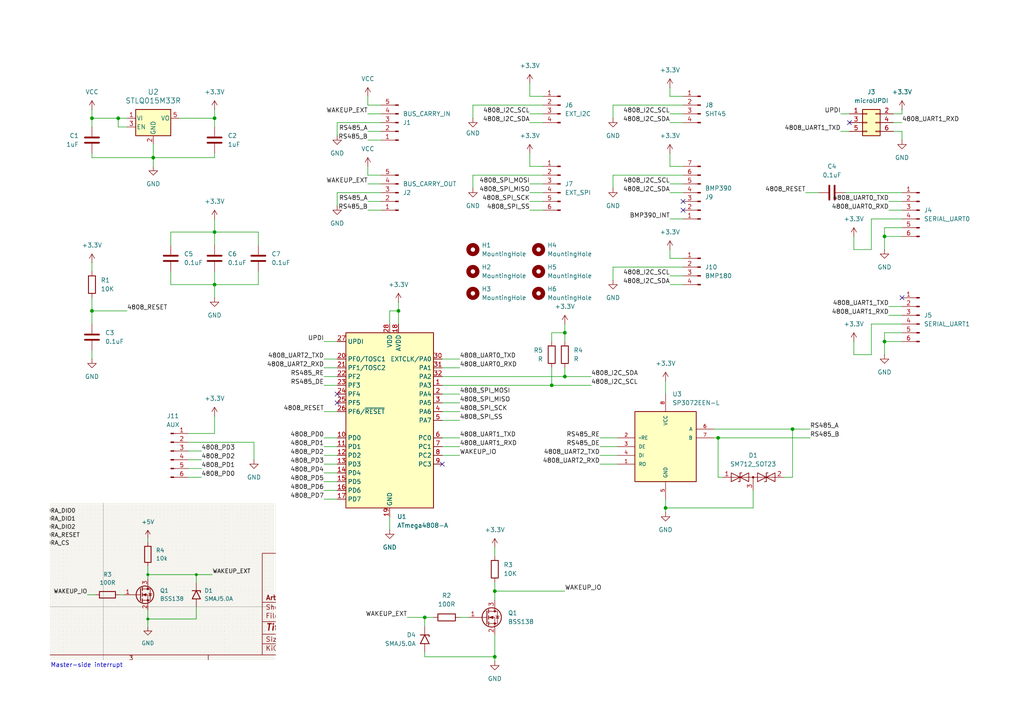
<source format=kicad_sch>
(kicad_sch
	(version 20250114)
	(generator "eeschema")
	(generator_version "9.0")
	(uuid "a6f73bd2-1dac-491d-8efb-040931f011f2")
	(paper "A4")
	(title_block
		(title "Stevenson Screen Sensor board")
		(date "2025-04-19")
		(rev "v0.1.0")
		(company "Artichoke Technologies")
	)
	
	(text "Master-side interrupt"
		(exclude_from_sim no)
		(at 25.146 193.04 0)
		(effects
			(font
				(size 1.27 1.27)
			)
		)
		(uuid "236011f0-165a-441a-b45d-824d83f8bf91")
	)
	(junction
		(at 62.23 34.29)
		(diameter 0)
		(color 0 0 0 0)
		(uuid "037a7c63-baf0-4788-b64f-dba4852f1990")
	)
	(junction
		(at 256.54 99.06)
		(diameter 0)
		(color 0 0 0 0)
		(uuid "217f9bee-67e0-40e7-b31d-df6c9bcc4831")
	)
	(junction
		(at 160.02 111.76)
		(diameter 0)
		(color 0 0 0 0)
		(uuid "2cd74b26-3559-4603-8234-7c92b7caba36")
	)
	(junction
		(at 115.57 90.17)
		(diameter 0)
		(color 0 0 0 0)
		(uuid "527189ca-76e2-4cc5-9d5f-baa2de514125")
	)
	(junction
		(at 62.23 82.55)
		(diameter 0)
		(color 0 0 0 0)
		(uuid "66e86d5b-9a54-4763-bfb2-b963316df429")
	)
	(junction
		(at 34.29 34.29)
		(diameter 0)
		(color 0 0 0 0)
		(uuid "68fd1921-ca16-425c-8f70-559ade5b96f6")
	)
	(junction
		(at 256.54 68.58)
		(diameter 0)
		(color 0 0 0 0)
		(uuid "6a88d8ca-7dab-4d16-80de-31828a3a07c0")
	)
	(junction
		(at 208.28 127)
		(diameter 0)
		(color 0 0 0 0)
		(uuid "75ee4cf0-c096-41cb-904c-eabf8dafbbc3")
	)
	(junction
		(at 62.23 67.31)
		(diameter 0)
		(color 0 0 0 0)
		(uuid "7835c89d-174c-41e5-b696-060abc43cfaf")
	)
	(junction
		(at 26.67 34.29)
		(diameter 0)
		(color 0 0 0 0)
		(uuid "7bd871a5-d944-4753-adf1-42cababe5868")
	)
	(junction
		(at 163.83 96.52)
		(diameter 0)
		(color 0 0 0 0)
		(uuid "8cc708e3-8ffa-45e9-94af-c771bbbd1a4d")
	)
	(junction
		(at 26.67 90.17)
		(diameter 0)
		(color 0 0 0 0)
		(uuid "966688d9-bf7c-45aa-a43e-f0d6e75318df")
	)
	(junction
		(at 44.45 45.72)
		(diameter 0)
		(color 0 0 0 0)
		(uuid "a9f96119-b20e-485a-a442-6b9f55c89ef1")
	)
	(junction
		(at 123.19 179.07)
		(diameter 0)
		(color 0 0 0 0)
		(uuid "b70c39d3-ee30-4363-8758-b9869239c0c0")
	)
	(junction
		(at 163.83 109.22)
		(diameter 0)
		(color 0 0 0 0)
		(uuid "c12e156a-455d-4986-92ed-5862b2aa54f8")
	)
	(junction
		(at 229.87 124.46)
		(diameter 0)
		(color 0 0 0 0)
		(uuid "d6874867-3328-4612-978b-0dcac4e170d5")
	)
	(junction
		(at 193.04 147.32)
		(diameter 0)
		(color 0 0 0 0)
		(uuid "da574d06-fdbc-4d34-b2d1-7ed0c36c7bfa")
	)
	(junction
		(at 143.51 171.45)
		(diameter 0)
		(color 0 0 0 0)
		(uuid "f0d69c3c-83d8-466b-b7a8-935d16e50933")
	)
	(junction
		(at 143.51 190.5)
		(diameter 0)
		(color 0 0 0 0)
		(uuid "fee55e78-5248-4494-add7-727c6202c982")
	)
	(no_connect
		(at 128.27 134.62)
		(uuid "0871d765-6935-429c-ad64-b9f0eafd5626")
	)
	(no_connect
		(at 246.38 35.56)
		(uuid "120ad35f-9731-498b-8a0c-432986fd8089")
	)
	(no_connect
		(at 198.12 60.96)
		(uuid "4a986d96-c1b2-4e52-bda9-00b5cd158a0c")
	)
	(no_connect
		(at 97.79 114.3)
		(uuid "87625545-2325-4d4f-b2f5-3bd3ffa493a8")
	)
	(no_connect
		(at 97.79 116.84)
		(uuid "a53e1605-1474-4fb5-854e-2d710f4f3436")
	)
	(no_connect
		(at 261.62 86.36)
		(uuid "d29118c0-b048-431e-b69a-8099e96b573c")
	)
	(no_connect
		(at 198.12 58.42)
		(uuid "f2387f11-c8c0-4b70-a3fc-ad43a34af2a6")
	)
	(wire
		(pts
			(xy 208.28 138.43) (xy 208.28 127)
		)
		(stroke
			(width 0)
			(type default)
		)
		(uuid "01dae057-5875-4e1e-9ac5-12181d50c54c")
	)
	(wire
		(pts
			(xy 62.23 44.45) (xy 62.23 45.72)
		)
		(stroke
			(width 0)
			(type default)
		)
		(uuid "065b4ca2-ef75-4497-8543-d9c50a3e12c8")
	)
	(wire
		(pts
			(xy 54.61 133.35) (xy 58.42 133.35)
		)
		(stroke
			(width 0)
			(type default)
		)
		(uuid "07dd4057-084f-4d4d-a9e7-6dae54e29a72")
	)
	(wire
		(pts
			(xy 62.23 31.75) (xy 62.23 34.29)
		)
		(stroke
			(width 0)
			(type default)
		)
		(uuid "0aab9763-fa30-43b5-8820-3ed262a5194a")
	)
	(wire
		(pts
			(xy 93.98 134.62) (xy 97.79 134.62)
		)
		(stroke
			(width 0)
			(type default)
		)
		(uuid "0b8baca9-e087-47b6-a762-b6262717b32e")
	)
	(wire
		(pts
			(xy 97.79 55.88) (xy 110.49 55.88)
		)
		(stroke
			(width 0)
			(type default)
		)
		(uuid "0f96e072-2242-4a58-ad9f-98c50e1af769")
	)
	(wire
		(pts
			(xy 247.65 99.06) (xy 247.65 102.87)
		)
		(stroke
			(width 0)
			(type default)
		)
		(uuid "0ff1ce63-d050-45f2-a8dd-b54dcff0bbde")
	)
	(wire
		(pts
			(xy 261.62 38.1) (xy 261.62 40.64)
		)
		(stroke
			(width 0)
			(type default)
		)
		(uuid "10ea3b57-bdee-4c2f-90b8-1acb4234d89a")
	)
	(wire
		(pts
			(xy 198.12 77.47) (xy 177.8 77.47)
		)
		(stroke
			(width 0)
			(type default)
		)
		(uuid "10fe5f29-c22d-4ccb-9b87-40bf4d22cd7b")
	)
	(wire
		(pts
			(xy 257.81 91.44) (xy 261.62 91.44)
		)
		(stroke
			(width 0)
			(type default)
		)
		(uuid "11a0f683-8a7a-4556-b0d0-7460353597c2")
	)
	(wire
		(pts
			(xy 106.68 30.48) (xy 110.49 30.48)
		)
		(stroke
			(width 0)
			(type default)
		)
		(uuid "1211480d-6424-4e7b-9ce8-0446b0eb71f3")
	)
	(wire
		(pts
			(xy 97.79 137.16) (xy 93.98 137.16)
		)
		(stroke
			(width 0)
			(type default)
		)
		(uuid "124dcea8-9d67-47cd-ab02-68ca03cd7e3d")
	)
	(wire
		(pts
			(xy 93.98 109.22) (xy 97.79 109.22)
		)
		(stroke
			(width 0)
			(type default)
		)
		(uuid "15321eac-5965-460c-8c47-a8256a64697a")
	)
	(wire
		(pts
			(xy 177.8 77.47) (xy 177.8 81.28)
		)
		(stroke
			(width 0)
			(type default)
		)
		(uuid "16203a2b-b60c-440d-be22-511ed2723b7c")
	)
	(wire
		(pts
			(xy 227.33 138.43) (xy 229.87 138.43)
		)
		(stroke
			(width 0)
			(type default)
		)
		(uuid "17beb643-2a6d-4874-90e2-f13819cd582f")
	)
	(wire
		(pts
			(xy 198.12 74.93) (xy 194.31 74.93)
		)
		(stroke
			(width 0)
			(type default)
		)
		(uuid "194497f0-d6ec-408a-a8af-107e9c0dd85f")
	)
	(wire
		(pts
			(xy 157.48 50.8) (xy 137.16 50.8)
		)
		(stroke
			(width 0)
			(type default)
		)
		(uuid "19524379-eed8-4ed8-988e-cb7bdd3b4e7f")
	)
	(wire
		(pts
			(xy 153.67 35.56) (xy 157.48 35.56)
		)
		(stroke
			(width 0)
			(type default)
		)
		(uuid "1c3ade96-29a8-494a-9283-103fa87f1b6e")
	)
	(wire
		(pts
			(xy 97.79 144.78) (xy 93.98 144.78)
		)
		(stroke
			(width 0)
			(type default)
		)
		(uuid "1c97fffd-1610-4784-b47f-213b409b7af1")
	)
	(wire
		(pts
			(xy 229.87 124.46) (xy 234.95 124.46)
		)
		(stroke
			(width 0)
			(type default)
		)
		(uuid "1cf56dab-f336-4fbd-88f3-92ef40b81054")
	)
	(wire
		(pts
			(xy 256.54 66.04) (xy 256.54 68.58)
		)
		(stroke
			(width 0)
			(type default)
		)
		(uuid "1d3c3074-8ea7-41f1-904a-d65321e75b07")
	)
	(wire
		(pts
			(xy 62.23 67.31) (xy 62.23 71.12)
		)
		(stroke
			(width 0)
			(type default)
		)
		(uuid "1e4b8b2e-e573-4e1a-9f86-6caaf4f3de19")
	)
	(wire
		(pts
			(xy 153.67 33.02) (xy 157.48 33.02)
		)
		(stroke
			(width 0)
			(type default)
		)
		(uuid "1efa8082-1474-4231-b1db-5788d0cc0923")
	)
	(wire
		(pts
			(xy 54.61 135.89) (xy 58.42 135.89)
		)
		(stroke
			(width 0)
			(type default)
		)
		(uuid "232047be-0457-49b5-a638-879c6367233a")
	)
	(wire
		(pts
			(xy 194.31 25.4) (xy 194.31 27.94)
		)
		(stroke
			(width 0)
			(type default)
		)
		(uuid "23d9345b-efa6-4102-aa79-01f10de9852b")
	)
	(wire
		(pts
			(xy 26.67 34.29) (xy 34.29 34.29)
		)
		(stroke
			(width 0)
			(type default)
		)
		(uuid "256addf3-3d15-4b6e-be41-af6184ba3be0")
	)
	(wire
		(pts
			(xy 54.61 130.81) (xy 58.42 130.81)
		)
		(stroke
			(width 0)
			(type default)
		)
		(uuid "262110d7-2224-4512-bfed-afcc8a5415b8")
	)
	(wire
		(pts
			(xy 93.98 119.38) (xy 97.79 119.38)
		)
		(stroke
			(width 0)
			(type default)
		)
		(uuid "2698cebb-b864-43ad-be88-c8ccf1c61955")
	)
	(wire
		(pts
			(xy 256.54 68.58) (xy 261.62 68.58)
		)
		(stroke
			(width 0)
			(type default)
		)
		(uuid "26bf55b2-8460-46c6-85f6-4c7315519d0b")
	)
	(wire
		(pts
			(xy 62.23 63.5) (xy 62.23 67.31)
		)
		(stroke
			(width 0)
			(type default)
		)
		(uuid "27bb15e7-3e02-458d-9d80-c62825e3bb6a")
	)
	(wire
		(pts
			(xy 160.02 99.06) (xy 160.02 96.52)
		)
		(stroke
			(width 0)
			(type default)
		)
		(uuid "27ec6247-7fb2-4928-93b3-b062eafc2755")
	)
	(wire
		(pts
			(xy 233.68 55.88) (xy 237.49 55.88)
		)
		(stroke
			(width 0)
			(type default)
		)
		(uuid "29d35ecb-0cd7-4cbf-ba0a-229a1efd96c2")
	)
	(wire
		(pts
			(xy 173.99 127) (xy 179.07 127)
		)
		(stroke
			(width 0)
			(type default)
		)
		(uuid "2b5bea75-39e9-4081-ade6-dab690d4299f")
	)
	(wire
		(pts
			(xy 218.44 142.24) (xy 218.44 147.32)
		)
		(stroke
			(width 0)
			(type default)
		)
		(uuid "2cbeeea8-8a28-4b18-af51-590577a0ac8d")
	)
	(wire
		(pts
			(xy 106.68 53.34) (xy 110.49 53.34)
		)
		(stroke
			(width 0)
			(type default)
		)
		(uuid "2e00eccb-ee14-48eb-8e6b-c59ebc086480")
	)
	(wire
		(pts
			(xy 113.03 93.98) (xy 113.03 90.17)
		)
		(stroke
			(width 0)
			(type default)
		)
		(uuid "2e96b4d6-4ddf-4a84-905b-3015f32f93f8")
	)
	(wire
		(pts
			(xy 106.68 27.94) (xy 106.68 30.48)
		)
		(stroke
			(width 0)
			(type default)
		)
		(uuid "31435ebe-3b76-4d75-bc89-0bd0827ee107")
	)
	(wire
		(pts
			(xy 123.19 179.07) (xy 123.19 181.61)
		)
		(stroke
			(width 0)
			(type default)
		)
		(uuid "33ffaa4f-c39e-457a-9614-d50931d934b8")
	)
	(wire
		(pts
			(xy 97.79 39.37) (xy 97.79 35.56)
		)
		(stroke
			(width 0)
			(type default)
		)
		(uuid "34626f5c-6dad-42c5-9c8f-de1f58d8c78b")
	)
	(wire
		(pts
			(xy 93.98 106.68) (xy 97.79 106.68)
		)
		(stroke
			(width 0)
			(type default)
		)
		(uuid "360f09c7-d49a-44bf-ae3e-6e2ced150a4e")
	)
	(wire
		(pts
			(xy 115.57 90.17) (xy 115.57 93.98)
		)
		(stroke
			(width 0)
			(type default)
		)
		(uuid "38665366-2623-4944-ad9f-ea4e72f105a3")
	)
	(wire
		(pts
			(xy 194.31 80.01) (xy 198.12 80.01)
		)
		(stroke
			(width 0)
			(type default)
		)
		(uuid "38be8441-6d8e-49e1-9c96-b7b037a91fa8")
	)
	(wire
		(pts
			(xy 259.08 33.02) (xy 261.62 33.02)
		)
		(stroke
			(width 0)
			(type default)
		)
		(uuid "3a540c7d-f3a1-4edd-bbd4-2c84b3c84f66")
	)
	(wire
		(pts
			(xy 261.62 93.98) (xy 252.73 93.98)
		)
		(stroke
			(width 0)
			(type default)
		)
		(uuid "3bc833d6-f0ce-4986-983c-146bf13addba")
	)
	(wire
		(pts
			(xy 153.67 60.96) (xy 157.48 60.96)
		)
		(stroke
			(width 0)
			(type default)
		)
		(uuid "3d5ec1bd-e01f-4386-84e7-43d6318e58e1")
	)
	(wire
		(pts
			(xy 73.66 128.27) (xy 73.66 133.35)
		)
		(stroke
			(width 0)
			(type default)
		)
		(uuid "3f98c4ac-ec1f-425f-b181-e98577757694")
	)
	(wire
		(pts
			(xy 257.81 60.96) (xy 261.62 60.96)
		)
		(stroke
			(width 0)
			(type default)
		)
		(uuid "4082168b-9d51-403e-9f4e-9490d83a9b53")
	)
	(wire
		(pts
			(xy 49.53 78.74) (xy 49.53 82.55)
		)
		(stroke
			(width 0)
			(type default)
		)
		(uuid "40bf58dd-45bf-4baf-a5d1-bb85981a965c")
	)
	(wire
		(pts
			(xy 209.55 138.43) (xy 208.28 138.43)
		)
		(stroke
			(width 0)
			(type default)
		)
		(uuid "41abc816-df5b-49e4-939b-974a86ca5b7a")
	)
	(wire
		(pts
			(xy 62.23 34.29) (xy 62.23 36.83)
		)
		(stroke
			(width 0)
			(type default)
		)
		(uuid "4275970e-812c-4f06-babc-c68de1c11dd4")
	)
	(wire
		(pts
			(xy 97.79 139.7) (xy 93.98 139.7)
		)
		(stroke
			(width 0)
			(type default)
		)
		(uuid "428ed4df-33c1-41ae-bb89-57135f8fbdb6")
	)
	(wire
		(pts
			(xy 34.29 36.83) (xy 34.29 34.29)
		)
		(stroke
			(width 0)
			(type default)
		)
		(uuid "42ac4449-8b6f-4cd0-b8e2-f73f5cca6d26")
	)
	(wire
		(pts
			(xy 198.12 63.5) (xy 194.31 63.5)
		)
		(stroke
			(width 0)
			(type default)
		)
		(uuid "45ea070c-0229-4696-9fea-f14bb888a3c6")
	)
	(wire
		(pts
			(xy 26.67 44.45) (xy 26.67 45.72)
		)
		(stroke
			(width 0)
			(type default)
		)
		(uuid "4668a29b-17d3-4c98-b3b7-b2e08f97ad8f")
	)
	(wire
		(pts
			(xy 54.61 128.27) (xy 73.66 128.27)
		)
		(stroke
			(width 0)
			(type default)
		)
		(uuid "470e5db3-1b4e-4017-abae-3b56e1edd422")
	)
	(wire
		(pts
			(xy 62.23 120.65) (xy 62.23 125.73)
		)
		(stroke
			(width 0)
			(type default)
		)
		(uuid "473bdc42-15aa-4f3b-bb30-31fa77c1ff67")
	)
	(wire
		(pts
			(xy 207.01 124.46) (xy 229.87 124.46)
		)
		(stroke
			(width 0)
			(type default)
		)
		(uuid "498b6d67-d114-4223-a73d-ea1badffc7b4")
	)
	(wire
		(pts
			(xy 207.01 127) (xy 208.28 127)
		)
		(stroke
			(width 0)
			(type default)
		)
		(uuid "4a41aa59-ecb0-4e5e-a21b-6bd3b2a1b03b")
	)
	(wire
		(pts
			(xy 177.8 30.48) (xy 177.8 34.29)
		)
		(stroke
			(width 0)
			(type default)
		)
		(uuid "500ef91a-8dde-43e9-b466-fa59dc162966")
	)
	(wire
		(pts
			(xy 36.83 36.83) (xy 34.29 36.83)
		)
		(stroke
			(width 0)
			(type default)
		)
		(uuid "53251e3e-0e77-4b95-b2da-2bb82ad8fbea")
	)
	(wire
		(pts
			(xy 128.27 116.84) (xy 133.35 116.84)
		)
		(stroke
			(width 0)
			(type default)
		)
		(uuid "549ef5e8-7a23-446f-a108-cbb1e5b004f1")
	)
	(wire
		(pts
			(xy 74.93 78.74) (xy 74.93 82.55)
		)
		(stroke
			(width 0)
			(type default)
		)
		(uuid "5511ee5f-ebff-4d19-9f9e-9547a4a83108")
	)
	(wire
		(pts
			(xy 198.12 50.8) (xy 177.8 50.8)
		)
		(stroke
			(width 0)
			(type default)
		)
		(uuid "5583b793-6060-4e09-9ca5-dae756fe369c")
	)
	(wire
		(pts
			(xy 115.57 87.63) (xy 115.57 90.17)
		)
		(stroke
			(width 0)
			(type default)
		)
		(uuid "56e9e9ea-a12c-490c-9a47-6f5a76a04627")
	)
	(wire
		(pts
			(xy 177.8 50.8) (xy 177.8 54.61)
		)
		(stroke
			(width 0)
			(type default)
		)
		(uuid "59294288-5604-4dba-88db-7b4362b99997")
	)
	(wire
		(pts
			(xy 93.98 99.06) (xy 97.79 99.06)
		)
		(stroke
			(width 0)
			(type default)
		)
		(uuid "5bfdb3ef-4190-4543-a4ed-311ec1120b48")
	)
	(wire
		(pts
			(xy 52.07 34.29) (xy 62.23 34.29)
		)
		(stroke
			(width 0)
			(type default)
		)
		(uuid "5e743df8-79fd-45fd-90fa-98db7bfe805d")
	)
	(wire
		(pts
			(xy 123.19 190.5) (xy 143.51 190.5)
		)
		(stroke
			(width 0)
			(type default)
		)
		(uuid "5f1c11bb-438a-4a06-9e41-04bb535b3da2")
	)
	(wire
		(pts
			(xy 259.08 38.1) (xy 261.62 38.1)
		)
		(stroke
			(width 0)
			(type default)
		)
		(uuid "60251d8b-eb63-462d-bfae-ebca193074fe")
	)
	(wire
		(pts
			(xy 257.81 58.42) (xy 261.62 58.42)
		)
		(stroke
			(width 0)
			(type default)
		)
		(uuid "6045a4da-77ed-4911-9167-4a2a82ba9935")
	)
	(wire
		(pts
			(xy 128.27 111.76) (xy 160.02 111.76)
		)
		(stroke
			(width 0)
			(type default)
		)
		(uuid "604eade6-ff80-4614-8917-59ec52d313c8")
	)
	(wire
		(pts
			(xy 261.62 63.5) (xy 252.73 63.5)
		)
		(stroke
			(width 0)
			(type default)
		)
		(uuid "632fbf0d-a6d6-45a7-92c4-6a077c618218")
	)
	(wire
		(pts
			(xy 194.31 72.39) (xy 194.31 74.93)
		)
		(stroke
			(width 0)
			(type default)
		)
		(uuid "6392c947-b7d9-415d-8b60-0f13fcaf2091")
	)
	(wire
		(pts
			(xy 49.53 67.31) (xy 49.53 71.12)
		)
		(stroke
			(width 0)
			(type default)
		)
		(uuid "653f97c3-724e-4bef-a190-a822564ff54f")
	)
	(wire
		(pts
			(xy 106.68 48.26) (xy 106.68 50.8)
		)
		(stroke
			(width 0)
			(type default)
		)
		(uuid "65515b82-0a36-44de-a135-b5a1ff3ed5e9")
	)
	(wire
		(pts
			(xy 261.62 31.75) (xy 261.62 33.02)
		)
		(stroke
			(width 0)
			(type default)
		)
		(uuid "65e8df76-6eb3-4ed0-81d9-534c5c5ae6a7")
	)
	(wire
		(pts
			(xy 93.98 129.54) (xy 97.79 129.54)
		)
		(stroke
			(width 0)
			(type default)
		)
		(uuid "667c504f-df28-4f02-9952-fa5f899f0a6a")
	)
	(wire
		(pts
			(xy 194.31 44.45) (xy 194.31 48.26)
		)
		(stroke
			(width 0)
			(type default)
		)
		(uuid "67341e87-af8d-42c5-b04c-326d0b2e9abb")
	)
	(wire
		(pts
			(xy 62.23 82.55) (xy 62.23 86.36)
		)
		(stroke
			(width 0)
			(type default)
		)
		(uuid "69755e82-273c-4b23-ae7b-a7d0175611a1")
	)
	(wire
		(pts
			(xy 128.27 127) (xy 133.35 127)
		)
		(stroke
			(width 0)
			(type default)
		)
		(uuid "6abb19cb-ebf9-4af7-b1f8-f84fd11ee6ac")
	)
	(wire
		(pts
			(xy 193.04 144.78) (xy 193.04 147.32)
		)
		(stroke
			(width 0)
			(type default)
		)
		(uuid "6b731750-d248-4df2-aada-4e00a8cf3e8f")
	)
	(wire
		(pts
			(xy 198.12 27.94) (xy 194.31 27.94)
		)
		(stroke
			(width 0)
			(type default)
		)
		(uuid "6bf737eb-7454-485a-ada0-05dcf2e219a2")
	)
	(wire
		(pts
			(xy 93.98 111.76) (xy 97.79 111.76)
		)
		(stroke
			(width 0)
			(type default)
		)
		(uuid "6ea4168d-328c-464a-b153-32fdf6d438b4")
	)
	(wire
		(pts
			(xy 163.83 106.68) (xy 163.83 109.22)
		)
		(stroke
			(width 0)
			(type default)
		)
		(uuid "6ed400e4-45aa-41df-8787-35a37d689fca")
	)
	(wire
		(pts
			(xy 252.73 72.39) (xy 247.65 72.39)
		)
		(stroke
			(width 0)
			(type default)
		)
		(uuid "6fa386a9-a9ae-45f9-a525-b8410417b760")
	)
	(wire
		(pts
			(xy 153.67 53.34) (xy 157.48 53.34)
		)
		(stroke
			(width 0)
			(type default)
		)
		(uuid "745047cb-d31b-46d2-bd1d-5979a99f5a38")
	)
	(wire
		(pts
			(xy 193.04 110.49) (xy 193.04 114.3)
		)
		(stroke
			(width 0)
			(type default)
		)
		(uuid "74518f03-3081-4a0c-95b1-cd4ba80a1498")
	)
	(wire
		(pts
			(xy 128.27 104.14) (xy 133.35 104.14)
		)
		(stroke
			(width 0)
			(type default)
		)
		(uuid "752ad252-5bd4-4a46-bb29-1865b352cd39")
	)
	(wire
		(pts
			(xy 143.51 168.91) (xy 143.51 171.45)
		)
		(stroke
			(width 0)
			(type default)
		)
		(uuid "771bc30d-e66c-498b-af47-ac258505471d")
	)
	(wire
		(pts
			(xy 247.65 68.58) (xy 247.65 72.39)
		)
		(stroke
			(width 0)
			(type default)
		)
		(uuid "78cc37f4-f809-433a-b6dd-127a11d21a7d")
	)
	(wire
		(pts
			(xy 252.73 63.5) (xy 252.73 72.39)
		)
		(stroke
			(width 0)
			(type default)
		)
		(uuid "79c96019-95fd-415b-a30d-ec3089252099")
	)
	(wire
		(pts
			(xy 62.23 82.55) (xy 49.53 82.55)
		)
		(stroke
			(width 0)
			(type default)
		)
		(uuid "7b59f71a-2384-41b8-8aaf-4f68501db6d6")
	)
	(wire
		(pts
			(xy 194.31 82.55) (xy 198.12 82.55)
		)
		(stroke
			(width 0)
			(type default)
		)
		(uuid "7d77aac6-fdad-4c22-bddd-196cd4319722")
	)
	(wire
		(pts
			(xy 193.04 147.32) (xy 193.04 148.59)
		)
		(stroke
			(width 0)
			(type default)
		)
		(uuid "821786b8-2bce-443f-b1da-731b3cc7ea18")
	)
	(wire
		(pts
			(xy 133.35 179.07) (xy 135.89 179.07)
		)
		(stroke
			(width 0)
			(type default)
		)
		(uuid "85d5b54b-419f-4a9e-88be-991dce14129d")
	)
	(wire
		(pts
			(xy 194.31 55.88) (xy 198.12 55.88)
		)
		(stroke
			(width 0)
			(type default)
		)
		(uuid "85fbe251-9ab1-4c28-b4e1-1742aeb77668")
	)
	(wire
		(pts
			(xy 26.67 76.2) (xy 26.67 78.74)
		)
		(stroke
			(width 0)
			(type default)
		)
		(uuid "864434ea-8e30-4002-a2dc-b684c215c79a")
	)
	(wire
		(pts
			(xy 54.61 138.43) (xy 58.42 138.43)
		)
		(stroke
			(width 0)
			(type default)
		)
		(uuid "910692b6-ff5a-4c38-bfcb-9949045c5483")
	)
	(wire
		(pts
			(xy 259.08 35.56) (xy 261.62 35.56)
		)
		(stroke
			(width 0)
			(type default)
		)
		(uuid "924f4589-b2fa-47cc-96d7-0b0c93c7e5d1")
	)
	(wire
		(pts
			(xy 106.68 50.8) (xy 110.49 50.8)
		)
		(stroke
			(width 0)
			(type default)
		)
		(uuid "92fc786f-277b-49b5-9ffb-22f57d7d8af8")
	)
	(wire
		(pts
			(xy 26.67 86.36) (xy 26.67 90.17)
		)
		(stroke
			(width 0)
			(type default)
		)
		(uuid "96386aa1-d924-4f4f-891d-675e786d1686")
	)
	(wire
		(pts
			(xy 128.27 109.22) (xy 163.83 109.22)
		)
		(stroke
			(width 0)
			(type default)
		)
		(uuid "96bb9d4d-2ff0-4f88-9748-4e113b4ba75a")
	)
	(wire
		(pts
			(xy 74.93 82.55) (xy 62.23 82.55)
		)
		(stroke
			(width 0)
			(type default)
		)
		(uuid "976c3c38-ea31-4af6-95a5-a329479c93e6")
	)
	(wire
		(pts
			(xy 137.16 50.8) (xy 137.16 54.61)
		)
		(stroke
			(width 0)
			(type default)
		)
		(uuid "9f8f5e75-03e3-466c-9059-aab67bf9e750")
	)
	(wire
		(pts
			(xy 198.12 48.26) (xy 194.31 48.26)
		)
		(stroke
			(width 0)
			(type default)
		)
		(uuid "a0213622-3e98-463f-b82a-00e71e9455f2")
	)
	(wire
		(pts
			(xy 157.48 48.26) (xy 153.67 48.26)
		)
		(stroke
			(width 0)
			(type default)
		)
		(uuid "a16464a8-c1de-4ef2-bd46-ba3123026268")
	)
	(wire
		(pts
			(xy 26.67 101.6) (xy 26.67 104.14)
		)
		(stroke
			(width 0)
			(type default)
		)
		(uuid "a6403416-dcb3-4959-8cbd-96d161ec785a")
	)
	(wire
		(pts
			(xy 160.02 106.68) (xy 160.02 111.76)
		)
		(stroke
			(width 0)
			(type default)
		)
		(uuid "a868aae3-e03f-41ed-8aac-915ea35ee584")
	)
	(wire
		(pts
			(xy 245.11 55.88) (xy 261.62 55.88)
		)
		(stroke
			(width 0)
			(type default)
		)
		(uuid "a8d65f72-dbe6-4d66-85e8-cbea1bd187ec")
	)
	(wire
		(pts
			(xy 160.02 96.52) (xy 163.83 96.52)
		)
		(stroke
			(width 0)
			(type default)
		)
		(uuid "aa47960c-c615-43a8-94cd-cbf787e17e9a")
	)
	(wire
		(pts
			(xy 252.73 93.98) (xy 252.73 102.87)
		)
		(stroke
			(width 0)
			(type default)
		)
		(uuid "abc3ab16-78ea-4a5e-a012-044bc2e8c819")
	)
	(wire
		(pts
			(xy 194.31 35.56) (xy 198.12 35.56)
		)
		(stroke
			(width 0)
			(type default)
		)
		(uuid "ac23ba1b-1ac8-46b2-a4dd-4c92d9341f0e")
	)
	(wire
		(pts
			(xy 261.62 66.04) (xy 256.54 66.04)
		)
		(stroke
			(width 0)
			(type default)
		)
		(uuid "ac85d168-e89a-4308-9ec1-6f1a5b19adc0")
	)
	(wire
		(pts
			(xy 252.73 102.87) (xy 247.65 102.87)
		)
		(stroke
			(width 0)
			(type default)
		)
		(uuid "af6e6393-1194-4862-98b0-06824b6c064a")
	)
	(wire
		(pts
			(xy 97.79 142.24) (xy 93.98 142.24)
		)
		(stroke
			(width 0)
			(type default)
		)
		(uuid "afc01b38-15e5-4e0e-9dd6-5a11f6fa2bfe")
	)
	(wire
		(pts
			(xy 257.81 88.9) (xy 261.62 88.9)
		)
		(stroke
			(width 0)
			(type default)
		)
		(uuid "b0d8fb88-6b27-4eca-ac1a-b87c95890b05")
	)
	(wire
		(pts
			(xy 163.83 96.52) (xy 163.83 99.06)
		)
		(stroke
			(width 0)
			(type default)
		)
		(uuid "b2dcf74c-5599-4158-af60-325af2fd9131")
	)
	(wire
		(pts
			(xy 229.87 138.43) (xy 229.87 124.46)
		)
		(stroke
			(width 0)
			(type default)
		)
		(uuid "b2edcc8f-e52b-42a1-b1ee-5015e7e3a05f")
	)
	(wire
		(pts
			(xy 54.61 125.73) (xy 62.23 125.73)
		)
		(stroke
			(width 0)
			(type default)
		)
		(uuid "b37311c8-f2de-4dda-91ce-0302a0791391")
	)
	(wire
		(pts
			(xy 256.54 99.06) (xy 256.54 102.87)
		)
		(stroke
			(width 0)
			(type default)
		)
		(uuid "b7f45244-81cd-421e-800e-94ea96ccb8da")
	)
	(wire
		(pts
			(xy 194.31 53.34) (xy 198.12 53.34)
		)
		(stroke
			(width 0)
			(type default)
		)
		(uuid "b7f6eb01-711c-4cff-bb20-743b675009c1")
	)
	(wire
		(pts
			(xy 256.54 96.52) (xy 256.54 99.06)
		)
		(stroke
			(width 0)
			(type default)
		)
		(uuid "b9439f74-44af-44e2-9680-19b17f07c88f")
	)
	(wire
		(pts
			(xy 44.45 45.72) (xy 44.45 48.26)
		)
		(stroke
			(width 0)
			(type default)
		)
		(uuid "b9699f37-1a31-443e-9a9a-d967af18a4fd")
	)
	(wire
		(pts
			(xy 34.29 34.29) (xy 36.83 34.29)
		)
		(stroke
			(width 0)
			(type default)
		)
		(uuid "bb1e4b1f-df63-4d64-9bb0-b64b825d50f3")
	)
	(wire
		(pts
			(xy 143.51 171.45) (xy 143.51 173.99)
		)
		(stroke
			(width 0)
			(type default)
		)
		(uuid "be127f7e-c964-4b9f-8389-349f9874ea3c")
	)
	(wire
		(pts
			(xy 128.27 121.92) (xy 133.35 121.92)
		)
		(stroke
			(width 0)
			(type default)
		)
		(uuid "bf099a48-a26b-46c3-a611-cd4e1fe32a37")
	)
	(wire
		(pts
			(xy 194.31 33.02) (xy 198.12 33.02)
		)
		(stroke
			(width 0)
			(type default)
		)
		(uuid "bf23174f-f5c7-43b3-9f48-d4005053407c")
	)
	(wire
		(pts
			(xy 143.51 184.15) (xy 143.51 190.5)
		)
		(stroke
			(width 0)
			(type default)
		)
		(uuid "bf88d845-b595-4f1c-bd42-41c70a443cca")
	)
	(wire
		(pts
			(xy 173.99 132.08) (xy 179.07 132.08)
		)
		(stroke
			(width 0)
			(type default)
		)
		(uuid "c0bf2b40-5ab7-49bf-af7a-e010cf02b630")
	)
	(wire
		(pts
			(xy 153.67 44.45) (xy 153.67 48.26)
		)
		(stroke
			(width 0)
			(type default)
		)
		(uuid "c2cf5d16-37cf-411b-9361-0b08d22feacb")
	)
	(wire
		(pts
			(xy 106.68 38.1) (xy 110.49 38.1)
		)
		(stroke
			(width 0)
			(type default)
		)
		(uuid "c4429ecd-330f-4915-916b-1db50dfd2807")
	)
	(wire
		(pts
			(xy 97.79 35.56) (xy 110.49 35.56)
		)
		(stroke
			(width 0)
			(type default)
		)
		(uuid "c4a46be8-03fd-4a5f-8e3a-dd18a2210382")
	)
	(wire
		(pts
			(xy 106.68 58.42) (xy 110.49 58.42)
		)
		(stroke
			(width 0)
			(type default)
		)
		(uuid "c506db83-8978-490c-95a7-58dc93badb9f")
	)
	(wire
		(pts
			(xy 106.68 40.64) (xy 110.49 40.64)
		)
		(stroke
			(width 0)
			(type default)
		)
		(uuid "c50976dd-69ba-4c69-bb67-8bc360a95d93")
	)
	(wire
		(pts
			(xy 93.98 132.08) (xy 97.79 132.08)
		)
		(stroke
			(width 0)
			(type default)
		)
		(uuid "c8aab16b-c2a2-4f3a-8753-a47a440df384")
	)
	(wire
		(pts
			(xy 137.16 30.48) (xy 137.16 34.29)
		)
		(stroke
			(width 0)
			(type default)
		)
		(uuid "cb4fbbe8-d97c-4118-b981-85c236c4d322")
	)
	(wire
		(pts
			(xy 106.68 33.02) (xy 110.49 33.02)
		)
		(stroke
			(width 0)
			(type default)
		)
		(uuid "cc05e962-ebc3-4c4c-b090-55a25c6ae27e")
	)
	(wire
		(pts
			(xy 208.28 127) (xy 234.95 127)
		)
		(stroke
			(width 0)
			(type default)
		)
		(uuid "cd425c4c-f507-4b05-819f-a4aef438c986")
	)
	(wire
		(pts
			(xy 123.19 189.23) (xy 123.19 190.5)
		)
		(stroke
			(width 0)
			(type default)
		)
		(uuid "cd77498a-1ec0-4b49-880f-7ffa9e8ac669")
	)
	(wire
		(pts
			(xy 113.03 90.17) (xy 115.57 90.17)
		)
		(stroke
			(width 0)
			(type default)
		)
		(uuid "cd828a91-c613-4c04-8d65-f6bba539d1fb")
	)
	(wire
		(pts
			(xy 153.67 58.42) (xy 157.48 58.42)
		)
		(stroke
			(width 0)
			(type default)
		)
		(uuid "ce2a3254-daa2-4bbc-98da-4fefb78eb21a")
	)
	(wire
		(pts
			(xy 128.27 129.54) (xy 133.35 129.54)
		)
		(stroke
			(width 0)
			(type default)
		)
		(uuid "ce45b1f3-40b3-4b35-8874-18c4d0e17faf")
	)
	(wire
		(pts
			(xy 243.84 33.02) (xy 246.38 33.02)
		)
		(stroke
			(width 0)
			(type default)
		)
		(uuid "d1376c82-3da5-473a-863a-c0a00a601ebe")
	)
	(wire
		(pts
			(xy 62.23 67.31) (xy 49.53 67.31)
		)
		(stroke
			(width 0)
			(type default)
		)
		(uuid "d1523b68-3b45-4b54-af14-4ff71bf0e1d1")
	)
	(wire
		(pts
			(xy 44.45 41.91) (xy 44.45 45.72)
		)
		(stroke
			(width 0)
			(type default)
		)
		(uuid "d2cb2ec9-4912-4e2a-b23b-6240183b55cf")
	)
	(wire
		(pts
			(xy 123.19 179.07) (xy 118.11 179.07)
		)
		(stroke
			(width 0)
			(type default)
		)
		(uuid "d2d9cfa7-8a05-44c3-812b-edfb4e9ca034")
	)
	(wire
		(pts
			(xy 36.83 90.17) (xy 26.67 90.17)
		)
		(stroke
			(width 0)
			(type default)
		)
		(uuid "d2e2819e-23a5-4958-b7a6-d1bfba3a8e99")
	)
	(wire
		(pts
			(xy 243.84 38.1) (xy 246.38 38.1)
		)
		(stroke
			(width 0)
			(type default)
		)
		(uuid "d40f9731-790d-4530-86a0-2689df8ddaa2")
	)
	(wire
		(pts
			(xy 128.27 106.68) (xy 133.35 106.68)
		)
		(stroke
			(width 0)
			(type default)
		)
		(uuid "d525fc2d-84b9-42db-8812-c8631d0a5771")
	)
	(wire
		(pts
			(xy 153.67 24.13) (xy 153.67 27.94)
		)
		(stroke
			(width 0)
			(type default)
		)
		(uuid "d6d895d6-46fc-4cd8-bae2-d4bf2470978f")
	)
	(wire
		(pts
			(xy 62.23 78.74) (xy 62.23 82.55)
		)
		(stroke
			(width 0)
			(type default)
		)
		(uuid "d9264623-1c6f-4d51-957f-641085a91f63")
	)
	(wire
		(pts
			(xy 74.93 71.12) (xy 74.93 67.31)
		)
		(stroke
			(width 0)
			(type default)
		)
		(uuid "da78f85c-497c-4841-ae3f-e4195cab84d3")
	)
	(wire
		(pts
			(xy 173.99 129.54) (xy 179.07 129.54)
		)
		(stroke
			(width 0)
			(type default)
		)
		(uuid "dac75d11-84fe-4414-9fc4-2e3c926bc6ba")
	)
	(wire
		(pts
			(xy 26.67 45.72) (xy 44.45 45.72)
		)
		(stroke
			(width 0)
			(type default)
		)
		(uuid "dadae98a-cc52-4c56-b450-904aaab4cdb0")
	)
	(wire
		(pts
			(xy 160.02 111.76) (xy 171.45 111.76)
		)
		(stroke
			(width 0)
			(type default)
		)
		(uuid "dd4429fb-536c-4076-a3e0-048a856f76b9")
	)
	(wire
		(pts
			(xy 74.93 67.31) (xy 62.23 67.31)
		)
		(stroke
			(width 0)
			(type default)
		)
		(uuid "ddf5c589-fbc3-4ee0-a838-91932921d3dc")
	)
	(wire
		(pts
			(xy 163.83 109.22) (xy 171.45 109.22)
		)
		(stroke
			(width 0)
			(type default)
		)
		(uuid "dfa8f916-0edd-4090-af7a-6d56937f50c8")
	)
	(wire
		(pts
			(xy 128.27 114.3) (xy 133.35 114.3)
		)
		(stroke
			(width 0)
			(type default)
		)
		(uuid "e03c77e3-b7f7-4e7f-95c9-6acd91cdbd52")
	)
	(wire
		(pts
			(xy 157.48 27.94) (xy 153.67 27.94)
		)
		(stroke
			(width 0)
			(type default)
		)
		(uuid "e2dcd3f7-a111-46b4-afca-40ae6bf36b5d")
	)
	(wire
		(pts
			(xy 153.67 55.88) (xy 157.48 55.88)
		)
		(stroke
			(width 0)
			(type default)
		)
		(uuid "e46104a0-d80a-4b17-8e44-e8c2139ad424")
	)
	(wire
		(pts
			(xy 143.51 190.5) (xy 143.51 191.77)
		)
		(stroke
			(width 0)
			(type default)
		)
		(uuid "e48377e0-a970-4957-9d45-391d284fa7ab")
	)
	(wire
		(pts
			(xy 163.83 93.98) (xy 163.83 96.52)
		)
		(stroke
			(width 0)
			(type default)
		)
		(uuid "e4d74d14-1db5-4d5f-856b-9bfb66ededbd")
	)
	(wire
		(pts
			(xy 106.68 60.96) (xy 110.49 60.96)
		)
		(stroke
			(width 0)
			(type default)
		)
		(uuid "e7dbe5ec-00f7-48e3-bc75-affbe393d169")
	)
	(wire
		(pts
			(xy 26.67 90.17) (xy 26.67 93.98)
		)
		(stroke
			(width 0)
			(type default)
		)
		(uuid "e88ee050-b2b4-49f5-ab96-bee2be3dbf7f")
	)
	(wire
		(pts
			(xy 143.51 158.75) (xy 143.51 161.29)
		)
		(stroke
			(width 0)
			(type default)
		)
		(uuid "e8dab0d6-a205-428a-95b8-2ed915b2c106")
	)
	(wire
		(pts
			(xy 26.67 34.29) (xy 26.67 36.83)
		)
		(stroke
			(width 0)
			(type default)
		)
		(uuid "e9ebc4d8-efa8-4c71-a78d-f35164d098c2")
	)
	(wire
		(pts
			(xy 143.51 171.45) (xy 163.83 171.45)
		)
		(stroke
			(width 0)
			(type default)
		)
		(uuid "ea035598-bacb-4428-886b-85b35461e63b")
	)
	(wire
		(pts
			(xy 26.67 34.29) (xy 26.67 31.75)
		)
		(stroke
			(width 0)
			(type default)
		)
		(uuid "ea7a2e65-3639-47e6-97c8-0ce693c1bb22")
	)
	(wire
		(pts
			(xy 128.27 132.08) (xy 133.35 132.08)
		)
		(stroke
			(width 0)
			(type default)
		)
		(uuid "ed421988-c248-41d4-bba0-85327b39f2f7")
	)
	(wire
		(pts
			(xy 256.54 99.06) (xy 261.62 99.06)
		)
		(stroke
			(width 0)
			(type default)
		)
		(uuid "eedcc574-44c1-4074-8bd6-d13ce4c254fc")
	)
	(wire
		(pts
			(xy 93.98 104.14) (xy 97.79 104.14)
		)
		(stroke
			(width 0)
			(type default)
		)
		(uuid "f0b5e0ad-164d-4c96-8f36-16b88a0da4e2")
	)
	(wire
		(pts
			(xy 173.99 134.62) (xy 179.07 134.62)
		)
		(stroke
			(width 0)
			(type default)
		)
		(uuid "f2c42d2e-029c-4380-b33f-864bb152356a")
	)
	(wire
		(pts
			(xy 198.12 30.48) (xy 177.8 30.48)
		)
		(stroke
			(width 0)
			(type default)
		)
		(uuid "f67c2625-1b2a-4305-bb04-bf0723cf3794")
	)
	(wire
		(pts
			(xy 128.27 119.38) (xy 133.35 119.38)
		)
		(stroke
			(width 0)
			(type default)
		)
		(uuid "f7ea802c-6b76-4a3a-b146-5344fd1960f6")
	)
	(wire
		(pts
			(xy 157.48 30.48) (xy 137.16 30.48)
		)
		(stroke
			(width 0)
			(type default)
		)
		(uuid "f80c172e-408e-4300-a6e3-d620017d298b")
	)
	(wire
		(pts
			(xy 113.03 149.86) (xy 113.03 153.67)
		)
		(stroke
			(width 0)
			(type default)
		)
		(uuid "f80d1ce4-9160-4449-b512-466484d892a8")
	)
	(wire
		(pts
			(xy 193.04 147.32) (xy 218.44 147.32)
		)
		(stroke
			(width 0)
			(type default)
		)
		(uuid "f8c2990f-7f5e-43bb-a729-e45465250fea")
	)
	(wire
		(pts
			(xy 125.73 179.07) (xy 123.19 179.07)
		)
		(stroke
			(width 0)
			(type default)
		)
		(uuid "fac6c8e8-e19a-4cb2-a743-39a092351974")
	)
	(wire
		(pts
			(xy 93.98 127) (xy 97.79 127)
		)
		(stroke
			(width 0)
			(type default)
		)
		(uuid "fb449547-65a0-4dfd-bdf3-f7df1ccde0fa")
	)
	(wire
		(pts
			(xy 261.62 96.52) (xy 256.54 96.52)
		)
		(stroke
			(width 0)
			(type default)
		)
		(uuid "fba95434-1e15-4be8-8892-506d3897cdc8")
	)
	(wire
		(pts
			(xy 62.23 45.72) (xy 44.45 45.72)
		)
		(stroke
			(width 0)
			(type default)
		)
		(uuid "fc06651b-3c0e-483a-ac0f-dcdac7a702c1")
	)
	(wire
		(pts
			(xy 256.54 68.58) (xy 256.54 72.39)
		)
		(stroke
			(width 0)
			(type default)
		)
		(uuid "fe11b92f-ee40-4f17-88a8-e6adcf814a39")
	)
	(wire
		(pts
			(xy 97.79 59.69) (xy 97.79 55.88)
		)
		(stroke
			(width 0)
			(type default)
		)
		(uuid "ffdd253f-3c98-4b64-adf4-55dae7d47a52")
	)
	(image
		(at 47.244 168.656)
		(uuid "9f20a8c4-2378-4cc7-91a0-1e788ae837d5")
		(data "iVBORw0KGgoAAAANSUhEUgAAAwYAAAIaCAIAAAAVx83XAAAAA3NCSVQICAjb4U/gAAAgAElEQVR4"
			"nO3dX2xcWZ7Y9yNFwDTcjRYbjWDGM9Q0ITKNdZxESDIZ1KVYPYNBJJcyZgCnKYCYNfwSOJAd7YKt"
			"woBCEYmxQVghMSg1HwRbgbEIsMjaAkQ9yWPWSrtjqS9Vt7AYY6MgzgRCUWAPObM7D70qNaREHTiL"
			"PBzV4eH9e6rq3rr3VH0/EATy8lfnnssjsn46f0+8evlcANEaja1qdSXvWgAAkK2TeVcAAAAgf6RE"
			"AAAApEQAAACkRAAAAIKUCAAAQJASAQAACFIiAAAAQUoEAAAgSIkAAACEnhI9fNQyfE3qkfv7Bw8f"
			"tfb3D0Z/a1sic7x1t/vCsHWyuLsVrZNFZOo/O+Zl5htpRSUNI8evdcwjrahkFg1kxYNnEWlF6yRG"
			"nuBAD8TjQA8AwCRg4AwAAICUCAAAgJQIAABAkBIBAAAIUiIAAAAhxKngpUZjK3gxZs3RMCuSgveK"
			"Kir0Ln1V1RfMKioAAKD4U6JGY6txIyTPaHntu9u3g9dV/AAZRtS9QlOf4F2iXh5awsdLy57X1q9E"
			"PREAAJhAp1pee94p+a46Tkm/2PLantcO76e5sSX/HrjTRb9X48ZW48aWM18KVsmn5bXfJEnXjt03"
			"tIRGY8vz2vqNYp4IAABMoFONxtZ8oLNk3ikdyxUaW74uFqmlXQxNrUz47tW4sRVaJR+v1RZCVK+t"
			"hGZpyQ8V8UQAAGAynRwmM5B5SfDjgVWrK45Tkv03A5cghPA9lOxPcuaPMjb5cdS4GwAAmDQnRW/e"
			"seFJInqkTCl+/at9EZFeGJbZ7b7Y3z/odl+IXk4TlayYFOg4JSHEf/ff/578VHVl6Z1Y+gjaAA8+"
			"+sgcb/369WvVOqO/uxWtk0XkAD87aZWZb6QVlTSMHL/WMY+0opJZNJAVD55FpBWtkxh5tAh///PI"
			"uNbxThcZKRMpmX/Iv4NdOzFl6rrdL/c/P+h2vxTHk5VgpEmBsgRZmtCG2Hxh8orXahtW0vDuGUXm"
			"eOvXr79SrTP6u1vROllEDvCzk1aZ+UZaUUnDyPFrHfNIKyqZRQNZ8eBZRFrROomRRyvOZj44oz5u"
			"eW3Ry2/kTGT9NTJSpiwy/5h3Sp7Xbnnt6vHS9TJjTE29OyPOTE29Kz+tXltp3NjyWiGTkwwLlGUa"
			"RpqXmWNkjrd+662vzXxwxvD7OU4Pnm/kYD87qZSZb6QVlTSMHL/WMY+0opJZNJAVD55FpBWtkxip"
			"pUQzR3He8TRIrtVSc5NlpAyQF6vVlcaNkAnLepkxpqZOT02dNok0LFAIMXXaqMC+yswxMsdbv/XW"
			"W5P54PlGpv6zY15mvpFWVNIwcvxaxzzSikpm0UBWPHgWkVa0TmJk+O7VjlNSI02OU7q7fdu3sEsf"
			"NVNhImLvxH6FDpkBAABkJ2T3aqGtV4+a5qyyFl8OFBw7G4De/zQ8Z74kboTsnBRchgYAACbWKRGd"
			"FqjhsOCeQzJr8QLTjIbf7CfY/9R3CcdzHX2+dnDu9mB7KQEAgDFzSsSmBdvbt5eWlpeWluVKe0ll"
			"Lb4XprIl9MDHg6g6yA/0ugXna0ctQwMAAJPpVHxaMO+U1N6JKk1p9Qa2fCmR47WXlpaHGTv7eGlZ"
			"CFG95i85SvBeMl0LfSg9mOlKAABAdyqxP6ZaXVlaWlYHh6k1+cGsRV4JHWiLIRf8q2Id31ki0bWS"
			"L/nmt2ZUAvRmyCxQggr+eGlZPYLhjQAAwCQIn16tm3dK+sBT/JCTjGw0trzYlEjPRfQJSXJ1m2HV"
			"727fbjS25DmvegVCE51qdUUe/tpX4gUAACbEiVcvn/suhZ94r12Mny308dJy4iRrlbjoC9bic5SY"
			"m6pCErMc80goQ04OAwDACiEp0fASdyfiLdYipEQAgEmQPHA2AN5BAQCAXcJ3rwYAAJgoRynRw0ct"
			"w9ekHrm/f/DwUWt/P/kk2xwrmW9kjrfudl8Ytk4Wd7eidbKITP1nx7zMfCOtqKRh5Pi1jnmkFZXM"
			"ooGsePAsIq1oncTITOYSYZwwlwgAMAkYOAMAACAlAgAAICUCAAAQpEQAAACClAgAAECEbtUY3Ht6"
			"4KM2Eo34QI/4cgAAwMTyp0TyIFXfxZbXrlZXQg+3V/ED5Bm+ezVubEUd+xp1l2AJUce+Dl9bAAAw"
			"xsIP9HCckkqAWl7b89qNxtZ8aLJyY0v+PXCSIe8l7+J57Y+XlkOzoiB1vmz1Wu882htbjRtbLa8d"
			"WkLLawezPQAAACHEydAjWuedUrW6Iv/c3b7tOCWZFfnCWtqJ9/rHfZH3urt9+9e/2o+6UVCjseV5"
			"bccp/fpX+6qq8SWYFAsAACbTSZOOk9AhMyGE12qHfjww2bsje3pM4oMVk51VvodqNLZUlxIAAEDQ"
			"STFEB4/MPH79q30RyEIGJkfBBu7R0cf75Ady/pDsUlJDbAAAALqTYtAOHpm1OE5J/Z3KyJTs5hmm"
			"R0fmPeqhqtWV6rWV6rUVwylKAABgAh3tSxRzPKyvG0lGyouyV0b+HextGuzA25gEy/y02/3Pj47P"
			"lTONoiIn85Bh88hu90WOp3lb0TpZRBb5sOhMI62opGHk+LWOeaQVlcyigax48CwirWidxMgTp0+f"
			"1heuy2Gm4Iqz4PL4b35rRvRGzYKfmpD3Ci6bD143uZJYbPyXEIWdnAAAkyB8Eb5cD68+dZxSMGsR"
			"ve4cFSOXevH2CQAArBO3L5GcMR26faI+edl3vTp0nd7cdz58mRsAAEDqwlMiuVeQM19aili7Li/6"
			"OpPEcNOiJZVsRa38Ny8BAADA0CkRfbrFvFOSw2G+HaXVqJkva1H7XA8zdiYLH2a1/JstrRm/AzTr"
			"zfuh19cqF/UY/VPfy6O+BADj4ZQT2xlzd/v2N78143ntltf2bfkTPPXM8dpLS8vDjJ2pPamHPEc2"
			"/qGASbPevF9vPoj6qsx1VEww9Yn5EgCMjVOJycf29u2lpeWlpWW5mqzVGywLDmzJK778KVHLa4ve"
			"hCTzM1md+ZK4EbI/ZNTpsEf3On5HOpMwOcpzs+W5s76LKsv5aG62Lh64nWfBF8p86KO52axrCAA5"
			"OpWYu6jhMzkiJrdAjBrYql5badzY8lp9pES+CUnVa/7Op6hayXsFsyJfCXLhfdwdyYowGcpzZ2O6"
			"ecpzs0IIt7Pnuy6vlOdmy6REAMaaf3q1zA98WcLd7dtqhlBogO/lImkn65hCYi76vpRYh/gwk68C"
			"tkhlrk95btbt7PmK+uxNSuTvXgKAMROy4iwxU0lMI0zOO4tPrQaoVb+vBcZGWnN9ynNng71EzCIC"
			"MCHCF+EPwyT/IEcBRs/tPPOtO/MlOmuVi/Xmg3rzgbou4xkyAzAJ0k+JBBkPUEhuZ8/XCeR2nq1V"
			"LgQzHrez15ta9EwwagZgMmSSEgEoIN+KM7fzzO3srTdF8+pRSlSrXKg3H3x2lBLtCUbNAEyGk+oj"
			"K44jtuJA4Cwic7x1t/six9O8rWidLCLjw9ab9+WfH9/e/vu3fv/ez/9M9MbF1B89fq1ysVa5cP0/"
			"/I/WKhfVn+bVK2o+tYqUK+3l/CGTUTNaPEYuR3kXJNKKSmbRQFY8eBaRVrROYuSJVy+fGxaEycRR"
			"vkUTv++iUqtcSOzdkUX5It9e+bEQ4tXWTyo3b7mdPZNyAGAMMHAGWCaYoMghMN+42MB5jBw7W2/e"
			"Z9QMwEQhJQLs40tTZPoSvxNjv2RHVK1yIa0CAaDgTiaHALBf6LGvocd36HkVh3gAmBz0EgHjL3T6"
			"kRpuC/YtyWnXgh2JAEwSUiJgUgSzovLc7FrY0JjcxppRMwATJSQlCh5PFr/gaJgVSfq9Br5Lw+xY"
			"e/N7AXaR3TwxE4mivhR/nYnVACaKfxF+8Nx4IYTjlOadUmgaIeOr11YGSDKC93Kc0t3t2+Z3CZYQ"
			"WpOW1240tjyvnRiJIBbhAwAmQfjAmcyB5Mctr+15bZlPBN8aZUbSuDH4u6a8l7rLx0vL1eqKunuM"
			"j5eW39Tq2oqqTOPGVstr63mVSpv0h5KRoU8EAAAm0KnQPgC9T6iqJR8+Le1iy2ub5DFB8l5VIUTv"
			"Ro3G1nxYX5FO9vr4epWq1RVVwlH9Ax/Ij7/5rZlhMjkAADBOTgaHyYKich2v1Q79eGB3t287Tknm"
			"NCbxwYrJFMc/mlYNGSOTfUuGNwIAAOPtpDje2dMXmXn8+lf7IpCFDCw0pzGnj/fFRw781AAAYPyc"
			"FIN28Mj+Fccpqb9T6XExz2miyO6fxIeKmh0FAAAm0NHu1frxsHKJlvrjy05kpLwoMxj5dzCJGezA"
			"25icxvy02/3P447P/XhpWfQyuck8ZNg8stt9keNp3la0ThaRRT4sOtNIKyppGDl+rWMeaUUls2gg"
			"Kx48i0grWicx8sTp06f15eihi/BF2PL4b35rRvRGzYKfmohfWh+sVfyVxGIVOQU7asE/fFiEDwCY"
			"BOFnnDlOSa1slx/7sgd91EyFCRtmK5MPAQCAoPB9idQi/KjNe9QYmS8Hannt6tB1erON0PwgS/rj"
			"kQ8BAIBQp0R08lGtrjRubHleO7jnkJybrLZw9F0fhkq2BtvlSERnVORDAAAgyikRm3xsb99eWlpe"
			"WlrWJwmpUTPfC+UO1ENOPZGFq2G7fkVlVORDAAAgxqn45GPeKam9E1Wi0+otX/elHY7XXlpaHmbs"
			"TCUuhklV8F6hGRX5EAAAiHcqMfmoVleWlpYbN7ac+aPDyERY35K8EjrQFqPltUVjSxVrmA9Vqyvy"
			"Jd/81ox+xlmwBHUaybxTCs7+Zi0VAAAQUdOrdfNOqXptpXFjy2u1552S3C4oqm9JRjYaW15sSqQn"
			"IvqEpL46cu5u35br7fVdA3xr7+VRaG8+jtgRm6wIAACcePXyue9S6GQg/WL8bKGoM2J1KnHRu23i"
			"U5OYm6pCQgPi9wUgH0rEvkQAgEkQkhINL3F3It5iLUJKBACYBMkDZwPgHRQAANglfPdqAACAiUJK"
			"BEwKr76RdxUAoLiOUiIrjiO24kDgLCJzvHW3+yLH07ytaJ0sIlP/2blzabFd37xzaTHFu2cRaUXr"
			"GEbmcpR3QSKtqGQWDWTFg2cRaUXrJEZmMr0a44Tp1WPg0N1VydDlnXvT5YV86wMABcTAGTD+9M4h"
			"w44iAJg0pETAmAtOIWJSEQAEkRIB4+zQ3W3XN4UQcrBM/t2ubx66uznXDAAKhpQIGGdefVMIUaqt"
			"TpfPCyGmy+dLtVV1HQCgkBIBY+vQ3ZW9QU7turooP1ZfAgBIIbtXhx7HEbPmaJgVSeb3Mow0CYs6"
			"b0Q/xC00IKpuQDHJmdSXd+75rl/euXfn0uKdS4ufsOAUAHr8KZE8Wz4Y1/LaoWfUq/gBcoWYe1Wr"
			"K/NOKTFSv2/La+vn3keFxRQlw+IDBFkRLCHnUE+XF4JL7uXFQ3fXq2/oHUgAMMlOtby2nnxIjlPS"
			"L7a8tue1Q3uDZPbQuDF4R1HUveYDGZgvUhzPTmQ+FIwRYUlMTJgeLCujB5MPwQpqVrVTWw0NcGqr"
			"dy7ttuubZ8JyJgCYQKdCk495p3TsvT+i96WlXQxNrUz47lUV4uOl5dAMzF8rjcqHQruyEm/qc/Sl"
			"xpbnteODgQLSZlWHpzvT5YVSbbVd3/Tqm5d3SIkAQJyMGmky4bXaoR8PabDUapgXAuPEq28EZ1UH"
			"qXnWbFMEAEKuOIuZTRxPjpr9+lf76uN8tYZI74CxIYfMgrOqg2RMmwX5AGB47Ksv1ZCRMpFynJL6"
			"O5haDXC6W8x87ZbX/p3frTYaW8EbVasrjlPyvPbHS8uNxlbLa8ffWs7Fln9+53erJpU0f5wsIjn2"
			"ddIiBz4ZMWZWdZAK83UUFf/BrYjk2NeCR3Lsa4qRVrROYuSJ06dPV6+t+BZk6ROK5RRjIYQeJnoz"
			"fuRF9SrDqTz93iu4CswXIMJWnAVjQouKilTBUV+dEBz7ap3QdWRefaNd3yzVVkO/xLozAAjZl0gI"
			"4fVSE0lmLb73xTe5S2+VVuNG5AL4eCb30r8kPw4GzDul+e3bsgNJrYNrRUyO9q044y0f46Tf/IZ8"
			"CABEVEokMwaZWIT2/eijZuolUQv14yXeSzFZ+aVSNNVppKdufRUFAAAmR/iBHjJjqF6LTBrU7CI1"
			"I8d33Zy81/b2bSGE57XTmiI975Tubt92WIMGAAAMnBRCOPPheYPsRwlNU2TXi+e1Gze25B91ZbB6"
			"zDulqDnaw2BZPgAAMHFKxOYN29u3l5aWl5aW5Up7SY2a+V4Ys8m1ibvbt+WU7Y+Xlvuapg0AADCk"
			"UzGjY6LXeeNLdFq92Tm+lMjx2ktLyy2vbbqoPaBaXVlaWpb9Uv128ISmYuxUBAAATJwymbC8tLTc"
			"uLHlzJfmnZJaJx9MWeSVwRIaVUL12krjxpavX0pqeW1xfFjNt3dA6JJ+J2wmdbAowbozAAAmWPiK"
			"M51KU7xWe94pyYM7ovqWZGSjseXFpkTx54tFDcD5luvrRalXBZf0h94rtKj4igEAgDHmT4mCp8H7"
			"LoYG6JGtQF4SFRlV1N3t2758KOZ2+qtEYHZ28IVGp70ev0KeBADA2Dvx6uXz1AtNXDVGkmERdq8e"
			"DzG7VwMAhMnA2QB4BwUAAHYJ36oRwPj52Q/zrgEAFNhRSmTFccRWHAicRWSOt+52X+R4mrcVrZNF"
			"ZOo/Oz/74Zs/Kd49i0grWscwMpejvAsSaUUls2ggKx48i0grWicxMpO5RBgnzCUaD+tPNupPNmvn"
			"VtfOMZcIAEIwcAYAAEBKBAAAQEoEAAAgSIkAAAAEKREAAIAI3aoxuPd0/IKjtFYkyfsm3suwVgAA"
			"AOb8KZE8Ut53seW1q9WV0MPtVfzACUrLazcaW+pMNHmavTywLL5iUZEAAAD9Cj/Qw3FKKgFS59LP"
			"hyUfMk1p3Biwo0hPdBynJHpn1H+8tKznOkeJ17UVvVayYnQXAQCAIZ0KTSnmnZK6WBXi46Xl0OSj"
			"pR133/Laod1IMfRERy85eDt5Iz2s2iuBfAgAAAzvZHCYLCgq1/Fa7dCP++LLh4QQd7dv6xflsJqj"
			"ZWlHryUfAgAAaTgpjnf29EWmU7/+1b76uC8x9w3tuOq3fAAAAEMnxaAdPHLxl5wAJP8OLlWLJ6dU"
			"J/b0yIABUi4AAABDR/sSxRwP6+vOkZHyouy8kX8He31iytQzqsQDb+Ws6m9+a+Z3frca8zCGt7Yx"
			"Msdbd7svcjzN24rWySIyi8OizRX/wa2IzOUo74JEWlHJLBrIigfPItKK1kmMPHH69GnfxB25uN23"
			"4iy43P2b35oRvVGz4KeJ5I2CE4ni4+XHqnrMJRoB5rCPB6++UX+yWTu36tSu510XACii8EX4cn27"
			"+jQ4tVnv41ExmS6Jr1ZXnPmSnGqtV493a8DQD34qxLm8KwEARRV+oIfjlNQOQLJ/yDe7WY2RNRpb"
			"8o/veiJnviT6nCE075Tubt/+9a/2q9dWnIihOgAAgAGE9xLJfYmc+dLS0rIXlnbIi77OJHXdhD4w"
			"1+9qsmp1JWa3JAAAgH6dFNFjT/NOSXbGfLy0rF9Xo2bVayv6n37XncmOqIE3NGJZPgAASMspJzax"
			"uLt9+5vfmvG8tt6X0+otnvclJY7XXlpabnlt01VhvdKC8SZ9P4yaAQCAtJxKzDy2t28vLS0vLS3L"
			"1WSt3mBZsJNmvndImeFYWLW60uqdaKbHq1vo6+B8r1Xr4Bg1AwAAwzuVmLvI4TM1a0eOc6nJ1z7V"
			"ayuNG1tey3R60N3t23JKkG8Skp7r6Mvvg3UzuQsAAEA8//RqmYgEDx1TI1mhAb6Xi6QZRfrLZeEx"
			"ATH9QHQRAQCAVISsOAvNMwxzFMlkaX1fBZL6AACATIUvwh+GSfpCigMAAAol/ZRIkPEAAADbZJIS"
			"ARixO5cWD93dxLB2fbNd34wJmC4vXN65l169AMAaRwd6WHEcsRUHAmcRmeOtu90XOZ7mbUXrZBHZ"
			"78+OST5kQpZT/Ae3IjKXo7wLEmlFJbNoICsePItIK1onMfLEq5fPDQvCZOLIFCt8+s57aRX1Cb8T"
			"AEwkBs6AsTJwQpNiUgUANjqZHAIAADDuSIkAAAAYOAOQkvXmfd+VtcrFmHi3s/dZZy8+BgBGhpQI"
			"QArWm/frzQe+i/Xmg1rlQlTSs9584Hb2RFLmBACjQUoEIDXludny3Fn1ab35QOZJoUkP+RCAQiEl"
			"ApCa8txZPcVZq1x8e+XH9eaDYN4jR9nKc7MjrR8ARGN6NYAM1SoXRNg0o17v0YUc6gQAYUiJAIya"
			"6iJSvUTBnAkARoyUCECG3M6zqItq1pGcmk1WBCBfzCUCkBq380zPbNzOM7ezV56b1ecSuZ09JlYD"
			"KKCjXiLDw9WyiOx2X+zvH3S7L0Z/a1sic7z169evDVsni7tb0TpZRKb+s2Ne5jCRbmdPrjKTf2Tq"
			"I3uDVOR684HozTHKpZIjiyxa64wy0opKZtFAVjx4FpFWtE5ipJYSfW5cYtqR3e6X+58fdLtfjv7W"
			"tkTmeOvXr78ybJ0s7m5F62QRmfrPjnmZw0SW52ZVriM/VvsSqUiZJwkh1pv35R85jiZ7mKxoHcPI"
			"orXOKCOtqGQWDWTFg2cRaUXrJEb+O2u16+qTqanThoWmHvnWW29NTb371ltvjf7WtkTmdWvPa39U"
			"XjBsndTvnkWBtkT29bPzv93Ykp862k90X2W265t6Cf0+jtvZczvP/u53v7NWufjR3Oz/+qc//+Vf"
			"Pl+rXPy73/3P9Eg9AVJ/fvmXz4UQv/zL527n2dTU6Yv/wb/f162LHGn+my31W+ceaUUls2ggKx48"
			"i0grWic+8sSrQc/NxoRoNLaq1ZW8a4EE6hz7Twb9iR6yBDlFWvUJVW7ekrOImlevBCN9V9SUI9+2"
			"RgAwSkyvBpC+5tUrMiuq3Lzly4pCt210O3vkQwDyxSJ8AJmQ2zCq9WUAUHCkRAAyoaZaV27eyrsu"
			"AJCMlAhAVtYqF+X+1GzDCKD4mEsEIAVyGlBwMlDz6pX15v34SUJRrwWAUaKXCEA6onIak1yHfAhA"
			"7uglAgAA+fDqG3lX4QgpEQAAyIFX31CbxBYBKREAAMjNdHlhunw+71oIQUoEAAByNF0+H38S0cgw"
			"vRoAAEBLiR4+ahm+JvXI/f2Dh49a+/vJJ9nmWMl8I3O8dbf7wrB1sri7Fa2TRWTqPzvmZeYbaUUl"
			"DSPHr3XMI62oZBYNZMWDZxFpReskRnLsKxJw7KsVcj/2FQD6JadXl2qrDJwBAAAUBSkRAAAAKREA"
			"AACL8AGkLvFQMxE4CDY03qQcAEgLKRGANK0379ebD0T0sWVuZ2+9+cDt7Pmu++ITywGAdJESAUiN"
			"29mTeUwMmQ+V52bLc2eFEG7nmdvZczvPRlJBAIhESgQgNevJ+dB9mQ81r15RFys3b7mdPYbJAOSL"
			"6dUAUuB29mRmYxIs+4eUtcoFIYRB99L9+AAAGAYpEYAUfNbZ6w2Hzfb7WvWSmIyqcvNWvfmArAhA"
			"dkiJAKRgrXKxVrnQvHrF1wNkqFa5IIT4LCIlUv1PH/WfbwGAIVIiAOnIaCaQ29mT+VDz6pUBuqAA"
			"wBDHvtoRybGvkxZZ5JMRM430hbmdZ5Wbt0RYPlT8xxm/1jGPtKKSHPuaYqQVrZMYybGvSMCxr1Yo"
			"zrGvcj+hWuVC1O6LoV8NXlf7Egn6h4AxxbGvAOAnsx+mCgHIESkRgJyphWbBriB5RY6dAUCmSIkA"
			"jJpvr2q5waNcdOZTnjtLVgRgNEiJAIzOWuVieW5W7usor6j9rKMWrMl9rtW6MwDICAd6AEiH3EdR"
			"9gC5nWdqW0VfrrNWubDefLPbdXnurJxFFL+bUfPqlcrNW5Wbt15t/SSr2gOYeKREAFKgLxATgU4d"
			"PSsqz82uVYTMimRM1PI0/SWyb4lz0ABkh5QIQApiMpXgl8pzs82rs7IbKeqF8rr6avPqFfIhAJki"
			"JQKQjn7zlcT4wIgb+RCADDG9GgAAgJQIAACAlAgAAEAwlwgYM+qoMgBAX456iaw4jtiKA4GziMzx"
			"1t3uixxP87aidbKIzOKwaHPFf3ArInM5yrsgkVZUMosGsuLBs4i0onUSI0+8Gu7Ua4y9RmOrWl3J"
			"uxZIcOfS4qG7O3w50+WFyzv3hi8HABJ59Y12fbNUW3Vq1/OuixAMnAHjITGPKdqvHgAoGqZXAwAA"
			"kBIBAACQEgEAAAhSIgAAAEFKBAAAIEiJAAAABCkRAACAICUCAAAQpEQAAACClAgAAECQEgGT42c/"
			"zLsGAFBgRymRFccRW3EgcBaROd66232R42neVrROFpGp/+z87Idv/qR49ywirWgdw8hcjvIuSKQV"
			"lcyigax48CwirWidxMgTr14+NywIk6nR2KpWV/KuBYa1/mSj/mSzdm517RzHvgIohKIdR83AGQAA"
			"ACkRAAAAKREAAIAgJQIAABCkRAAAAEKIU3lXAAAAo8WtUTExrzV/SaOxFVpCMGzgAgdevRtaN700"
			"k+9A1AMOU7ExQ0oEAMhZo7HVuLElYt+bo2JiXhv1pY+Xlj2vrV9XkaGCYYl1CC2wcWOrem2l3/wj"
			"pm4q12nc2Gp57bvbt30B6knl3WPuQlYkSIkAALlz5kvihmjciOsoavXe2n3kO338a3UyS3CcUjDe"
			"cUrzTsl3cZhcwVdg40Zy5mdYlF5ItbrSuLHlee2W19ZjWl7bl/np1/UCyYckUiIAQM6CiUhQ1Lu7"
			"/nFiOSofCnaoyGqkmxwEC5TdOdU0itJVr600bmwtLS3/+lf76uLS0rL80psY9fLGlue1U3/YMcD0"
			"agBA/uQ7tz7fJWbui+K12qEfh4rPh0agWl1xnJLntU0ebYCShRAfLy3LK/KD0M4wRCElAgAUher1"
			"kfNjVOogP1AdHooch5JdI/FzZXLPhyST/rDByNRHDp9FDZkhHikRACB/6h1dvxif5cg8SfaOyL+j"
			"el8Kkg+J6BlRw5t3SqqnTWWQ2WVgY+koJbLiOGIrDgTOIjLHW3e7L8en7tMAACAASURBVHI8zduK"
			"1skiMovDos0V/8GtiMzlKO+CRA5WoExrZNLgS4bkp878sTd4GSnf9ee11/ruLqceCyF8+VCwgVpe"
			"W+YTKqvo94l8Yb4C9Znd5t+i/c8PfEVFRf6n3/muHJiLmj8+gLx+cnP58TmaXv39780blph65MzM"
			"mZmZM7nc2pbIHG89NXV6Mh8838jUf3b6UvwHtyKyr9Yp/uP0FTlYgfPy7bx1bJa0vuOOr89DHxtS"
			"q65i7u7bvCfYQF5vvElR8YM9eLBA9RTm36KZD84EiwpNd77/vfl//fM/9bRMcXh5/eTm8uPDijMA"
			"QCHIpfgtry20jpCW13bCBpv0UbM3L+/NXPalC7K/ZGlpuXFjy5kPWWavR+pfHb6XJcVV/YZr5tXA"
			"3GDr2iYcKREAoBDkW77XW0svF5bLfiMRmFutT8T2XfelAvNOSc6zCS5TD1Yg60X4mRbVaGzJITMh"
			"RGh2iHikRACAonjT09ObSOT7VCeHh4IjU8GBKqlaXZHrsD5eWs59knUWWr1vlEyDTHrF4ENKhP6s"
			"N+/7rqxVLibGxMcDgCSnE8mPq9UVuang0ac9atTM934vk56o3pG727e/+a2Zce0+8X1P1DDi/Djm"
			"fxkhJUIf1pv3680Hvotu51l57qxKdEJjfMiKAISSs6SjPlVavYnVvpTI8dpLS8sx02i2t28P333i"
			"K9/kgLasNRr+VXXjnf9lhJQIfSvPzZbnzsqP3c4zt7PndvZEL9GJSndknlSemyUfApDIN3PICTu6"
			"K5jTqNlIUYd7xE8q8s3sflOTQD4hR9/Usv83C98C20imK1i3Y91mN7aEENvHO4RU/kdKZIiUCH3T"
			"+4SEEJWbt2RKpASTnsrNW0KI8txs8+qVEdQQgL1kyuL7VM9vQmdb++J9K/mPBfQmFQW7T0LXzIvj"
			"B6yKXhqkIuVY1QBpR+KxHnqZoXWTAVHDiPNOKWoVHkKREmFY5bmzvpTIR+ZM5EP5cv/i8Zu/z+Vd"
			"FYzE+pMN+cHauev51qRfap+h0E9Dr0S9PCry7vZtX5YQd6Lq8S9VqyvV49lM6GvjKym04bZ41epK"
			"/JPG3yv4pCZ1m1gnXr18nncdUGj6j5OcJ1SrXND7gUIvKqoP6dXWT0ZTYfisP9moP9nUr9TOrVr3"
			"NglztLgt+uolGktefaNd3yzVVp1aIf590kuEDK0376sOpMrNW2uVC+W52XyrNGmC745CCHmF98ix"
			"RItbZOwzHuuQEqFvbueZvsze7TyLilT9RnIW9npTrFUEWdEoBd8d1XXeIMcSLQ4MjJQIfVNLzJSY"
			"dWTquhxBW2+K5lVSohFRs0lCVf5osfyN8yOrDEZAzhiLUtgWJ1dDQRylRA8ftQwPTks9cn//YP/z"
			"g5kPks94y7GS+UbmeOtu98XDRy29deQifLWoXl+AFlNm8+qVXlZ0f61ysfgPnm9k6j87Qe5vdt3f"
			"7Pb7KtiryC1ukhXl+NZjXqYVv16yiLSidRIjmV6NBFHTq+XHfa0ji5+IjdSFTitRyl9fKGafAQbm"
			"/sXjmKSnsC1OL9HEYno1xsRa5WK9+UAOojE9qJjWzl2PSYmaf+veKCuDUTgn3v6D96K+SIsD8U7m"
			"XQFYTPYPyW0YUUy1c6t9XYftaHFgYKREGFx5blb2D/nOeV1v3g+e/KrOPmPUbJTWzl0PvheyS80Y"
			"o8WBgTFwhqGsVS5Ubu7Vmw8+0tIjmfrI42BlmFyEL4SoVS7kWNvJtHbu+tq565U/WnR/s1v++gKj"
			"J2OPFgcGQ0qEoZTnZmuVC/Xmg896M4rWKhc/mptd700z0iN9h6NhlMrfOO/+ZreYs2uRBVoc6Bcp"
			"EfoQetZ98GJ5brZ5ddY3dkYyBAAoMlIi9Cc0szG/CABAMTG9GgAAgJQIAACAlAgAAECQEgEAAAg9"
			"JXr4qGX4mtQj9/cPHj5q7e8fjP7WtkTmeGt57KtJ62RxdytaJ4vI1H92+lL8B7cisq/WyaKS5iaz"
			"HbNoICsePItIK1onMZJjX5FAP/YV9vLqG/Unm7VzRTleEVmTh/6ybzWKrGjHvjJwBkyKH/w07xoA"
			"QIGREgEAAJASAQAAkBIBAAAIDvSAj9vZ+6yzF38Wh+HhZSZhvpj4AgEAyA4pEY6RJ9iL6LykcvOW"
			"fr69FAwOhrmdZ82rV47f6369+SB4C7fzbK1yoTw322/lAQAYGCkRjoSmO7r15n23s1eemy3PnRVC"
			"uJ1nbmfP7TyLD1OR6837weRJD9MiRfMqKREAYHRIifBGYj6klOfOqsxGvioi1zkKk0lSYmmJZUJ6"
			"Wt/4MGwbj6f1Df3T0BgAQCimV0O4nT2ZhZTnZuOHq+Q410dazFrlgroeEyY/Dh0mC9I7jRD0tL7x"
			"tL75L9557wt3V138wt31Li0+rW/qf7xLi3oMACAGvUQQn3X2ZD60VrkgPw4NU9f1tEl9LEswD8Pw"
			"vEuLzs6998sLQoin9c0v3N33ywvvl8/Lr37hPv7C3X1aF87OQq7VBAA7kBLhzeRo+fdn0WNn8ku1"
			"ygXf9VrlQr354LNermMYFkXNuWbUzIR3afHD2qoQQuZDzs4931e/cHejRtkAADpSIgiRa/7hdp6p"
			"pfhybrUIy6jgIzMhOUAmr6j+IeX98nkGzgDA0NFcIiuOI7biQOAsInO8dbf7ItPjiN3OXr35QP6R"
			"w2q1ygWVolnROllEmoR9WLv+N/75Hxrety8Ff3BbInM5ynswk9mOWTSQFQ+eRaQVrZMYedRL9P3v"
			"zRuWmHrkzMyZmZkzudzalsgcbz01dfpN5P/1C5MyH4ftvhgTKRfhy8Gy8tysb+8iK1oni0jDsNnF"
			"/2Jq5553adHw7oaK/+BWRJr/Zkv91kKIH/xUtJ+IHxwKcS6Huxe/dUQ2DWTFg2cRaUXrJEay4gym"
			"olaN+daXGYYpchG+zITc6MndiPJ+eeFvv3z+YW2VCUPw+cFP864BYBVSIpjSV42pi8H1ZYZhwcLl"
			"l9bNFurDh3wIAIZESoQ+yFnP+qo0mcH4ZkMHw6KWoemaV6+U52blJkmp1npyfeE+zrsKAGANUiL0"
			"TZ3goQ7uCF2wph/0ETz0I5Tc+JHhs1Q8rW/Ilfl0IAGACRbhQwjtRHqZu+gL49/SwtYqF+U6+crN"
			"W9qcaP9m074w+XFU5qSTy83qzQeVm7debf0knWcbOzLFSUx0DMMAABIpEUJOpNf7af7z//d1VfvS"
			"WuXCevMoQF8wL6LD5NbYJpVR6RRnnMUwTHTIhwDAHCkREvZpfOvf/J/6p+W52ebVWdmHFPNCPSwq"
			"Ut81W9e8eoV8CAAwYqREECI2uWkcT4kS4/sKiwogHwIAjBjTqwEAAOglAux06O4euLtCiEP38WHY"
			"QWbT5YXp8nkhxJnywnR5YdT1AwDbkBIBNvHqG1E5kM+huyvD2mIz+3oBgPVIiQALyD6hdn3Y5EaW"
			"QL8RAAQdzSWy4jhiKw4EziIyx1t3uy9yPM3bitbJIlKFHbq7dy4t3rm0GMyHSrXV3/qH/+Df29j4"
			"O//H//7Jy+e+P5d37pVqq6Xaqu9V7fqmLDCmq6kIDz4Gkbkc5T2YyWzHLBrIigfPItKK1kmMPPHq"
			"5XPDgjCZGo2tanUl71pMqGDiImcIOf1vOBSaA02XFy7v3Buqiigqr77Rrm+WaqsD/GsBRqNo/0pZ"
			"cQYU0aG7++k77+lJjEpfZDdPvwXKqdbTx4fMgncBgIlFSgQUjhzYUp/KZOjyzr3p8sLhm1VmAyYx"
			"0+Xzqqio2wHAZCIlAopFH+HSk6Ehiz10H6u/g8XKGUtD3gIArEZKBBSFbxhLJi5pJENHxeof+8rP"
			"ZRBtvXlf/kmMlMfejaBKMKeaz7xpaEQUGYvwgULw9dPIZEX2GA05CTrY/XPn0uInvXUVl3fu6be+"
			"c2kxlTwske+w4XrzQdQRwr34B/IIYQ57KYhgC8rTnctzs4kvoRFRTP2lRImLj6IC4l8Y+tXgxUZj"
			"K/TlwTDDOoQWONjqqpgH1O/C0i1ECeZDojdnKLTnxqtvmBQrR8pCbycnXKs76lnRJxkvRK3cvCXz"
			"m1rlgrxSbz6oNx+4nWfNq1di4lE05bnZ8txZt/PM7ey5nb3Kzb2o1Nbt7OkpFFBAfaREjcZW48aW"
			"iH5fjwqIf2HoVz9eWva8tn5RhYUKhiXWIarAlteuVlfmnVLUvQwfQRbVaGzJBxm4cEyC0Hwo3pDb"
			"Nqq9rd+o+bOi7Bbnrzfvu5298tysnv2sVS7KvGe9ed/3hirjM6oMhlSeO6vaS3YCRfUDfUYjovD6"
			"Hjhree1q9JdirjdumG5vE8yHFMcpBfOJYbpefAW2vLbntRuNrfnt2wOXKak8Sd0ixcIxGk/rGx9m"
			"v1uGPp/afNAquAdjqMQT0FSAHJ6TWZEcSssoK+q9ZV7wXV+rXKjc3Ks3H+jvpmqopTw3S2JUcLLh"
			"gl1BbmfvM7qIYIM+UqJqdaVx41ifh09UHqNe0vLaiR0kKh/aDssb5p1SumNPvgKrvQoMuT/hUb/R"
			"tRVVTlqFYzSe1jee1jeFEJlmRXpvTV+TeMx3Nvv0nfeCF1W649U3fBO6VVYkpzEZ3sWQSmuCM07U"
			"FdmHJLR8SI6vkRLZwu08Ux/7phwBRTbUirOoyT1RMV4rMp2SZD+KEGJ7+3Zeo0sp3lfPh95cqa4I"
			"IWJGAFEQX7i7T4c+UMyEGquazuzcsWBnT0z3j16NLJblf3Z8CpGPvK5GWNYqF2uVC/HTrlEosqX0"
			"5FU1ovyTX9WAZP2lRNVrK6KX5ciOEJXxyA9kQOQLY1OBltdeWloWueZDWVPPFTXIiIIYfT6U3dyd"
			"6fLCJy+fy/POSrXVT14+j8+99M6q3DcrWqtcJB+yi+rhU1dkI9KOKL6jlMjwcDUhRPfFC/VxfJaz"
			"v3+g5h07TklEdywZ5kP6reOZP04WkTH1lNmh6jAzLDPHx3n9+vX+/kG3a/SdT/3uo3/wp/UN79Li"
			"F31uzzPA3fUhMycwMciwwG73hWHrOLXrf/1Hv2043PbXf/SjYCVDZdFAqReYV6R565jf+s6lxU/f"
			"ec/kj5yA365vGsYbpr+J9SzPnRVCdLtfmpRmUmB2kVk0UPH/WWYUaUXrJEZqKdHnySU68yUhxO//"
			"/v8iAsnQm6nE88eymX+580fqYzXFOLRkNd8ovn+o1Wo3GlvqT0ykyeOERsb035iX2cevA7MyB36c"
			"4SNfv/5q//MDwydK/e4jfnA5f+gLd/f98sKHZvOXB7671+uICh0yMyyw2/0yi9b5t9/+QFXJi+0w"
			"y6KBUi8wr8gsWie7vTQNSzb+l2n839f82jGLBir+P8uMIq1oncTIo+nVMx+cSSwrNF/RJwv7Av78"
			"z38lev0iibOzpfgp2L/4xS9+8Ytf6Fei5imbPI683f7nB//653+qPvW8thMxiduwTCHE1NS7hpGG"
			"ZZrfOvXIt9762swHZwyfKPW7j/jB1UzqD2vXn5pt/DPY3eO7iGIKlMecqXxlaurdGZFJ68zVVu9c"
			"2hVJ86yzaKDUC8wrMovWUefc5SWxnnIy9X/5nf8krQKzi8yigYr/zzKjSCtaJzFSS4lm+viF9fHS"
			"svq45bWdiERH9iepriPHKUWtt5Ir1eXkpJg16r418zHrtgwfJ5iiReVD5mUKIaZOnzaMNCzT/NaG"
			"kfrC73h/9rWv/bX/aRQTa6IYzrNJ61s02Pqyfu9+oC3yCs02ogr0fSumpk5PTaX8j+1N5MwZ9e57"
			"EJMSDfRtlyuS5HQTfYqJvlKprwKLGZlF65j8LARPrItfzBi6JjFKfD3VxOrF7/zHqRSYaWQWDVT8"
			"f5YZRVrROomRfe9LVL121NmjPpYzY6LmVnuttr7WLHRnI7kYXu3cE5WUpL4IP7jR0YQsj8/3P5p9"
			"saiq5tRGi6FdRAXh9DqK2vVN8zX/8dYqF+vNB3JLRtmdoB/lwZEdqQiOdXr1zcs7mR/SIpJWFAIF"
			"N+wZZ286fsImWR8tRjv+1Zikp1pdWVpabtzYcuZDtmTMQuo5ViLWmkGdxZHdwvtUyOrJlNSrb6SV"
			"FalNF+UbpzrKQ07LjTkhCyb0MdlSbVUm3xntMhXUVz8fUDT99xJVV1SKU62uCO3AiuBxFiJie+io"
			"wuedkux5GuMtnqM2tMxL4mlWf9XY+iSn2vbVn28Rde6YfspYMU2Xz/fOWQs/K20AapdqmRLVKhdk"
			"v1Gvi+hYB4Nayy3fa93OM3WFzqRQ+rR9p3Zd7U6eUUeR3iLypLPy3GzwSBYVIGhEFNiwvUR6huQj"
			"3/vvHs9sHK+9tLQccyqIyfBZomD5ufTNBKshe86cMd11CYa0idWZnxYyJKd2XXUzpFVmeW5WpkHB"
			"TY3Lc7N6L1Fw42OVOUm8ofoEp+07ZtPkB+ZrEd/RdYJGhFUGSYnkYJlv5pDvbV51EfleK3uMPK8d"
			"s7IsZvis5bVFYO39sRM5ehnVx0vL+r6IMevIshBaDdEbQyxOFxFGb8jcQs6LH3Jrx8FGwVJ8Q404"
			"Kf2Z29mr3Ly1VrkgE6P4N0veSoOCOzscH/0M7yjyLWM0FPr9D16kEWGRQVKieaekD37JoS5f7iLn"
			"U4cmPW8mZbciU6J5pySzrmCMFzHupicZsnq+yFHmQ9Ld7dvyRDNfhavXVsZ1b26YONDmeQzw8t4w"
			"1uB5lVffkB0/hlmRmo8Ss+5sAMH3Qrezt96UR4SeVX1FvGWai9rZIbGjaOD02rB1aETYYpCUSOYW"
			"R6eZHv805qL5y+9u3/YNnMUkNKG3jo+Jr6GSeIibXkiwKPkUiTVBoajtiL5wH8u/1ZVMz39N16G7"
			"e+DuhiY9Z8oLbbGplrzJSUKH7mM16ftMTpO+y3Ozzauz6837vIMOJmrzT5OOIgBCiBOvkmbXTix1"
			"mn2M4MGutlAzlxOnVw8zqWtI5pVMi9y9OuqrH9ZWh8+K1I5QJufeB78Did8T1QkkhCjVVkOzIj0m"
			"lP5CtclNpgexYUj6XkTBf1rxXwXyIn8XRf2mGr1hp1ePMZM8wNJ8CFHiM55UeokOtU0ahy9N8eob"
			"am1RIi3deXx4bNPI80KIdn1TH1lT9RzLDaLGRvz5MHQUASZIieKQ8Uwgi0bHRG+ALL7LJ5RMd3x7"
			"HMuLZ8oLUYNuKKbE82FE9kvPgDFASpSz9Sd9HKRl6Ac/Tb3InHkGx4397Id9FFiEb5HJQ8W/PDET"
			"0mcISXqi4zvlXr1TFnwDSQTFdxHpX6KjCIhxlBI9fNT6/vfmTV6TeuT+/sH+5wczH5xJPKYkx0pm"
			"Ebn+ZKP+JP3jw9pP0nzL73ZfPHzUMmkdkc03U2jHX0T52Q/Fz6YNCxMi7W/RYAbo2un35b6kR1JZ"
			"kZohJDMhOd1ETlHK8YfCip9cw0jz32zD3Dqmi8gXGdNRNJntmEUDWfHgWUSOvnX0HUkGuHvohiZM"
			"r85ZXr1E6g3ViunVJuvVbekl0uc+mwcHp1ertfEx1PQg0Zs2pKYxyk4mGSCnN/oCdKOf5w5zasK+"
			"yfz3voKBrA0zvXrI30uhL2fgLGdr5zKYsXEuOWTILooRM/lpcfoq0eBblBHtwNfkh4ppJqd23ald"
			"j59LNF0+r+7i1Tf0HqPgInx1nVlEFjGZRaRjRhHGgz4lIMUTGE+mUgqAXMhzrD55+bxUWzV/e1O/"
			"TdQbqv7OOuQkJ4ySySwinR7mWfX/IkCnn7qY4v/w6SUCRkpNcU33/+h6b1DiL4jjk6wf92ZVnw9+"
			"VWS2awCG128XkYqkowi2882STOtfMikRMFLqbPl0z8dQ9AG1mM5k34CaPsTmc3CUEp1Pq5LqIHQl"
			"fsdqPT4m0jBMRkYFBOumC31VXue699tFpAenuPQs8dsevyN5fFuYfEuDYVGN2FcDyUISX8J+66MX"
			"XDWS1q9TUiLAJoYndBZ5IX3waHQhhNt5Vp47G3xrWW/el8fBqiv15oPQ49ZNwnwVCL1dsG4++qt8"
			"8VFPkYXBuohUfCodRSbfdvktcjvPQtuicvOWfHlMWyRmt76w+EY0zLHUc9WbD2qVCzFJm0klkS7t"
			"/2lvkvvQSZBqMYFOLSVRV9Q86+nyAikRMFLyiDEx6ETm0a8SUsNwZ1LNscpzs+W5s/Jj+fYTfGtU"
			"7zcqWEXq/zU3DOvda2+A90tVfmj1apULMU+RkcG6iPSXDNlR1O+33e3sqdN89YtR5cvC3c6zAeom"
			"jv8DUwzzIf256s0HMUmP/FK9+YCUaJS0RSqrXl30/iX7J1mHbrgfM6/g0N0lJQJGqrCdN4nSrbmv"
			"N0X1FuhUwhEcFtGvGIb1LvbRCaTqJt6cSnvUz6FSq1dbP9HvKN9BP5qb9b39p2uYLiL1qiE7ivr6"
			"tgsh1psPmldnfVeiClf/GGJypngDd9f5nmutcvHtlR+HJj163YIJHzKiJzrT5YXpsloj8jj6RUeC"
			"vUR6aaw4A0ZNW/JT9LVdqoZZZ3LB/9DLmRyhYxa+rhqTMCGE29kLTbziyZcEx+A+6+yJXv+Qfkd5"
			"5bNB38gNDdNFFHzhAEvPzL/tSvA7H9MW+jcwfnZXukKfS7ZpsBp6JbNucShq1Exu7aYfUB31kuny"
			"wicvn8s/Tu365Z17+l5E6kuXd+7RSzTp1DBqFO9rX/v0H/3eaCozIdQMa8P/1uRI1TDFudV9MRw3"
			"MQn7TBu7MUyMVAoVnAfz0dxsXTzwdR6oMZePit1FpF47ZEdRv6NavuHOmEjVVZM4tSv+durjLAa2"
			"VDdhVDcSshAcytdGgcM3KDL/MaGXCBg1/b81RT5e/vhbb7b7NwbfXNcqF8tzs7JrJ+aFhmGi14XT"
			"vHol2CMVar15X2VOwe6l8tys7Dx4e+XH68376837lZu31Bt5pmMow3cRBV/eb0eR+bddkt8rPb/R"
			"p2H5yFRGzdwaLCuSI5jqzwAdhPFUJdXfo+zNmli+UbPeB0d79Ie+yvzHhF6iCaXS6uKzd/JNDHUc"
			"R5EP4PT6OXukX27nmXoLUat7fP/PXqtcWG++GfCSeUzof8SDYdGRffw/XgXL6q03xVpF6LnOWuWi"
			"ml078F36lVYXkSph4I4i82+7JLt8ZEeRGp8KjZT5sZ65DjZTR5Uf1YLD0CtZnjvrdvYGngkOcwdh"
			"K8WU4bfaIiWaUOYLl/6qsfVJTmecjTG17qzfn+HQowqzoL/1prvWTApdbeSbmVuem12rCPm+G7Mi"
			"OhgmhHA7z9aG7q1RN5J9DOtNoU8QVimdvuIs+BTp0rtz5MG9KZbcV3be77ddZpBygEmt4QrtWdHz"
			"Y5lIfdZ/SuT7dxLagsPQKymfKN1eKIRK3Id2yA2KjgbOHj5qGb4m9cj9/YOHj1r7+wejv7UtkTne"
			"utt9Ydg6WdzditYZIDJxzCKqQLXztfzU/GenLw8ftQxHZwb+FsmBJ/WnN8XnWTCsefWKChNCyJ4G"
			"X4G+MDmmoxY0Dd+OzatXemXeV5FqKsla5eJa5aKsgNA6jfpqHcNKZte5a1iy4bc99HFkK7+98mP1"
			"cZA+ICV6s7Lq0WUGrVUu/ui3fsuXlQZbUPTZQHqYr5JCGzsrwq+XXCJzTAx0iTlT/N2Peom+/715"
			"w1umHjkzc2Zm5kwut7YlMsdbT02dnswHzzoyfswi9Z8d3/Gu8eZO/tWfmY3ODPwtCq6R7q3tOvv9"
			"wGt9S+7lCEXw1mG9AvfXKhdTaUc5OKI+ffz/vBRhK85EL2lbq1w0b534W+uyG/I2/L+1+bc9+Nq1"
			"yoXKzT31cWj5avgp2IFk3o7/9Mp/Hbzoa0HRz4+PDE6spNt5tha2I2WogvwiSityBImBvgA22E2u"
			"xtHi+92Dd9fjGTgD8pH6uQpRDt1dNcJy6O5++s57l3fuxb//pTWBty/Bd6ygtcrF3ryQhMEpk9Js"
			"ZD5gKk+7K9VWs54ar4v/tpfnZmVXTTli3yY1pT04rhrV4rnM4Imq5Fj+kyuO+AWw/U7QVL9+1a9H"
			"dq8G8nR55578n43MWjKaHhSccXLn0qK+LUfwq6ofYvSbZSca11xnQjSvXjFIZ2ePz61+FjN5eWTb"
			"hStq1My3dNEwWcfA4hfAOrXrMiUy7EZV/fR6+aREQJ4u79yTKUu/86wNt3mMGim7c2lR/k/LF6DP"
			"qh5xPhQ8NiH03cUwbODOg9DDPoNHWemThWPCxtjA3/aYb458eXCC9tsrPw7Ng9XG4ol1C22aYFur"
			"ZtWv+z6NqqTb2avcZN1ZhhJPePQFxMdPlxdUx5K6QkoE5EkfPpMdRYZZUeIswnihWyLpQ2xZD5np"
			"i/BF2C416nAM/b/jhmG+s0j1YNF7S9MrEDwuTR7g6ivNN3NILoZ6e+XHvhVnUWvLx0lf33ZDahwq"
			"mOLI4Ta1FF8/ljX0DGBZN98ifBH2L0d+7NurWr5c/hvw/ZOLr6QK4HCPLCT+J80XkBjv1K77OpxI"
			"iYCcyY6ifrMiw72CYk7z0cfjndp1Xz6UdRdRcB6Gb9W0mjbkizQMk2/VsafWH4tXq6k/mptdbz5I"
			"LE1ok6lVsaFhY8n8224u9IyUXrFn3c6eXIqvt2MwHxJh7RJaMfUIoS/XD/HV/8nFVFIMsWUACuLE"
			"q+gpBYAQotHYqrIvUfb0bcdUVqQuqqk/wSt9laz4Xq7nQ30VPpjgYqKYN1HDYxl8ZUacPBq+v3DY"
			"6bDJpQWDC5UMjWZ6teG3Pb7h9F66qMjgYSCJ322Tfznxdwx9ofnjIFEuiwBikBIhASnRaPiSEpkV"
			"BTdmHCAl8pUstJQr5taDPQWKo2hvNkBQ0f6VMnAGFILMe1RqcufSYlqjV/IU6Khtr/X1ZYJ8CMAE"
			"49hXoChk7qIyEtl5k9a+fHLmkD5/yFe+7+4AMGnoJQKKRZ9tfeju3rm0O11ecGqrKSYrh+6uV9/0"
			"nSldwC2IAEyCQ/ex4a4iWSMlAgrn8s4935bTemI0zFHPh+7jYM8Tg2UAchS6J0gujlKih49ahieP"
			"pB65v3+w//nBzAfJx83kWMl8I3O8tTz21aR1sri7Fa2TRWTnnGkN2wAAFURJREFUr06qCUDyikqM"
			"9KmI5j87vTPOjv3eieocmsx/6qlHmrdORpU0N5ntmEUDWfHgWUQOU6BvTxCp2/2y230xNXV6aurd"
			"xDL39w8Mj6uLj2TFGRKw4ixfwUEuRW5NdCZiT8VDd/fA3RURmzqmPhiHoinaWh4gqGj/Shk4Awpt"
			"urxweWdB5je+5EZ+2hb9bWNdqq1GZVEAMMlYcQZYYLq84NSuf/LyeWm4rh35vzHyIQAIopcIsInq"
			"XlbjYolHdsg+IdlBPcqqAoBdSIkAK2V9LCsATBpSIgAAYBl9K6OY+ZFefcN87jYpEQAAsIPMhPxr"
			"TcSm6M2V9AXLSMOsiJQIAABYQJ8TKXchkd4sv+0n+wlFSgRY7Gl9QwjxYfSvgKf1jZivAoBFZNIT"
			"7A1yatflipMh9zciJQKs9IW7+7S++YW7K4R4Wt98v7zgBPahflrfeFrfFLE5EwBYQQ6ZRe3rmMqK"
			"E1IiwD4qH3q/vCA//cLd9S4tBrMiAICaix3fjcRWjYB9VD7k7Nxzdu797ZfP3y8vyKwo76oBQCZk"
			"NjPA/mrt+qb68+k77+lL1XSH7i4pEWCZp/UNlQ+pi87OPbIi+Pzsh3nXAEiVnFJ9p//fcvLAbPny"
			"dn0zNCs6cHdP/A+/94/kJ/JAYJOiU4/sdl90X3w5dfrdqanTI761LZE53vpn/+rh2bOzJq2Txd2t"
			"aJ0sImPC5DDZ++WF98sLvp+dwz/8Z//357/8ax98e/q3f+SLlHMPDU83K+aDWxdp/psti0p+9ptd"
			"9y92y99Y+OjrObR48VtHZNNAVjx4FpGDFRjzeymqdf7NH/6zLz//pRDijPaSf/vtD0LvLst/94Nv"
			"/83f/pG6+5//4R+KsBE0r75xikPOkYh/JIXy9KvXT//4Tz787nc+DLZLdcW7tPiFu/v+H/+Js3NP"
			"j/S+et3+4z8pffc7Dq05GV4/ef3HT/7ku+e+Uz1Hi6OgBvm9VF15sxT/j/9EXZsuLziX/04wr3pT"
			"/tJ/pZfvfePfbdc3S1+91rMir75x8quvmF4NjBVn557MirxLi++Xz+ddHQBImVO77tSuq8Evec6j"
			"VxdOTQy56IyUCLDMh7XrT+ubcuH9+2E//yor+iLsOFgAGAN6H8+dS4syK7q8M1RKxPRqwD4f1laF"
			"EN6lxacRSyfkbOvRVgoA8nF55950eeHQ3Y1aTWaIXiLAPmrrxZg9GFVf0agqBQC5mS6fPxz61x0p"
			"EWAlkw2pnZ17HOgBAIYYOAPGGfkQgLHh1TdCu4L6PfE+Cr1EAACg6GTe0xZvTn5V1+WKM9/Ffjm1"
			"64fuY1IiAABQdPqBHr5jPabLC9Pl80N2ETm1VVIiAABgAbkjkdyT2nc9Kj741dCLQojp8gIpEQAA"
			"sMa02cFEUmi2FJVCMb0aAACAlAiYGJyLDgAxjlKih49ahq9JPXJ//+Dho9b+/sHob21LZI637nZf"
			"GLZOFne3onWyiEz9Z+dnP3zzJ8W7ZxFpResYRpq3Tuq37tdktmMWDWTFg2cRaUXrJEaeePXyuWFB"
			"mEyNxlaVs9Ptt/5ko/5ks3Zude0cOxVNBFocxSfX1Zdqq0MuFksLA2cAAACkRAAAAKREAAAAgpQI"
			"AABAkBIBAAAIjn0FAAC28OobUV/yLVvz6huhC9mirgtSIgAAYAW5aD8mQOU6dy4tHrq7h+7jyzv3"
			"QksIzYpIiQAAgDXkuffB6yrL8eobh+6uEOLQ3Y3pEwoiJQIAANaYLp+Pz3Kc2vVD9/GhuztdXuhr"
			"E0imVwMAgLFyeedeqbbqGzVLREoEAADGzQCHhJASAQCAcROzNi3KUUpkxXHEVhwInEVkjrfudl/k"
			"eJq3Fa2TRWQWh0WbK/6DWxGZy1Heg5nMdsyigax48Cwii9Y6cmVZMCuKKdCrb5x49fK5yf0wsRqN"
			"rWp1Je9aYFiciz5paHEUn0xcSrVVw0EuGR9ccRZ8eVTJMXf89J33WHEGAACscejuyjX2ugFmDulk"
			"fxIpEQAAsIZJL9FgSIkAAIA1EvclGhgrzgAAAEiJAAAASIkAAAAEKREAAIAgJQImhPsXj9XfADCZ"
			"5Lzsdn0z9DopETDm1p9svP0H77m/2RVCuL/ZffsP3lt/0vc+9wAwHkq1VSHEnUuLvs2NSrVVUiJg"
			"nMktjH0X6082yYoATKYz5YXp8sKhu3twPCU6U15gXyJgnAXzIXWdcx4A2EUOb5lsShQTOV1euLyz"
			"4NU3fF+dJiUCxlh8V1DljxbL3zgfEwCrMW8MY8l8k8b4yNCvHqVEDx+1vv+9eZPbpB65v3+w//nB"
			"zAdnZmbOjPjWtkTmeOtu98XDRy2T1sni7la0ThaRqf/sBLm/2ZUTjIDJ/Mnt68dnnB48i0grWicx"
			"8sSrl89NSsHEajS2qtWVvGuBQYROJFLKX1+gl2jsMTyKIos5lz4XDJwBY2vt3PWYlKj5t+6NsjIA"
			"UHCsOAPGWe3cal/XAWBikRIB42zt3PVg9lM7t8p4CgD4kBIBY27t3PVXf+95+esLQojy1xde/b3n"
			"5EMAEERKBEwEOZOa+dQAEIWUCAAAgBVnAAAgP4fuY69eiCOGSIkAAEBuDt1d3wmseSElAgAAuZku"
			"L0yXCzHNkZQIAADkZrp8viC7VzO9GgAAgJQIAABAT4kePmoZvib1yP39g4ePWvv7B6O/tS2ROd66"
			"231h2DpZ3N2K1skiMvWfnb4U/8GtiOyrdYr/OH1FWlHJLBrIigfPInLErXPo7nr1DfXnn/83/63+"
			"qf7HN3H7X9z8n4MXlROvXj43fAxMpkZjq1pdybsWGNb6k436k02O8gBQHF59o13fLNVW+5pLdOju"
			"3rm0aB5/eefedHnB90J1UcfAGQAAsMZBnyv2ZbwvkbpzaTHYV0RKBAAArHEm0LtjEh9MpIJXWIQP"
			"AACsMV1euLxzT09o2vVN9XGptqoHnykvyAGyM+WFttj0fclXMikRAACwyXQv0ZH0lChqWpJMpOLn"
			"EpESAQCA8ae6l84cz6gUUiIAADARpiOSIYmUCAAA2Mqrb6iPfROJgg7d3WAvkbwoSIkAAMAkUOvw"
			"22IzdLMiFuEDAIDxpy9SUx/rF0mJAACArQ7dx8O8XF+Kz8AZAACwlb4JdfzBIKFr9dUytEP3Mce+"
			"2hHJsa+TFsmxr2MQybGvBY/k2NcUI/NtnSFNlxec2vXp8nmOfUUCjn0dD179zbGvfR2vCADZGezY"
			"V59P33lPffxJbEoTH/npO+8xlwiYFD/4ad41AIBU6SvwYzYcEsfH16KQEgEAAOtNl8/HfFVfWRa1"
			"fREpEQAAACkRAAAAKREAALBU6Lr6xMgzgVlHck4SKREAAJggUROxSYkAAABIiQAAgIVM1tX3hZQI"
			"AADYx2RdvaRvXxQTSUoEAAAmmpxwTUoEAADsoy8cCy4i6ytSHv56Sn2+v38wM3PGpBKpR3a7L7rd"
			"L6em3p2aOj3iW9sSmeOtX79+vb9/YNI6WdzditbJItL8Z+cX//ifmNz30H0s/9Y7kGMYHjlEi8cw"
			"/82WYyUzirSiklk0kBUPnkVkLq2jDrH//858EH+ah0nkdHlBS4k+N36etCO73S/3Pz+YEWeSU6L8"
			"KplvZI63fv36K8PWyeLuVrROFpGGYb/4x/9E32wj0aG7az4h0SQrosVjmP9my7GSGUVaUcksGsiK"
			"B88iMq/WmS4vTJcXHj5qJRZoEnmUEs18YPQwWUROTb07I85MTb07+lvbEpnjrd9662szHxi1ThZ3"
			"t6J1sog0DPsb//AfHLqPZZYTP7vQkEywpssLhr1EtHgM899sqd8690grKplFA1nx4FlEWtE6iZEn"
			"Xr18blgQJlOjsVWtruRdC8S5c2nx0N2VPcNFKAcATHj1jXZ9s1RbNfw/WNaYXg1Y7/LOvenywqG7"
			"e+fS4sCFkA8BmHCkRMA4GDIrIh8CAFIiYEwMnBWRDwGAICUCxskAWRH5EABIpETAWOkrKyIfAgCF"
			"lAgYN4ZZEfkQAOhIiYAxlJgVkQ8BgM+p5BAAFrq8c0/mPXcuLfryHvIhAMVhftBQ1kiJgLEVmhWR"
			"DwEolL4OGsoUKREwznxZEfkQgKKZLi9Ml8/nXQshSImAsacyoU/feU/0ToTOu1IA8MZ0+XzhDvQw"
			"OUg2o8j9/YOHj1r7+wejv7UtkTneutt9Ydg6WdzditbJIjLdnx0521oY50PFf3ArIs1/s6V+69wj"
			"rahkFg1kxYNnEWlF6yRGcuwrEnDs69jw6hsF+a8YAAiOfQWQl4L80gGAYiIlAgAAICUCAABgxRkA"
			"ALCOvrvjmfKCXEESGmY+Z4CUCAAA2EFmQu36pn6xLTaFEMFp2nL/kUP3seHOI6REAADAAnKFmvy4"
			"VFtV1+VF+bfKirz6htwU+9DdNewrIiUCAAAWkElPsDfIqV0/dHcP3F39etTHMUiJAABA0ckhs6hN"
			"jKbDphP1u/MIKREAABhPwSEzfV62DykRAAAoOqd2vV3fbNc3zft+1NwjfYKRb2q2jpQIAABYoFRb"
			"bdc371xaHPjs6qh0SuZJpEQAAMACTu36ofv40N399J339BVnfc0ZCgYfurtyGf/R7tVWHEdsxYHA"
			"WUTmeOtu90WOp3lb0TpZRBb5sOhMI62opGHk+LWOeaQVlcyigax48CwiR9Y6l3fuyWRIDqLJP//U"
			"+Uiutx/g7ofu7p1Li7LkE69ePjcpBROr0diqVlfyrgUAYNzImT1Ri8gSXys/kP1G0+UFp7bqW3SW"
			"WL7Kh2QMA2cAAMAyepYjd6n26uLyTvixHlG8+qYQYrq8IEvj2FcAAGCxyzv3pssLcpdq81fJRGq6"
			"vKAma5MSAQAAu02Xz/cVr477cLRp2gycAXZbb96XH6xVLoZ+1fy6KiqqNAAYA4furlx1L7uX1HVS"
			"IsBWlZu33M6e+tTtPFurXCjPzaor68379eYDt/OsefWK/kJ5XRzPe9RFqd58UJ6b9b0QAHLk1TfO"
			"hB3cEdySMYa+xMxXFCkRYCWVD5XnZstzZ93OM7ez91nnrJ4SSW5nz+3sBa+H0ktzO3uVm7fIigAU"
			"gcx75AZC+qZEcsWZ72JsOW92rz5wdw+OL90nJQLss968L7McPV+JGiMTQqw3HzSvGqZEZ1UhMuuK"
			"KRYARkb2AMneIN+hHNPlhenyeZMuIjWFKFiIICUCbCRHuHz9NzGJS18dRUrz6pW3V35cbz4gJQJQ"
			"BE7tulO7fhjo3YlKhuR1/avxaRMpEWAZOQm6VrlgGF+em5VDYK+2ftLvvWqVC/XmAzqKABTHdNh0"
			"oijBHCgmK2IRPjDmynNvJhjpC8oAAD6kRMD4W6tcEL3hNgBAKFIiYBysN+/LP6FfLc/Nyo6iys1b"
			"o60XAFjjKCWy4jhiKw4EziIyx1t3uy9yPM3bitbJIrKvn52/f+v3680H8k9UViTnYst51mndPYtI"
			"K1rHMDKLg9ZtibSiklk0kBUPnkWkFa2TGHni1cvnhgVhMjUaW9XqSt61wBG5p2KtcsG30aLcTEi/"
			"7ouUn8qdh0JLMLwIAKmQWw3JJfR510UIVpwB42GtclFuVhQfU28+MOklAoCROXR3D48vqs8LKRFg"
			"JbfzbIBXNa9e8R0DksVdAMAcvUQABrRWuSjHyHynbZikL3KetWFKJJOn8twso2YAsmO48fQIkBIB"
			"9lmrXFhvCrez9/bKj/VTyQxfW7kZGel2nqlpSUKI8tzsmvGekABgNVIiwD7ludnm1VnZi6MWkcnc"
			"KLFHJ76jSF+S5jtDDQDGGykRYCuZr6hV98FkSF4JXm9evRI8oyP+UwAoAq++ETPKFvrV+JeoGEFK"
			"BNguPneJ+mroddIgAEUmF+2LiHPK7lxalCvX9K+GXlQO3V2vvqnWu5ESAQAAu8nUZ7q8oKc+Xn0j"
			"fnm/yofkqjdSIgAAYDGVD13euadfd2rXD93HoVmR6h/SX8UZZwAAwFZR+ZB0eedeqbYaNsHInw8J"
			"UiIAAGCp+HxICp1wHfoqUiIAAGAfk3xI9FaTBQW3zD5Kiaw4jtiKA4GziMzx1t3uixxP87aidbKI"
			"LPJh0ZlGWlFJw8jxax3zSCsqmUUDWfHgWUSOvnX0fCimTLlITWVF8Xc/8erlc5PKYWI1GlvV6kre"
			"tQAAjBuZr4TO9YmPV5OmP0nKYUJvEXVfBs4AAIA12tpOQvFr7PtFSgQAAGyi5g+pnRhTQUoEAACs"
			"IfOh6fLCdHlBCOHVN9MqmZQIAABYQ60Ukx1Fh+5u1JqyfpESAQAAK8msSJ9dNAxSIgAAYKXp8kKp"
			"tiqEuHNpsd/XHrqPfVdIiQAAgK2c2nU5qcg8K5IvOXR3fS8hJQIAABZzaqtCiEN313z4zKmtBrMi"
			"UiIAAGAxfU1+Xy+RWdGn77x359KiV98gJQIAAHbT1uT3sfpM9hUJIQ7d3XZ981RWtQMAAEiPPH8j"
			"6vSPyzv3vPqG76vxL5kuL1zeOUqkOPbVjkiOfZ20SI59HYPI8Wsd80grKsmxrylGjqx1QpMbVWbo"
			"V/WLUXd3ated2nWOfUUCjn0FAGSh32Nfs8ZcIgAAAFIiAAAAUiIAAABBSgQAACBIiQAAAAQpEQAA"
			"gCAlAgAAEKREAAAAgpQIAABAkBIBAAAIIU71dWYsJtDhn/7c++p13rUAAIybQ/ex/LsgqciJ/zHv"
			"GqDgHn/ta+e/+irvWgAAkK1Tpdqq/Gh//2Bm5ozJa1KP7Ha/7HZfTE2dnpp6d8S3tiUyx1s//ezx"
			"N779bZPWyeLuVrROFpGp/+xkUcksIq2opGHk+LWOYeSh+/jQ3Z0uL0yXzxe2kiKbBip+62QUaUXr"
			"JEaeePXyuUkpmFiNxla1upJ3LQokvoO3IOc5Azkq2vHmgKFTeVcAsIn8XR8fw9sAANiIlAjoQ1S6"
			"o/Ik8iEAsBQpEdCfYNKjhtIu79wbeXUAAOlgXyJgKIfuruwiurxzb7q8kHd1AAADIiUCBnfo7t65"
			"tCiEKNVWyYcAwGqkRMDgZD4kFWSrMQDAYJhLBAxIz4GYXg0AtiMlAgakZz9ybzq5OT0AwEakRMDg"
			"9KzozqXFQ3fXq2/QUQQANmIuEZAOk7MLAACFRUoEAABASgQAAKCnRA8ftQxfk3rk/v7Bw0et/f2D"
			"0d/alsgcb93tvjBsnSzuXsDWCV1s//BRy3BudboPbv6zY15mvpFWVNIwcvxap6/IHG+d44+PLa1T"
			"/J/cXH58Trx6+dywIEymRmOrWl3JuxZFIY99nS4v+GYOyRVn0+UFzvQA5I9JqbbKUgPYhRVnQB+c"
			"2vXeevvd4FeZYQ0A9vr/AQYBJkL5NroRAAAAAElFTkSuQmCCAAAAAAAAAAAAAAAAAAAAAAAA8D9B"
			"AQAAAAAAABB7bXnoVQAAwJtCe+hVAADQQTto6FUAAFApUnvoVQAAXwMAAAAAAAAAAAAAAAAAAAAA"
			"AAAAAAAAAAAAAAAAAAAAAAAAAADwP1EAAAAAAAAAYJdCe+hVAAAQnEJ76FUAAAAAAAAAAAAAAAAA"
			"AAAAAABgAwAAAAAAAAAAAAAAAAAAAAAAAAAAAAAAAAAAAAAAAKAAAAAAAAAAUAAAAAAAAABJKMUl"
			"7VUAAHCcQnvoVQAAAAAAAAAAAAAAAAAAAAAAAGADAAAAAAAAAAAAAAAAAAAAAAAAAAAAAAAAAAAA"
			"AAAAAAAAAAAA8D9RAAAAAAAAAEDwUXvoVQAAsJxCe+hVAAAAAAAAAAAAAAAAAAAAAAAAYAMAANZ/"
			"AAAAAAAAAADgPwAAAAAAAOA/AAAAAAAA4D8QBAAAAAAAAFAAAAAAAAAAKSnFJe1VAAAQnUJ76FUA"
			"AAAAAAAAAAAAAAAAAAAAAABgAwAAAAAAAAAAAAAAAAAAAAAAAAAAAAAAAAAAAAAAAAAAAAAAAPA/"
			"QQEAAAAAAAAQe2156FUAACDZ2HzoVQAAAAAAAAAAAAAAAAAAAAAAAGADAAAAAAAAAAAAAAAAAAAA"
			"AAAAAAAAAAAAAAAAAAAAAAAAAAAA8D9RAAAAAAAAAGCXQnvoVQAAoJ1Ce+hVAACQmkJ76FUAALCd"
			"QnvoVQAAYQMAAADAckAAAAAAAAAAAAAAAAAAAAAAAAAAAAAAAACgAAAAAAAAAFAAAAAAAAAACW1f"
			"Iu1VAADA2th86FUAAOCaQnvoVQAAMNnYfOhVAABhAwAAAAAAAAAAAAAAAAAAAAAAAAAAAAAAAAAA"
			"AAAAAAAAAAAAAPA/UQAAAAAAAABA8FF76FUAAHDZ2HzoVQAAMJtCe+hVAACA2dh86FUAAGEDAADW"
			"fwAAAAAAAAAA4D8AAAAAAADgPwAAAAAAAOA/oAUAAAAAAABQAAAAAAAAAOltXyLtVQAAYNvYfOhV"
			"AACAm0J76FUAANDZ2HzoVQAAYQMAAAAAAAAAAAAAAAAAAAAAAAAAAAAAAAAAAAAAAAAAAAAAAADw"
			"P9EAAAAAAAAAMKlJe+hVAACwhVh76FUAANCbQnvoVQAAINrYfOhVAABhAwAAFCAAAAAAAAAAAAAA"
			"AAAAAAAAAAAAAAAAAAAAAAAAAAAAAPA/gQAAAAAAAABgl0J76FUAAGDa2HzoVQAAAAAAAAAAAAAA"
			"AAAAAAAAAGIDAAAUIAAAAAAAAAAAAAAAAAAAAAAAAAAAAAAAAAAAAAAAAAAA8D8xAAAAAAAAANBH"
			"kmnoVQAAEGo5cehVAAB5lYE37VUAAAAAAAAAAAAAsFkAAGQAAABnAAAAZQAAAGQAAABfAAAAUgAA"
			"AG8AAAB1AAAAbgAAAGQAAABlAAAAZAAAAFAAAABhAAAAZAAAADEAAAAuAAAAMAAAAHgAAAAxAAAA"
			"LgAAADUAAABtAAAAbQAAAAAAAADhBAAAAAAAANAHL3foVQAAMEzoaOhVAAAAAAAAAAAAAAAAAAAA"
			"AAAAcAAAAGUAAAByAAAAOgAAAFMAAABvAAAAbAAAAGQAAABlAAAAcgAAAEoAAAB1AAAAbQAAAHAA"
			"AABlAAAAcgAAAC0AAAAzAAAAXwAAAFAAAAAxAAAALgAAADMAAABtAAAAbQAAAF8AAABCAAAAcgAA"
			"AGkAAABkAAAAZwAAAGUAAABkAAAAMQAAADIAAABfAAAAUgAAAG8AAAB1AAAAbgAAAGQAAABlAAAA"
			"ZAAAAFAAAABhAAAAZAAAADEAAAAuAAAAMAAAAHgAAAAxAAAALgAAADUAAABtAAAAbQAAAAAAAAAQ"
			"AQAAAAAAAPAAAAAAAAAAOQAAADMAAAA0AAAAMQAAACAAAABKAAAAdQAAAG0AAABwAAAAZQAAAHIA"
			"AAA6AAAAUwAAAG8AAABsAAAAZAAAAGUAAAByAAAASgAAAHUAAABtAAAAcAAAAGUAAAByAAAALQAA"
			"ADMAAABfAAAAUAAAADEAAAAuAAAAMwAAAG0AAABtAAAAXwAAAEIAAAByAAAAaQAAAGQAAABnAAAA"
			"ZQAAAGQAAAAxAAAAMgAAAF8AAABQAAAAYQAAAGQAAAAxAAAALgAAADAAAAB4AAAAMQAAAC4AAAA1"
			"AAAAbQAAAG0AAAAAAgAAAAAAAAABAAAAAAAAOQAAADMAAAAzAAAAMQAAACAAAABKAAAAdQAAAG0A"
			"AABwAAAAZQAAAHIAAAA6AAAAUwAAAG8AAABsAAAAZAAAAGUAAAByAAAASgAAAHUAAABtAAAAcAAA"
			"AGUAAAByAAAALQAAADIAAABfAAAAUAAAADEAAAAuAAAAMwAAAG0AAABtAAAAXwAAAE8AAABwAAAA"
			"ZQAAAG4AAABfAAAAUgAAAG8AAAB1AAAAbgAAAGQAAABlAAAAZAAAAFAAAABhAAAAZAAAADEAAAAu"
			"AAAAMAAAAHgAAAAxAAAALgAAADUAAABtAAAAbQAAAAAAAABtAAAAbQAAAAAAAADhAQAAAAAAANAH"
			"L3foVQAAIBvfTNZ/AAAgAAAASgAAAHUAAABtAAAAcAAAAGUAAAByAAAAOgAAAFMAAABvAAAAbAAA"
			"AGQAAABlAAAAcgAAAEoAAAB1AAAAbQAAAHAAAABlAAAAcgAAAC0AAAAzAAAAXwAAAFAAAAAxAAAA"
			"LgAAADMAAABtAAAAbQAAAF8AAABPAAAAcAAAAGUAAABuACoAKioqACoqKgAqKioAKioqACoqKgCC"
			"foL/gn6C/yoqKgAqKioAgXyBFYJ+gtKCfoL/gn6C14ODg/8qKioAKioqACoqKgAqKioAKioqACoq"
			"KgAqKioAKioqACoqKgAqKioAKioqACoqKgAqKioAKioqACoqKgCCfoL/gn6C/yoqKgCBfIEVgn6C"
			"0oJ+gv+CfoLXg3+DGIODg/8qKioAKioqACoqKgAqKioAKioqACoqKgAqKioAKioqACoqKgAqKioA"
			"KioqACoqKgAqKioAKioqACoqKgCCfoL/gn6C/4F8gRWCfoLSgn6C/4J+gteDf4MYKioqAIODg/8q"
			"KioAKioqACoqKgAqKioAKioqACoqKgAqKioAKioqACoqKgAqKioAKioqACoqKgAqKioAKioqACoq"
			"KgCCfoL/gn6C/4J+gtKCfoL/gn6C14N/gxgqKioAKioqAIODg/8qKioAKioqACoqKgAqKioAKioq"
			"ACoqKgAqKioAKioqACoqKgAqKioAKioqACoqKgAqKioAKioqACoqKgCCfoL/gn6C/4J+gv+CfoLX"
			"g3+DGCoqKgAqKioAKioqAIODg/8qKioAKioqACoqKgAqKioAKioqACoqKgAqKioAKioqACoqKgAq"
			"KioAKioqACoqKgAqKioAgn6Cw4J+gv+CfoL/gn6C/4J+gv+CfoL/gn6C/4J+gv+CfoL/gn6C/4J+"
			"gv+CfoL/gn6C/4J+gv+CfoL/gn6C/4J+gv+CfoL/gn6C/4J+gv+CfoL/gn6CwyoqKgAqKioAgn6C"
			"w4J+gv+CfoL/gn6C/4J+gv+CfoL/gn6C/4J+gv+CfoL/gn6C/4J+gv+CfoL/gn6C/4J+gv+CfoL/"
			"gn6C/4J+gv+CfoL/gn6C/4J+gv+CfoL/gn6CwyoqKgAqKioAKioqACoqKgCCfoL/gn6C/yoqKgAq"
			"KioAKioqACoqKgAqKioAKioqACoqKgAqKioAKioqACoqKgAqKioAKioqACoqKgAqKioAKioqACoq"
			"KgAqKioAKioqACoqKgAqKioAKioqACoqKgCCfoLDgn6CwyoqKgAqKioAKioqACoqKgAqKioAKioq"
			"ACoqKgAqKioAKioqACoqKgAqKioAKioqACoqKgAqKioAKioqACoqKgAqKioAKioqACoqKgAqKioA"
			"KioqACoqKgAqKioAKioqACoqKgAqKioAKioqACoqKgAqKioAKioqACoqKgAqKioAKioqACoqKgAq"
			"KioAKioqACoqKgAqKioAKioqACoqKgAqKioAKioqACoqKgCAYQAAAAAAAHAAAAAAAAAARu5FWAZW"
			"AAAAAAAAAAAAAAAAAAAAAAAAAAAAAAQAAAAIAAAAGAAAAAAAAAAAAAAAAAAAAAAAAAAAAAAAAAAA"
			"AAAAAAAAAAAAAAAAAAAAAAAAAAAAAAAAAAAAAAAAAAAAAAAAAAAAAAAAAAAAAAAAAAAAAAAAAAAA"
			"AAAAAAAAAAAAAAAAAAAAAAAAAAAAAAAAAAAAAAAAAAAAAAAAAAAAAAAAAAAAAAAAAAAAAAAAAAAA"
			"AAAAAAAAAAAAAAAAAAAAAAAAAAAAAAAAAAAAAAAAAAAAAAAAAAAAAAAAAAAAAAAAAAAAAAAAAAAA"
			"AAAAAAAAAAAAAAAAAAAAAAAAAAAAAAAAAAAAAAAAAAAAAAAAAAAAAAAAAAAAAAAAAAAAAAAAAAAA"
			"AAAAAAAAAAAAAAAAAAAAAAAAAAAAAAAAAAAAAAAAAAAAAAAAAAAAAAAAAAAAAAAAAAAAAAAAAAAA"
			"AAAAAAAAAAAAAAAAAAAAAAAAAAAAAAAAAAAAAAAAAAAAAAAAAAAAAAAAAAAAAAAAAAAAAAAAAAAA"
			"AAAAAAAAAAAAAAAAAAAAAAAAAAAAAAAAAAAAAAAAAAAAAAAAAAAAAAAAAAAAAAAAAAAAAAAAAAAA"
			"AAAAAAAAAAAAAAAAAAAAAAAAAAAAAAAAAAAAAAAAAAAAAAAAAAAAAAAAAAAAAAAAAAAAAAAAAAAA"
			"AAAAAAAAAAAAAAAAAAAAAAAAAAAAAAAAAAAAAAAAAAAAAAAAAAAAAAAAAAAAAAAAAAAAAAAAAAAA"
			"AAAAAAAAAAAAAAAAAAAAAAAAAAAAAAAAAAAAAAAAAAAAAAAAAAAAAAAAAAAAAAAAAAAAAAAAAAAA"
			"AAAAAAAAAAAAAAAAAAAAAAAAAAAAAAAAAAAAAAAAAAAAAAAAAAAAAAAAAAAAAAAAAAAAAAAAAAAA"
			"AAAAAAAAAAAAAAAAAAAAAAAAAAAAAAAAAAAAAAAAAAAAAAAAAAAAAAAAAAAAAAAAAAAAAAAAAAAA"
			"AAAAAAAAAAAAAAAAAAAAAAAAAAAAAAAAAAAAAAAAAAAAAAAAAAAAAAAAAAAAAAAAAAAAAAAAAAAA"
			"AAAAAAAAAAAAAAAAAAAAAAAAAAAAAAAAAAAAAAAAAAAAAAAAAAAAAAAAAAAAAAAAAAAAAAAAAAAA"
			"AAAAAAAAAAAAAAAAAAAAAAAAAAAAAAAAAAAAAAAAAAAAAAAAAAAAAAAAAAAAAAAAAAAAAAAAAAAA"
			"AAAAAAAAAAAAAAAAAAAAAAAAAAAAAAAAAAAAAAAAAAAAAAAAAAAAAAAAAAAAAAAAAAAAAAAAAAAA"
			"AAAAAAAAAAAAAAAAAAAAAAAAAAAAAAAAAAAAAAAAAAAAAAAAAAAAAAAAAAAAAAAAAAAAAAAAAAAA"
			"AAAAAAAAAAAAAAAAAAAAAAAAAAAAAAAAAAAAAAAAAAAAAAAAAAAAAAAAAAAAAAAAoHKSiSF/AAAA"
			"AACAAAAAAAAAAAAAAAAAAAAAAAAAAAAAAAAAAAAAACB1A4AhfwAAQQEAAAAAAACAcP7J71UAACCI"
			"ZpjvVQAAAAAAAAAAAAAtAAAANQAAADAAAAAAAAAAQAAAAAAAAADmxsuU6lUAADkAAAAAAAAAAHxm"
			"mO9VAAAAhpKJIX8AAIAAAAAAAAAAAAAAAAAAAAAAAAAAAAAAANEAAAAAAAAA4Bvbj+9VAACQdWaY"
			"71UAAAAAAAAAAAAAAAAAAAAAAAAAAAAAAAAAAAAAAAAAAAAAAAAAAAAAAAAAAAAAAAAAADBrZpjv"
			"VQAA4JS2jO9VAAAAAAAAAAAAAPr///8NAAAACQAAAAAAAAAAAAAAAAAAAAAAAAAAAAAA4JS2jO9V"
			"AACQAAAAAAAAAEAAAAAAAAAA9vOfxupVAAAAAAAAAAAAAOB5Ws3vVQAAAAAAAAAAAAAAAAAAAAAA"
			"AAAAAAAAAAAAwAIAAAAAAABwAAAAAAAAAFY/UZHqVQAAAAAAAAAAAAAAAAAAAAAAAAAAAAAAAAAA"
			"AAAAAAAAAAAAAAAAAAAAAAAAAAAAAAAAMBzbj+9VAAABZ7mHIX8AAAAAAAAAAAAAAAAAAAAAAACw"
			"bGaY71UAAAAAAAAAAAAAMQIAAAAAAAAwHi/K71UAAFB+Ws3vVQAA4Lnjzu9VAADQBwAAAAAAAAAA"
			"AAAAAAAAcQEAAAAAAABga2aY71UAACAf24/vVQAAAAAAAAAAAAAAAAAAAAAAAAAAAAAAAAAAAAAA"
			"AAAAAACAIIAEEgYAAP//AAD//////////wAAAAAAAAAAAAAAAAAAAAAAAAAAAAAAAAAAAAAAAAAA"
			"AAAAAAAAAAAAAAAAcGtmmO9VAAAAAAAAAAAAAAAAAAAAAAAAAAAAAAAAAAAAAAAA//////////8B"
			"AAAAAQAAAAAAAAAAAAAAAAAAAAAAAAAAAAAAAAAAAAAAAAAAAAAAAAAAAAAAAAAAAAAAAAAAAAAA"
			"AAAAAAAAAAAAAAAAAAAAAAAAAAAAAAAAAAAAAAAAAAAAAAAAAAAAAAAAAAAAAAAAAAAAAAAAAAAA"
			"AAAAAAAAAAAAAAAAAAAAAAAAAAAAAAAAAAAAAAACAAAAAAAAAAAAAAAQbWaY71UAAPBsZpjvVQAA"
			"4GxmmO9VAAAAAAAAAAAAAAAAAAAAAAAAoAEAAAAAAABAAAAAAAAAAEb9n8bqVQAAAAAAAAAAAAAA"
			"AAAAAAAAAAAAAAAqAAAAAAAAAAEAAABgEy/K71UAAABuZpjvVQAAUQAAAAAAAADwtsKn71UAABD0"
			"Y6jvVQAAAAAAAAAAAAAwwa6HIX8AAAAAAIAAAAAAAAAAAAAAAAAAAAAAAAAAAOhmid4kVgAAAQAA"
			"AAAAAAAwAAAAAAAAAAAAAAAAAAAAwCKu3yRWAAABAAAAAAAAABhnid4kVgAAAgAAAAAAAAAxAAAA"
			"OAAAAAAAAAAAAAAA4CKu3yRWAAACAAAAAAAAAEhnid4kVgAAAgAAAAAAAAAxAAAAOAAAAAAAAAAA"
			"AAAAACOu3yRWAAACAAAAAAAAAJDldt0kVgAACwAAAAAAAAALAAAAAAAAAAAAAAAAAAAAAAAAAAAA"
			"AAAAAAAAAAAAANDldt0kVgAADgAAAAAAAAAOAAAAAAAAAAAAAAAAAAAAAAAAAAAAAAAAAAAAAAAA"
			"ACDmdt0kVgAARgAAAAAAAABGAAAAAAAAAAAAAAAAAAAAAAAAAAAAAAAAAAAAAAAAAFDndt0kVgAA"
			"JQAAAAAAAAAlAAAAAAAAAAAAAAAAAAAAAAAAAAAAAAAAAAAAAAAAADhoid4kVgAAAQAAAAAAAAAw"
			"AAAAAAAAAAAAAAAAAAAAICiu3yRWAAABAAAAAAAAAGhoid4kVgAAAgAAAAAAAAAyAAAAMAAAAAAA"
			"AAAAAAAAQCiu3yRWAAACAAAAAAAAAJhoid4kVgAAAgAAAAAAAAAyAAAAMAAAAAAAAAAAAAAAYCiu"
			"3yRWAAACAAAAAAAAAPDndt0kVgAACwAAAAAAAAALAAAAAAAAAAAAAAAAAAAAAAAAAAAAAAAAAAAA"
			"AAAAADDodt0kVgAAFwAAAAAAAAAXAAAAAAAAAAAAAAAAAAAAAAAAAAAAAAAAAAAAAAAAAKDodt0k"
			"VgAAUAAAAAAAAABQAAAAAAAAAAAAAAAAAAAAAAAAAAAAAAAAAAAAAAAAAPDpdt0kVgAALgAAAAAA"
			"AAAuAAAAAAAAAAAAAAAAAAAAAAAAAAAAAAAAAAAAAAAAAIhpid4kVgAAAQAAAAAAAAAwAAAAAAAA"
			"AAAAAAAAAAAAsCyu3yRWAAABAAAAAAAAALhpid4kVgAAAgAAAAAAAAAyAAAAMAAAAAAAAAAAAAAA"
			"0Cyu3yRWAAACAAAAAAAAAOhpid4kVgAAAgAAAAAAAAAyAAAAMAAAAAAAAAAAAAAA8Cyu3yRWAAAC"
			"AAAAAAAAAMDqdt0kVgAACwAAAAAAAAALAAAAAAAAAAAAAAAAAAAAAAAAAAAAAAAAAAAAAAAAAADr"
			"dt0kVgAAIgAAAAAAAAAiAAAAAAAAAAAAAAAAAAAAAAAAAAAAAAAAAAAAAAAAAKDrdt0kVgAAXAAA"
			"AAAAAABcAAAAAAAAAAAAAAAAAAAAAAAAAAAAAAAAAAAAAAAAACDtdt0kVgAAOQAAAAAAAAA5AAAA"
			"AAAAAAAAAAAAAAAAAAAAAAAAAAAAAAAAAAAAANhqid4kVg=="
		)
	)
	(label "4808_SPI_SS"
		(at 133.35 121.92 0)
		(effects
			(font
				(size 1.27 1.27)
			)
			(justify left bottom)
		)
		(uuid "03644641-8040-47f8-9380-4c8bd9ea7e5b")
	)
	(label "4808_PD5"
		(at 93.98 139.7 180)
		(effects
			(font
				(size 1.27 1.27)
			)
			(justify right bottom)
		)
		(uuid "048c8548-8cc3-47f0-ac26-1dbfee5454c4")
	)
	(label "4808_SPI_SS"
		(at 153.67 60.96 180)
		(effects
			(font
				(size 1.27 1.27)
			)
			(justify right bottom)
		)
		(uuid "049e5502-772c-45e6-a0fc-3fb01b075451")
	)
	(label "4808_SPI_SCK"
		(at 153.67 58.42 180)
		(effects
			(font
				(size 1.27 1.27)
			)
			(justify right bottom)
		)
		(uuid "077a7618-6cb3-42e1-a228-b2ef5df1ac45")
	)
	(label "4808_SPI_MISO"
		(at 133.35 116.84 0)
		(effects
			(font
				(size 1.27 1.27)
			)
			(justify left bottom)
		)
		(uuid "103d5fb9-a2aa-469b-a6f0-e7f8d7a2ddaf")
	)
	(label "RS485_DE"
		(at 93.98 111.76 180)
		(effects
			(font
				(size 1.27 1.27)
			)
			(justify right bottom)
		)
		(uuid "1420fbfc-d21c-49fb-bff6-0486ff7285cd")
	)
	(label "WAKEUP_EXT"
		(at 106.68 33.02 180)
		(effects
			(font
				(size 1.27 1.27)
			)
			(justify right bottom)
		)
		(uuid "162eef9c-de99-42eb-a0c4-d5b4bfdf4332")
	)
	(label "4808_I2C_SDA"
		(at 194.31 55.88 180)
		(effects
			(font
				(size 1.27 1.27)
			)
			(justify right bottom)
		)
		(uuid "2208eaa6-2f1f-4c34-a265-bd98eeb231b0")
	)
	(label "4808_PD2"
		(at 58.42 133.35 0)
		(effects
			(font
				(size 1.27 1.27)
			)
			(justify left bottom)
		)
		(uuid "29723fa6-9fa3-431c-ac33-7fdb57686d59")
	)
	(label "4808_SPI_MOSI"
		(at 153.67 53.34 180)
		(effects
			(font
				(size 1.27 1.27)
			)
			(justify right bottom)
		)
		(uuid "2b74a0c8-da5f-4d1c-8e5a-7fa6e1859724")
	)
	(label "RS485_DE"
		(at 173.99 129.54 180)
		(effects
			(font
				(size 1.27 1.27)
			)
			(justify right bottom)
		)
		(uuid "2f304652-c4c5-4516-9ef1-1cd905e64fee")
	)
	(label "4808_RESET"
		(at 36.83 90.17 0)
		(effects
			(font
				(size 1.27 1.27)
			)
			(justify left bottom)
		)
		(uuid "3e9e6d44-f8cb-4ae3-9ed1-1da593c06508")
	)
	(label "4808_UART1_TXD"
		(at 257.81 88.9 180)
		(effects
			(font
				(size 1.27 1.27)
			)
			(justify right bottom)
		)
		(uuid "43ca965d-18a9-4dd3-9c6c-7d9814e7720b")
	)
	(label "WAKEUP_EXT"
		(at 106.68 53.34 180)
		(effects
			(font
				(size 1.27 1.27)
			)
			(justify right bottom)
		)
		(uuid "478e7bb9-09aa-4655-b4de-a36c234b6767")
	)
	(label "UPDI"
		(at 93.98 99.06 180)
		(effects
			(font
				(size 1.27 1.27)
			)
			(justify right bottom)
		)
		(uuid "4ac0c025-0dd7-4a82-877b-36bd27d68f96")
	)
	(label "4808_UART0_TXD"
		(at 257.81 58.42 180)
		(effects
			(font
				(size 1.27 1.27)
			)
			(justify right bottom)
		)
		(uuid "4e5228ae-fd6e-447a-9720-1574f16cbb6a")
	)
	(label "4808_I2C_SCL"
		(at 171.45 111.76 0)
		(effects
			(font
				(size 1.27 1.27)
			)
			(justify left bottom)
		)
		(uuid "4ef54f88-954f-473b-bd66-a0ff346c53a3")
	)
	(label "4808_PD0"
		(at 58.42 138.43 0)
		(effects
			(font
				(size 1.27 1.27)
			)
			(justify left bottom)
		)
		(uuid "523a733f-5a12-4db3-bbf1-998d9b6f6b7f")
	)
	(label "BMP390_INT"
		(at 194.31 63.5 180)
		(effects
			(font
				(size 1.27 1.27)
			)
			(justify right bottom)
		)
		(uuid "5609d378-117d-418d-8aa0-e134849a9ae6")
	)
	(label "4808_PD4"
		(at 93.98 137.16 180)
		(effects
			(font
				(size 1.27 1.27)
			)
			(justify right bottom)
		)
		(uuid "5f09b2bc-9f8d-4816-ac75-11f97d4ed9d0")
	)
	(label "4808_SPI_SCK"
		(at 133.35 119.38 0)
		(effects
			(font
				(size 1.27 1.27)
			)
			(justify left bottom)
		)
		(uuid "62d97849-da6d-4b4e-867c-f71fbca8ecf1")
	)
	(label "RS485_B"
		(at 106.68 40.64 180)
		(effects
			(font
				(size 1.27 1.27)
			)
			(justify right bottom)
		)
		(uuid "674d6524-b269-4135-ba57-bd5a2dd0f421")
	)
	(label "4808_UART2_TXD"
		(at 93.98 104.14 180)
		(effects
			(font
				(size 1.27 1.27)
			)
			(justify right bottom)
		)
		(uuid "702fc40e-5897-4ffb-8071-6845e5176866")
	)
	(label "4808_PD3"
		(at 58.42 130.81 0)
		(effects
			(font
				(size 1.27 1.27)
			)
			(justify left bottom)
		)
		(uuid "7053eca3-80cd-4d9c-b470-e25577c3794f")
	)
	(label "4808_I2C_SCL"
		(at 153.67 33.02 180)
		(effects
			(font
				(size 1.27 1.27)
			)
			(justify right bottom)
		)
		(uuid "70a241ed-225f-47e1-b4e2-56a9a20a7d7e")
	)
	(label "4808_RESET"
		(at 233.68 55.88 180)
		(effects
			(font
				(size 1.27 1.27)
			)
			(justify right bottom)
		)
		(uuid "722ab55c-52e8-4909-894d-e10d9f61426b")
	)
	(label "4808_I2C_SCL"
		(at 194.31 80.01 180)
		(effects
			(font
				(size 1.27 1.27)
			)
			(justify right bottom)
		)
		(uuid "749e6452-d640-4880-8cd1-cf02fa5005c6")
	)
	(label "4808_SPI_MISO"
		(at 153.67 55.88 180)
		(effects
			(font
				(size 1.27 1.27)
			)
			(justify right bottom)
		)
		(uuid "7aa5ddf5-a85d-4664-bb35-4576f38dd2d6")
	)
	(label "WAKEUP_IO"
		(at 163.83 171.45 0)
		(effects
			(font
				(size 1.27 1.27)
			)
			(justify left bottom)
		)
		(uuid "7acda376-735c-446e-9409-f76263b65932")
	)
	(label "4808_UART0_RXD"
		(at 133.35 106.68 0)
		(effects
			(font
				(size 1.27 1.27)
			)
			(justify left bottom)
		)
		(uuid "7f5127ea-12b6-4100-a34f-7a27cb7e1dfb")
	)
	(label "4808_PD1"
		(at 93.98 129.54 180)
		(effects
			(font
				(size 1.27 1.27)
			)
			(justify right bottom)
		)
		(uuid "7f9cad6c-89c8-4e12-809a-1858ed5f704e")
	)
	(label "4808_I2C_SDA"
		(at 194.31 82.55 180)
		(effects
			(font
				(size 1.27 1.27)
			)
			(justify right bottom)
		)
		(uuid "810ad657-27de-4219-a3cb-b5d239c063b7")
	)
	(label "WAKEUP_EXT"
		(at 118.11 179.07 180)
		(effects
			(font
				(size 1.27 1.27)
			)
			(justify right bottom)
		)
		(uuid "81354f10-62f9-4d47-a28a-7178175e760f")
	)
	(label "4808_I2C_SCL"
		(at 194.31 53.34 180)
		(effects
			(font
				(size 1.27 1.27)
			)
			(justify right bottom)
		)
		(uuid "849ae805-6bcb-4493-a6ba-6cf5e9452e75")
	)
	(label "UPDI"
		(at 243.84 33.02 180)
		(effects
			(font
				(size 1.27 1.27)
			)
			(justify right bottom)
		)
		(uuid "8d3e6554-9ff8-4bf2-80db-a28274e83cdf")
	)
	(label "4808_I2C_SDA"
		(at 153.67 35.56 180)
		(effects
			(font
				(size 1.27 1.27)
			)
			(justify right bottom)
		)
		(uuid "8fa3ba17-5262-460a-97fb-a173c38e9f69")
	)
	(label "4808_PD3"
		(at 93.98 134.62 180)
		(effects
			(font
				(size 1.27 1.27)
			)
			(justify right bottom)
		)
		(uuid "8fefd364-828c-48b1-96d2-ae7c795bf252")
	)
	(label "RS485_A"
		(at 234.95 124.46 0)
		(effects
			(font
				(size 1.27 1.27)
			)
			(justify left bottom)
		)
		(uuid "94e2d87b-771c-4eb0-8f50-0540b9edebe4")
	)
	(label "4808_UART2_RXD"
		(at 93.98 106.68 180)
		(effects
			(font
				(size 1.27 1.27)
			)
			(justify right bottom)
		)
		(uuid "95e985ef-5762-4122-a303-88919a3ac5e0")
	)
	(label "4808_UART0_TXD"
		(at 133.35 104.14 0)
		(effects
			(font
				(size 1.27 1.27)
			)
			(justify left bottom)
		)
		(uuid "96baaa41-2d08-430d-a9b8-32b981164591")
	)
	(label "4808_I2C_SDA"
		(at 194.31 35.56 180)
		(effects
			(font
				(size 1.27 1.27)
			)
			(justify right bottom)
		)
		(uuid "97619825-28e3-4834-8b0d-36334cd1593c")
	)
	(label "RS485_RE"
		(at 173.99 127 180)
		(effects
			(font
				(size 1.27 1.27)
			)
			(justify right bottom)
		)
		(uuid "9f2ada01-566f-4976-a3f0-ed1295228b81")
	)
	(label "4808_UART2_RXD"
		(at 173.99 134.62 180)
		(effects
			(font
				(size 1.27 1.27)
			)
			(justify right bottom)
		)
		(uuid "a080f11b-a880-4171-8d38-af2bbc917acd")
	)
	(label "RS485_A"
		(at 106.68 58.42 180)
		(effects
			(font
				(size 1.27 1.27)
			)
			(justify right bottom)
		)
		(uuid "a3b63f8d-15a5-4ff6-b7c9-ccc2e93c2a2d")
	)
	(label "4808_I2C_SDA"
		(at 171.45 109.22 0)
		(effects
			(font
				(size 1.27 1.27)
			)
			(justify left bottom)
		)
		(uuid "af714c89-5a94-4500-b433-2b7b775cf829")
	)
	(label "RS485_RE"
		(at 93.98 109.22 180)
		(effects
			(font
				(size 1.27 1.27)
			)
			(justify right bottom)
		)
		(uuid "b6081d00-3844-4e92-ba25-365e9a95aed8")
	)
	(label "4808_UART1_TXD"
		(at 133.35 127 0)
		(effects
			(font
				(size 1.27 1.27)
			)
			(justify left bottom)
		)
		(uuid "b65b0275-1c82-44e0-af13-9e66bbbfef99")
	)
	(label "4808_UART2_TXD"
		(at 173.99 132.08 180)
		(effects
			(font
				(size 1.27 1.27)
			)
			(justify right bottom)
		)
		(uuid "b9ea9b0c-306a-42d9-9f73-d548056b0e2a")
	)
	(label "4808_I2C_SCL"
		(at 194.31 33.02 180)
		(effects
			(font
				(size 1.27 1.27)
			)
			(justify right bottom)
		)
		(uuid "ba8cd838-4915-47ad-98bd-e8fd849ab591")
	)
	(label "RS485_B"
		(at 234.95 127 0)
		(effects
			(font
				(size 1.27 1.27)
			)
			(justify left bottom)
		)
		(uuid "c64d85ef-a180-4306-9dcd-538e7460f411")
	)
	(label "4808_PD2"
		(at 93.98 132.08 180)
		(effects
			(font
				(size 1.27 1.27)
			)
			(justify right bottom)
		)
		(uuid "cab8c9c2-937c-4a3f-8220-b0e3c0832ed0")
	)
	(label "4808_PD6"
		(at 93.98 142.24 180)
		(effects
			(font
				(size 1.27 1.27)
			)
			(justify right bottom)
		)
		(uuid "d41743c4-ca70-4680-a50a-43c42bf0cc2e")
	)
	(label "4808_UART0_RXD"
		(at 257.81 60.96 180)
		(effects
			(font
				(size 1.27 1.27)
			)
			(justify right bottom)
		)
		(uuid "e599e457-19f5-4238-b1fa-a59a70d8aa00")
	)
	(label "4808_PD0"
		(at 93.98 127 180)
		(effects
			(font
				(size 1.27 1.27)
			)
			(justify right bottom)
		)
		(uuid "e8a345f4-8e29-43f2-964f-f8abc0507374")
	)
	(label "4808_UART1_RXD"
		(at 133.35 129.54 0)
		(effects
			(font
				(size 1.27 1.27)
			)
			(justify left bottom)
		)
		(uuid "e9496c8e-a0df-4165-ab5b-c10c4ba76441")
	)
	(label "4808_UART1_RXD"
		(at 257.81 91.44 180)
		(effects
			(font
				(size 1.27 1.27)
			)
			(justify right bottom)
		)
		(uuid "eabed94c-49fd-422b-aefa-d42e0bacc30b")
	)
	(label "4808_RESET"
		(at 93.98 119.38 180)
		(effects
			(font
				(size 1.27 1.27)
			)
			(justify right bottom)
		)
		(uuid "eb879acf-e2e1-4928-9c24-26180d0969c2")
	)
	(label "4808_UART1_RXD"
		(at 261.62 35.56 0)
		(effects
			(font
				(size 1.27 1.27)
			)
			(justify left bottom)
		)
		(uuid "ec9d5258-ada1-46fb-a8be-9b4fdd0e7fdb")
	)
	(label "4808_UART1_TXD"
		(at 243.84 38.1 180)
		(effects
			(font
				(size 1.27 1.27)
			)
			(justify right bottom)
		)
		(uuid "f5b41d75-cf29-41aa-a049-4b6a96fdccee")
	)
	(label "4808_SPI_MOSI"
		(at 133.35 114.3 0)
		(effects
			(font
				(size 1.27 1.27)
			)
			(justify left bottom)
		)
		(uuid "f6557d09-0886-47e7-bff0-7c2b5559053b")
	)
	(label "RS485_B"
		(at 106.68 60.96 180)
		(effects
			(font
				(size 1.27 1.27)
			)
			(justify right bottom)
		)
		(uuid "f7544ded-46d6-4252-a03a-0b755f6d2c42")
	)
	(label "RS485_A"
		(at 106.68 38.1 180)
		(effects
			(font
				(size 1.27 1.27)
			)
			(justify right bottom)
		)
		(uuid "f77b4151-c0f6-4237-9c29-617187cdaeb2")
	)
	(label "4808_PD7"
		(at 93.98 144.78 180)
		(effects
			(font
				(size 1.27 1.27)
			)
			(justify right bottom)
		)
		(uuid "fa23c8e9-5c03-42e3-b731-51362dbe1ef8")
	)
	(label "4808_PD1"
		(at 58.42 135.89 0)
		(effects
			(font
				(size 1.27 1.27)
			)
			(justify left bottom)
		)
		(uuid "fbfb2d63-a0a1-442f-aafe-08079b5e557c")
	)
	(label "WAKEUP_IO"
		(at 133.35 132.08 0)
		(effects
			(font
				(size 1.27 1.27)
			)
			(justify left bottom)
		)
		(uuid "fc549751-7d71-4337-bca8-461d405cb534")
	)
	(symbol
		(lib_id "Device:R")
		(at 143.51 165.1 0)
		(unit 1)
		(exclude_from_sim no)
		(in_bom yes)
		(on_board yes)
		(dnp no)
		(fields_autoplaced yes)
		(uuid "00e5ee07-5976-4f4d-accb-7cb4ffd154d4")
		(property "Reference" "R3"
			(at 146.05 163.8299 0)
			(effects
				(font
					(size 1.27 1.27)
				)
				(justify left)
			)
		)
		(property "Value" "10K"
			(at 146.05 166.3699 0)
			(effects
				(font
					(size 1.27 1.27)
				)
				(justify left)
			)
		)
		(property "Footprint" "Resistor_SMD:R_0805_2012Metric"
			(at 141.732 165.1 90)
			(effects
				(font
					(size 1.27 1.27)
				)
				(hide yes)
			)
		)
		(property "Datasheet" "~"
			(at 143.51 165.1 0)
			(effects
				(font
					(size 1.27 1.27)
				)
				(hide yes)
			)
		)
		(property "Description" "Resistor"
			(at 143.51 165.1 0)
			(effects
				(font
					(size 1.27 1.27)
				)
				(hide yes)
			)
		)
		(pin "1"
			(uuid "c4ce6a33-9a0e-4f15-9f2f-980753a56dcb")
		)
		(pin "2"
			(uuid "d13b8d2c-e14f-4e81-a52c-f254529f3283")
		)
		(instances
			(project ""
				(path "/a6f73bd2-1dac-491d-8efb-040931f011f2"
					(reference "R3")
					(unit 1)
				)
			)
		)
	)
	(symbol
		(lib_id "power:GND")
		(at 177.8 81.28 0)
		(unit 1)
		(exclude_from_sim no)
		(in_bom yes)
		(on_board yes)
		(dnp no)
		(fields_autoplaced yes)
		(uuid "09d657f1-cfdd-4d97-8b5a-dc6942ff097a")
		(property "Reference" "#PWR018"
			(at 177.8 87.63 0)
			(effects
				(font
					(size 1.27 1.27)
				)
				(hide yes)
			)
		)
		(property "Value" "GND"
			(at 177.8 86.36 0)
			(effects
				(font
					(size 1.27 1.27)
				)
			)
		)
		(property "Footprint" ""
			(at 177.8 81.28 0)
			(effects
				(font
					(size 1.27 1.27)
				)
				(hide yes)
			)
		)
		(property "Datasheet" ""
			(at 177.8 81.28 0)
			(effects
				(font
					(size 1.27 1.27)
				)
				(hide yes)
			)
		)
		(property "Description" "Power symbol creates a global label with name \"GND\" , ground"
			(at 177.8 81.28 0)
			(effects
				(font
					(size 1.27 1.27)
				)
				(hide yes)
			)
		)
		(pin "1"
			(uuid "7e916aed-bfe9-4638-aaef-6426b59a5536")
		)
		(instances
			(project "stevensonSensorBoard"
				(path "/a6f73bd2-1dac-491d-8efb-040931f011f2"
					(reference "#PWR018")
					(unit 1)
				)
			)
		)
	)
	(symbol
		(lib_id "Device:C")
		(at 241.3 55.88 90)
		(unit 1)
		(exclude_from_sim no)
		(in_bom yes)
		(on_board yes)
		(dnp no)
		(fields_autoplaced yes)
		(uuid "0c83aaa9-4114-43f2-abc0-55e777cf6233")
		(property "Reference" "C4"
			(at 241.3 48.26 90)
			(effects
				(font
					(size 1.27 1.27)
				)
			)
		)
		(property "Value" "0.1uF"
			(at 241.3 50.8 90)
			(effects
				(font
					(size 1.27 1.27)
				)
			)
		)
		(property "Footprint" "Capacitor_SMD:C_0805_2012Metric"
			(at 245.11 54.9148 0)
			(effects
				(font
					(size 1.27 1.27)
				)
				(hide yes)
			)
		)
		(property "Datasheet" "~"
			(at 241.3 55.88 0)
			(effects
				(font
					(size 1.27 1.27)
				)
				(hide yes)
			)
		)
		(property "Description" "Unpolarized capacitor"
			(at 241.3 55.88 0)
			(effects
				(font
					(size 1.27 1.27)
				)
				(hide yes)
			)
		)
		(pin "1"
			(uuid "1d46ecf6-9886-4dd4-be2a-26321b76b2a0")
		)
		(pin "2"
			(uuid "9af03cdf-3601-4f58-819e-cb1b05d78c4f")
		)
		(instances
			(project ""
				(path "/a6f73bd2-1dac-491d-8efb-040931f011f2"
					(reference "C4")
					(unit 1)
				)
			)
		)
	)
	(symbol
		(lib_id "power:+3.3V")
		(at 247.65 68.58 0)
		(unit 1)
		(exclude_from_sim no)
		(in_bom yes)
		(on_board yes)
		(dnp no)
		(fields_autoplaced yes)
		(uuid "11b40277-a335-4904-9579-57eb46528fc1")
		(property "Reference" "#PWR013"
			(at 247.65 72.39 0)
			(effects
				(font
					(size 1.27 1.27)
				)
				(hide yes)
			)
		)
		(property "Value" "+3.3V"
			(at 247.65 63.5 0)
			(effects
				(font
					(size 1.27 1.27)
				)
			)
		)
		(property "Footprint" ""
			(at 247.65 68.58 0)
			(effects
				(font
					(size 1.27 1.27)
				)
				(hide yes)
			)
		)
		(property "Datasheet" ""
			(at 247.65 68.58 0)
			(effects
				(font
					(size 1.27 1.27)
				)
				(hide yes)
			)
		)
		(property "Description" "Power symbol creates a global label with name \"+3.3V\""
			(at 247.65 68.58 0)
			(effects
				(font
					(size 1.27 1.27)
				)
				(hide yes)
			)
		)
		(pin "1"
			(uuid "0474da2a-c6c8-4950-8a8d-b1e49c260df5")
		)
		(instances
			(project ""
				(path "/a6f73bd2-1dac-491d-8efb-040931f011f2"
					(reference "#PWR013")
					(unit 1)
				)
			)
		)
	)
	(symbol
		(lib_id "power:+3.3V")
		(at 115.57 87.63 0)
		(unit 1)
		(exclude_from_sim no)
		(in_bom yes)
		(on_board yes)
		(dnp no)
		(fields_autoplaced yes)
		(uuid "137da328-5808-41f3-8c49-5a953c102b1b")
		(property "Reference" "#PWR05"
			(at 115.57 91.44 0)
			(effects
				(font
					(size 1.27 1.27)
				)
				(hide yes)
			)
		)
		(property "Value" "+3.3V"
			(at 115.57 82.55 0)
			(effects
				(font
					(size 1.27 1.27)
				)
			)
		)
		(property "Footprint" ""
			(at 115.57 87.63 0)
			(effects
				(font
					(size 1.27 1.27)
				)
				(hide yes)
			)
		)
		(property "Datasheet" ""
			(at 115.57 87.63 0)
			(effects
				(font
					(size 1.27 1.27)
				)
				(hide yes)
			)
		)
		(property "Description" "Power symbol creates a global label with name \"+3.3V\""
			(at 115.57 87.63 0)
			(effects
				(font
					(size 1.27 1.27)
				)
				(hide yes)
			)
		)
		(pin "1"
			(uuid "e93c0765-221f-4310-a11e-6a4dc08c1596")
		)
		(instances
			(project ""
				(path "/a6f73bd2-1dac-491d-8efb-040931f011f2"
					(reference "#PWR05")
					(unit 1)
				)
			)
		)
	)
	(symbol
		(lib_id "Connector:Conn_01x05_Pin")
		(at 115.57 55.88 180)
		(unit 1)
		(exclude_from_sim no)
		(in_bom yes)
		(on_board yes)
		(dnp no)
		(uuid "15aec709-30d1-457e-92ab-3899d18503c8")
		(property "Reference" "J2"
			(at 116.84 55.8801 0)
			(effects
				(font
					(size 1.27 1.27)
				)
				(justify right)
			)
		)
		(property "Value" "BUS_CARRY_OUT"
			(at 116.84 53.3401 0)
			(effects
				(font
					(size 1.27 1.27)
				)
				(justify right)
			)
		)
		(property "Footprint" "Connector_JST:JST_XH_B5B-XH-A_1x05_P2.50mm_Vertical"
			(at 115.57 55.88 0)
			(effects
				(font
					(size 1.27 1.27)
				)
				(hide yes)
			)
		)
		(property "Datasheet" "~"
			(at 115.57 55.88 0)
			(effects
				(font
					(size 1.27 1.27)
				)
				(hide yes)
			)
		)
		(property "Description" "Generic connector, single row, 01x05, script generated"
			(at 115.57 55.88 0)
			(effects
				(font
					(size 1.27 1.27)
				)
				(hide yes)
			)
		)
		(pin "3"
			(uuid "22c80c1d-6f8c-4cb9-b308-00d806e102fc")
		)
		(pin "2"
			(uuid "5ff434ca-84e7-4ddf-95b7-5094331d5623")
		)
		(pin "1"
			(uuid "a55ec69d-5a44-413b-9d18-1da1db24c071")
		)
		(pin "4"
			(uuid "f122a830-0845-40af-90cf-be4cfbaa73ab")
		)
		(pin "5"
			(uuid "4ba7e42e-d4a7-4e79-b590-1c4a51f8cad4")
		)
		(instances
			(project "stevensonSensorBoard"
				(path "/a6f73bd2-1dac-491d-8efb-040931f011f2"
					(reference "J2")
					(unit 1)
				)
			)
		)
	)
	(symbol
		(lib_id "Mechanical:MountingHole")
		(at 156.21 85.09 0)
		(unit 1)
		(exclude_from_sim no)
		(in_bom no)
		(on_board yes)
		(dnp no)
		(fields_autoplaced yes)
		(uuid "16ef55ec-6cc1-43ce-b7f1-3a3bad12d573")
		(property "Reference" "H6"
			(at 158.75 83.8199 0)
			(effects
				(font
					(size 1.27 1.27)
				)
				(justify left)
			)
		)
		(property "Value" "MountingHole"
			(at 158.75 86.3599 0)
			(effects
				(font
					(size 1.27 1.27)
				)
				(justify left)
			)
		)
		(property "Footprint" "MountingHole:MountingHole_3.5mm"
			(at 156.21 85.09 0)
			(effects
				(font
					(size 1.27 1.27)
				)
				(hide yes)
			)
		)
		(property "Datasheet" "~"
			(at 156.21 85.09 0)
			(effects
				(font
					(size 1.27 1.27)
				)
				(hide yes)
			)
		)
		(property "Description" "Mounting Hole without connection"
			(at 156.21 85.09 0)
			(effects
				(font
					(size 1.27 1.27)
				)
				(hide yes)
			)
		)
		(instances
			(project ""
				(path "/a6f73bd2-1dac-491d-8efb-040931f011f2"
					(reference "H6")
					(unit 1)
				)
			)
		)
	)
	(symbol
		(lib_id "Transistor_FET:BSS138")
		(at 140.97 179.07 0)
		(unit 1)
		(exclude_from_sim no)
		(in_bom yes)
		(on_board yes)
		(dnp no)
		(fields_autoplaced yes)
		(uuid "1735ac52-b604-4be6-b076-f6b6a6e6a9f5")
		(property "Reference" "Q1"
			(at 147.32 177.7999 0)
			(effects
				(font
					(size 1.27 1.27)
				)
				(justify left)
			)
		)
		(property "Value" "BSS138"
			(at 147.32 180.3399 0)
			(effects
				(font
					(size 1.27 1.27)
				)
				(justify left)
			)
		)
		(property "Footprint" "Package_TO_SOT_SMD:SOT-23"
			(at 146.05 180.975 0)
			(effects
				(font
					(size 1.27 1.27)
					(italic yes)
				)
				(justify left)
				(hide yes)
			)
		)
		(property "Datasheet" "https://www.onsemi.com/pub/Collateral/BSS138-D.PDF"
			(at 146.05 182.88 0)
			(effects
				(font
					(size 1.27 1.27)
				)
				(justify left)
				(hide yes)
			)
		)
		(property "Description" "50V Vds, 0.22A Id, N-Channel MOSFET, SOT-23"
			(at 140.97 179.07 0)
			(effects
				(font
					(size 1.27 1.27)
				)
				(hide yes)
			)
		)
		(pin "3"
			(uuid "c2f0af0f-f573-4cce-9471-46a94cf49bcd")
		)
		(pin "1"
			(uuid "130d363d-8de8-451a-9f68-3054e98ba3db")
		)
		(pin "2"
			(uuid "25b4995e-21c7-4fb9-ab40-651910259c4a")
		)
		(instances
			(project ""
				(path "/a6f73bd2-1dac-491d-8efb-040931f011f2"
					(reference "Q1")
					(unit 1)
				)
			)
		)
	)
	(symbol
		(lib_id "Connector:Conn_01x07_Pin")
		(at 203.2 55.88 180)
		(unit 1)
		(exclude_from_sim no)
		(in_bom yes)
		(on_board yes)
		(dnp no)
		(uuid "185226f9-ae3e-407b-b644-4fa6be76e370")
		(property "Reference" "J9"
			(at 204.47 57.1501 0)
			(effects
				(font
					(size 1.27 1.27)
				)
				(justify right)
			)
		)
		(property "Value" "BMP390"
			(at 204.47 54.6101 0)
			(effects
				(font
					(size 1.27 1.27)
				)
				(justify right)
			)
		)
		(property "Footprint" "Connector_PinSocket_2.54mm:PinSocket_1x07_P2.54mm_Vertical"
			(at 203.2 55.88 0)
			(effects
				(font
					(size 1.27 1.27)
				)
				(hide yes)
			)
		)
		(property "Datasheet" "~"
			(at 203.2 55.88 0)
			(effects
				(font
					(size 1.27 1.27)
				)
				(hide yes)
			)
		)
		(property "Description" "Generic connector, single row, 01x07, script generated"
			(at 203.2 55.88 0)
			(effects
				(font
					(size 1.27 1.27)
				)
				(hide yes)
			)
		)
		(pin "2"
			(uuid "fc23562a-880b-44c0-9e0d-de5c17970572")
		)
		(pin "1"
			(uuid "cc742e8e-2215-4a12-bc7b-aeaf830c618d")
		)
		(pin "4"
			(uuid "0d604902-c137-4da7-a4fc-eae3038b11ab")
		)
		(pin "3"
			(uuid "28964486-9df2-45af-bcde-b7a449313d05")
		)
		(pin "6"
			(uuid "137671b1-f82d-4dc2-b486-d7ff2c2244b3")
		)
		(pin "7"
			(uuid "cb63432a-d6c9-42af-b505-ac0440c3aeef")
		)
		(pin "5"
			(uuid "a15d5f04-fc97-4ec6-8718-68514342620b")
		)
		(instances
			(project ""
				(path "/a6f73bd2-1dac-491d-8efb-040931f011f2"
					(reference "J9")
					(unit 1)
				)
			)
		)
	)
	(symbol
		(lib_id "Mechanical:MountingHole")
		(at 156.21 72.39 0)
		(unit 1)
		(exclude_from_sim no)
		(in_bom no)
		(on_board yes)
		(dnp no)
		(fields_autoplaced yes)
		(uuid "1b262543-4e83-4866-9f8d-11bab1e509a8")
		(property "Reference" "H4"
			(at 158.75 71.1199 0)
			(effects
				(font
					(size 1.27 1.27)
				)
				(justify left)
			)
		)
		(property "Value" "MountingHole"
			(at 158.75 73.6599 0)
			(effects
				(font
					(size 1.27 1.27)
				)
				(justify left)
			)
		)
		(property "Footprint" "MountingHole:MountingHole_3.5mm"
			(at 156.21 72.39 0)
			(effects
				(font
					(size 1.27 1.27)
				)
				(hide yes)
			)
		)
		(property "Datasheet" "~"
			(at 156.21 72.39 0)
			(effects
				(font
					(size 1.27 1.27)
				)
				(hide yes)
			)
		)
		(property "Description" "Mounting Hole without connection"
			(at 156.21 72.39 0)
			(effects
				(font
					(size 1.27 1.27)
				)
				(hide yes)
			)
		)
		(instances
			(project ""
				(path "/a6f73bd2-1dac-491d-8efb-040931f011f2"
					(reference "H4")
					(unit 1)
				)
			)
		)
	)
	(symbol
		(lib_id "Connector:Conn_01x06_Pin")
		(at 162.56 53.34 0)
		(mirror y)
		(unit 1)
		(exclude_from_sim no)
		(in_bom yes)
		(on_board yes)
		(dnp no)
		(fields_autoplaced yes)
		(uuid "1b4f4659-3314-4560-bac9-91d8d3a64a7a")
		(property "Reference" "J7"
			(at 163.83 53.3399 0)
			(effects
				(font
					(size 1.27 1.27)
				)
				(justify right)
			)
		)
		(property "Value" "EXT_SPI"
			(at 163.83 55.8799 0)
			(effects
				(font
					(size 1.27 1.27)
				)
				(justify right)
			)
		)
		(property "Footprint" "Connector_PinHeader_2.54mm:PinHeader_1x06_P2.54mm_Vertical"
			(at 162.56 53.34 0)
			(effects
				(font
					(size 1.27 1.27)
				)
				(hide yes)
			)
		)
		(property "Datasheet" "~"
			(at 162.56 53.34 0)
			(effects
				(font
					(size 1.27 1.27)
				)
				(hide yes)
			)
		)
		(property "Description" "Generic connector, single row, 01x06, script generated"
			(at 162.56 53.34 0)
			(effects
				(font
					(size 1.27 1.27)
				)
				(hide yes)
			)
		)
		(pin "5"
			(uuid "0d087df2-ef12-4fa0-b122-254b6aabe9bc")
		)
		(pin "1"
			(uuid "996aa987-291c-4e4a-9806-92015a9e4db6")
		)
		(pin "2"
			(uuid "d14a7e7e-383b-4bdf-9ae0-aacaf070693e")
		)
		(pin "4"
			(uuid "8e8b488c-ac36-4cdb-9050-50e5a5e14c42")
		)
		(pin "3"
			(uuid "698fe3a1-98af-4932-8cf3-d35fd541cc5b")
		)
		(pin "6"
			(uuid "9ba4bceb-5b50-4145-b896-15d711125dc3")
		)
		(instances
			(project ""
				(path "/a6f73bd2-1dac-491d-8efb-040931f011f2"
					(reference "J7")
					(unit 1)
				)
			)
		)
	)
	(symbol
		(lib_id "Mechanical:MountingHole")
		(at 156.21 78.74 0)
		(unit 1)
		(exclude_from_sim no)
		(in_bom no)
		(on_board yes)
		(dnp no)
		(fields_autoplaced yes)
		(uuid "1f7d0976-dee6-4e4d-9d63-27ecaf2cab62")
		(property "Reference" "H5"
			(at 158.75 77.4699 0)
			(effects
				(font
					(size 1.27 1.27)
				)
				(justify left)
			)
		)
		(property "Value" "MountingHole"
			(at 158.75 80.0099 0)
			(effects
				(font
					(size 1.27 1.27)
				)
				(justify left)
			)
		)
		(property "Footprint" "MountingHole:MountingHole_3.5mm"
			(at 156.21 78.74 0)
			(effects
				(font
					(size 1.27 1.27)
				)
				(hide yes)
			)
		)
		(property "Datasheet" "~"
			(at 156.21 78.74 0)
			(effects
				(font
					(size 1.27 1.27)
				)
				(hide yes)
			)
		)
		(property "Description" "Mounting Hole without connection"
			(at 156.21 78.74 0)
			(effects
				(font
					(size 1.27 1.27)
				)
				(hide yes)
			)
		)
		(instances
			(project ""
				(path "/a6f73bd2-1dac-491d-8efb-040931f011f2"
					(reference "H5")
					(unit 1)
				)
			)
		)
	)
	(symbol
		(lib_id "power:+3.3V")
		(at 62.23 63.5 0)
		(unit 1)
		(exclude_from_sim no)
		(in_bom yes)
		(on_board yes)
		(dnp no)
		(fields_autoplaced yes)
		(uuid "330aec36-abb6-4575-93ef-fd15b4236756")
		(property "Reference" "#PWR035"
			(at 62.23 67.31 0)
			(effects
				(font
					(size 1.27 1.27)
				)
				(hide yes)
			)
		)
		(property "Value" "+3.3V"
			(at 62.23 58.42 0)
			(effects
				(font
					(size 1.27 1.27)
				)
			)
		)
		(property "Footprint" ""
			(at 62.23 63.5 0)
			(effects
				(font
					(size 1.27 1.27)
				)
				(hide yes)
			)
		)
		(property "Datasheet" ""
			(at 62.23 63.5 0)
			(effects
				(font
					(size 1.27 1.27)
				)
				(hide yes)
			)
		)
		(property "Description" "Power symbol creates a global label with name \"+3.3V\""
			(at 62.23 63.5 0)
			(effects
				(font
					(size 1.27 1.27)
				)
				(hide yes)
			)
		)
		(pin "1"
			(uuid "d99adc19-2519-4f87-b026-c7cabe735dbf")
		)
		(instances
			(project ""
				(path "/a6f73bd2-1dac-491d-8efb-040931f011f2"
					(reference "#PWR035")
					(unit 1)
				)
			)
		)
	)
	(symbol
		(lib_id "Device:R")
		(at 163.83 102.87 0)
		(unit 1)
		(exclude_from_sim no)
		(in_bom yes)
		(on_board yes)
		(dnp no)
		(fields_autoplaced yes)
		(uuid "367a20b7-d80c-4a30-a4dc-d9a1191de8b8")
		(property "Reference" "R4"
			(at 166.37 101.5999 0)
			(effects
				(font
					(size 1.27 1.27)
				)
				(justify left)
			)
		)
		(property "Value" "R"
			(at 166.37 104.1399 0)
			(effects
				(font
					(size 1.27 1.27)
				)
				(justify left)
			)
		)
		(property "Footprint" "Resistor_SMD:R_0805_2012Metric"
			(at 162.052 102.87 90)
			(effects
				(font
					(size 1.27 1.27)
				)
				(hide yes)
			)
		)
		(property "Datasheet" "~"
			(at 163.83 102.87 0)
			(effects
				(font
					(size 1.27 1.27)
				)
				(hide yes)
			)
		)
		(property "Description" "Resistor"
			(at 163.83 102.87 0)
			(effects
				(font
					(size 1.27 1.27)
				)
				(hide yes)
			)
		)
		(pin "2"
			(uuid "182c67bc-ac2b-4c29-9e70-6a07b4fddc80")
		)
		(pin "1"
			(uuid "d07dc96f-a8e4-41e3-8d32-693380451694")
		)
		(instances
			(project ""
				(path "/a6f73bd2-1dac-491d-8efb-040931f011f2"
					(reference "R4")
					(unit 1)
				)
			)
		)
	)
	(symbol
		(lib_id "power:+3.3V")
		(at 194.31 72.39 0)
		(unit 1)
		(exclude_from_sim no)
		(in_bom yes)
		(on_board yes)
		(dnp no)
		(fields_autoplaced yes)
		(uuid "386f4683-3633-4927-9588-3447867cacda")
		(property "Reference" "#PWR019"
			(at 194.31 76.2 0)
			(effects
				(font
					(size 1.27 1.27)
				)
				(hide yes)
			)
		)
		(property "Value" "+3.3V"
			(at 194.31 67.31 0)
			(effects
				(font
					(size 1.27 1.27)
				)
			)
		)
		(property "Footprint" ""
			(at 194.31 72.39 0)
			(effects
				(font
					(size 1.27 1.27)
				)
				(hide yes)
			)
		)
		(property "Datasheet" ""
			(at 194.31 72.39 0)
			(effects
				(font
					(size 1.27 1.27)
				)
				(hide yes)
			)
		)
		(property "Description" "Power symbol creates a global label with name \"+3.3V\""
			(at 194.31 72.39 0)
			(effects
				(font
					(size 1.27 1.27)
				)
				(hide yes)
			)
		)
		(pin "1"
			(uuid "e24b535f-f5e0-41f2-b95a-9c73fec1fe34")
		)
		(instances
			(project "stevensonSensorBoard"
				(path "/a6f73bd2-1dac-491d-8efb-040931f011f2"
					(reference "#PWR019")
					(unit 1)
				)
			)
		)
	)
	(symbol
		(lib_id "power:VCC")
		(at 106.68 48.26 0)
		(unit 1)
		(exclude_from_sim no)
		(in_bom yes)
		(on_board yes)
		(dnp no)
		(fields_autoplaced yes)
		(uuid "3a11bd12-a88e-4eb7-91de-c6c5e1ecb792")
		(property "Reference" "#PWR028"
			(at 106.68 52.07 0)
			(effects
				(font
					(size 1.27 1.27)
				)
				(hide yes)
			)
		)
		(property "Value" "VCC"
			(at 106.68 43.18 0)
			(effects
				(font
					(size 1.27 1.27)
				)
			)
		)
		(property "Footprint" ""
			(at 106.68 48.26 0)
			(effects
				(font
					(size 1.27 1.27)
				)
				(hide yes)
			)
		)
		(property "Datasheet" ""
			(at 106.68 48.26 0)
			(effects
				(font
					(size 1.27 1.27)
				)
				(hide yes)
			)
		)
		(property "Description" "Power symbol creates a global label with name \"VCC\""
			(at 106.68 48.26 0)
			(effects
				(font
					(size 1.27 1.27)
				)
				(hide yes)
			)
		)
		(pin "1"
			(uuid "23121b72-ff1a-4214-9e0d-13d27d0b1b78")
		)
		(instances
			(project ""
				(path "/a6f73bd2-1dac-491d-8efb-040931f011f2"
					(reference "#PWR028")
					(unit 1)
				)
			)
		)
	)
	(symbol
		(lib_id "Connector:Conn_01x06_Pin")
		(at 266.7 60.96 0)
		(mirror y)
		(unit 1)
		(exclude_from_sim no)
		(in_bom yes)
		(on_board yes)
		(dnp no)
		(fields_autoplaced yes)
		(uuid "41ff086b-2db0-4d41-ac5e-13815147c21b")
		(property "Reference" "J4"
			(at 267.97 60.9599 0)
			(effects
				(font
					(size 1.27 1.27)
				)
				(justify right)
			)
		)
		(property "Value" "SERIAL_UART0"
			(at 267.97 63.4999 0)
			(effects
				(font
					(size 1.27 1.27)
				)
				(justify right)
			)
		)
		(property "Footprint" "Connector_PinHeader_2.54mm:PinHeader_1x06_P2.54mm_Vertical"
			(at 266.7 60.96 0)
			(effects
				(font
					(size 1.27 1.27)
				)
				(hide yes)
			)
		)
		(property "Datasheet" "~"
			(at 266.7 60.96 0)
			(effects
				(font
					(size 1.27 1.27)
				)
				(hide yes)
			)
		)
		(property "Description" "Generic connector, single row, 01x06, script generated"
			(at 266.7 60.96 0)
			(effects
				(font
					(size 1.27 1.27)
				)
				(hide yes)
			)
		)
		(pin "1"
			(uuid "d9162cce-462d-480a-ae7c-bfce6c7f3d50")
		)
		(pin "6"
			(uuid "30154f38-b724-4a56-b75b-e6bf2e0e653b")
		)
		(pin "4"
			(uuid "1a9a9faf-c1e3-47ad-a489-88843066b992")
		)
		(pin "3"
			(uuid "ccdf80c3-cac6-4a70-8d04-bb3d42422f9d")
		)
		(pin "2"
			(uuid "5d162fe0-3a18-49d2-8053-f22c336b4b80")
		)
		(pin "5"
			(uuid "f0c0cddb-a0d4-4f8d-93a7-8211bdf9b25e")
		)
		(instances
			(project ""
				(path "/a6f73bd2-1dac-491d-8efb-040931f011f2"
					(reference "J4")
					(unit 1)
				)
			)
		)
	)
	(symbol
		(lib_id "power:GND")
		(at 26.67 104.14 0)
		(unit 1)
		(exclude_from_sim no)
		(in_bom yes)
		(on_board yes)
		(dnp no)
		(fields_autoplaced yes)
		(uuid "43147514-1163-4e1e-8c94-4b58721be6fc")
		(property "Reference" "#PWR06"
			(at 26.67 110.49 0)
			(effects
				(font
					(size 1.27 1.27)
				)
				(hide yes)
			)
		)
		(property "Value" "GND"
			(at 26.67 109.22 0)
			(effects
				(font
					(size 1.27 1.27)
				)
			)
		)
		(property "Footprint" ""
			(at 26.67 104.14 0)
			(effects
				(font
					(size 1.27 1.27)
				)
				(hide yes)
			)
		)
		(property "Datasheet" ""
			(at 26.67 104.14 0)
			(effects
				(font
					(size 1.27 1.27)
				)
				(hide yes)
			)
		)
		(property "Description" "Power symbol creates a global label with name \"GND\" , ground"
			(at 26.67 104.14 0)
			(effects
				(font
					(size 1.27 1.27)
				)
				(hide yes)
			)
		)
		(pin "1"
			(uuid "aae30865-2214-4de6-9965-bcd22b86bbc5")
		)
		(instances
			(project "stevensonSensorBoard"
				(path "/a6f73bd2-1dac-491d-8efb-040931f011f2"
					(reference "#PWR06")
					(unit 1)
				)
			)
		)
	)
	(symbol
		(lib_id "power:GND")
		(at 261.62 40.64 0)
		(unit 1)
		(exclude_from_sim no)
		(in_bom yes)
		(on_board yes)
		(dnp no)
		(fields_autoplaced yes)
		(uuid "489fbea9-5dcf-474f-bce0-6e8964e40b5b")
		(property "Reference" "#PWR09"
			(at 261.62 46.99 0)
			(effects
				(font
					(size 1.27 1.27)
				)
				(hide yes)
			)
		)
		(property "Value" "GND"
			(at 261.62 45.72 0)
			(effects
				(font
					(size 1.27 1.27)
				)
			)
		)
		(property "Footprint" ""
			(at 261.62 40.64 0)
			(effects
				(font
					(size 1.27 1.27)
				)
				(hide yes)
			)
		)
		(property "Datasheet" ""
			(at 261.62 40.64 0)
			(effects
				(font
					(size 1.27 1.27)
				)
				(hide yes)
			)
		)
		(property "Description" "Power symbol creates a global label with name \"GND\" , ground"
			(at 261.62 40.64 0)
			(effects
				(font
					(size 1.27 1.27)
				)
				(hide yes)
			)
		)
		(pin "1"
			(uuid "15a63d90-aefe-4034-b1b1-c03b8e8e0380")
		)
		(instances
			(project ""
				(path "/a6f73bd2-1dac-491d-8efb-040931f011f2"
					(reference "#PWR09")
					(unit 1)
				)
			)
		)
	)
	(symbol
		(lib_id "MCU_Microchip_ATmega:ATmega4808-A")
		(at 113.03 121.92 0)
		(unit 1)
		(exclude_from_sim no)
		(in_bom yes)
		(on_board yes)
		(dnp no)
		(fields_autoplaced yes)
		(uuid "49d7fa83-f9c4-4942-88eb-4e3d95aba348")
		(property "Reference" "U1"
			(at 115.1733 149.86 0)
			(effects
				(font
					(size 1.27 1.27)
				)
				(justify left)
			)
		)
		(property "Value" "ATmega4808-A"
			(at 115.1733 152.4 0)
			(effects
				(font
					(size 1.27 1.27)
				)
				(justify left)
			)
		)
		(property "Footprint" "Package_QFP:TQFP-32_7x7mm_P0.8mm"
			(at 113.03 121.92 0)
			(effects
				(font
					(size 1.27 1.27)
					(italic yes)
				)
				(hide yes)
			)
		)
		(property "Datasheet" "http://ww1.microchip.com/downloads/en/DeviceDoc/40002017A.pdf"
			(at 113.03 121.92 0)
			(effects
				(font
					(size 1.27 1.27)
				)
				(hide yes)
			)
		)
		(property "Description" "20MHz, 48kB Flash, 6kB SRAM, 256B EEPROM, TQFP-32"
			(at 113.03 121.92 0)
			(effects
				(font
					(size 1.27 1.27)
				)
				(hide yes)
			)
		)
		(pin "7"
			(uuid "b6a6ae4f-5518-4e50-8e75-b03befdf7559")
		)
		(pin "31"
			(uuid "4601b04f-7a1d-4d0f-b6d5-4924f43e5847")
		)
		(pin "13"
			(uuid "4616c0fe-ebee-45e8-85d6-af037f412f05")
		)
		(pin "8"
			(uuid "b16ad0f1-5937-4606-a22d-83369e4b1b66")
		)
		(pin "9"
			(uuid "94b8320b-373b-4c97-8160-461d706815b6")
		)
		(pin "23"
			(uuid "cf7fe55e-523e-4678-b44f-0b4d6fd87044")
		)
		(pin "4"
			(uuid "b7dedae6-45bc-4875-b02c-a36cbd8ed7bd")
		)
		(pin "20"
			(uuid "71402bbe-6baa-472c-bd99-3986b7071670")
		)
		(pin "21"
			(uuid "96397a44-8d94-45c3-a1e3-0fddf207f7a0")
		)
		(pin "22"
			(uuid "a1f37adc-ea29-4872-aa13-72d6be54f90b")
		)
		(pin "17"
			(uuid "0682b6cc-154a-4cc5-a35f-b4fce88e661f")
		)
		(pin "24"
			(uuid "3e497c40-7083-41c5-830b-2db300aa7fff")
		)
		(pin "25"
			(uuid "20c24b8c-5141-4ba6-993f-7000b0365442")
		)
		(pin "30"
			(uuid "9c3e8a71-b01d-4747-b2db-92d9a06e00ee")
		)
		(pin "11"
			(uuid "0d4ff2ff-f88d-4516-b007-6847f5280299")
		)
		(pin "10"
			(uuid "b71bb465-36d1-4625-aed4-47adda15d228")
		)
		(pin "26"
			(uuid "8f9a7f6a-a7b9-473d-be02-e9d976933abe")
		)
		(pin "1"
			(uuid "44b1a815-bd14-457e-bf44-8f2b93f20eb4")
		)
		(pin "6"
			(uuid "9ba05188-2670-4dad-974d-db07e892af72")
		)
		(pin "2"
			(uuid "ff081640-50ce-4598-998d-d06e3805c2ef")
		)
		(pin "3"
			(uuid "c74be420-f0f8-483b-908b-16cb4c1f2a8b")
		)
		(pin "27"
			(uuid "23fa95a0-836b-406d-815a-f9caf18dd491")
		)
		(pin "5"
			(uuid "a3eb8fee-14c0-4ca2-b750-459d7517e194")
		)
		(pin "18"
			(uuid "e4c580bd-0655-4e90-bae2-982478577b2b")
		)
		(pin "29"
			(uuid "f1fc2de2-c5f6-4438-a050-e1054eeba7e1")
		)
		(pin "15"
			(uuid "acd3a5aa-d564-4c8c-a228-ac42995c71a7")
		)
		(pin "12"
			(uuid "70e8a483-bdf4-4acb-a218-a3de6335a425")
		)
		(pin "19"
			(uuid "d8dfed0e-788b-4530-a0ae-4cd988014533")
		)
		(pin "28"
			(uuid "ea2a1c12-33c2-4b67-82c5-a9c8a3b81389")
		)
		(pin "32"
			(uuid "f09561b0-3488-4ee8-985e-4302db097e77")
		)
		(pin "16"
			(uuid "a4f387d9-6be7-42e9-b93e-3dc1013bf60f")
		)
		(pin "14"
			(uuid "dfe9f502-19d1-4cae-802c-d22c8fb8d8de")
		)
		(instances
			(project ""
				(path "/a6f73bd2-1dac-491d-8efb-040931f011f2"
					(reference "U1")
					(unit 1)
				)
			)
		)
	)
	(symbol
		(lib_id "power:VCC")
		(at 26.67 31.75 0)
		(unit 1)
		(exclude_from_sim no)
		(in_bom yes)
		(on_board yes)
		(dnp no)
		(fields_autoplaced yes)
		(uuid "50271095-9fe6-4dc7-bcd7-80c633e46587")
		(property "Reference" "#PWR03"
			(at 26.67 35.56 0)
			(effects
				(font
					(size 1.27 1.27)
				)
				(hide yes)
			)
		)
		(property "Value" "VCC"
			(at 26.67 26.67 0)
			(effects
				(font
					(size 1.27 1.27)
				)
			)
		)
		(property "Footprint" ""
			(at 26.67 31.75 0)
			(effects
				(font
					(size 1.27 1.27)
				)
				(hide yes)
			)
		)
		(property "Datasheet" ""
			(at 26.67 31.75 0)
			(effects
				(font
					(size 1.27 1.27)
				)
				(hide yes)
			)
		)
		(property "Description" "Power symbol creates a global label with name \"VCC\""
			(at 26.67 31.75 0)
			(effects
				(font
					(size 1.27 1.27)
				)
				(hide yes)
			)
		)
		(pin "1"
			(uuid "641219db-ebb4-4b3b-861c-fcffc59f08f3")
		)
		(instances
			(project ""
				(path "/a6f73bd2-1dac-491d-8efb-040931f011f2"
					(reference "#PWR03")
					(unit 1)
				)
			)
		)
	)
	(symbol
		(lib_id "power:VCC")
		(at 106.68 27.94 0)
		(unit 1)
		(exclude_from_sim no)
		(in_bom yes)
		(on_board yes)
		(dnp no)
		(fields_autoplaced yes)
		(uuid "508cfe86-270b-4619-864e-c9b0fb9002ac")
		(property "Reference" "#PWR033"
			(at 106.68 31.75 0)
			(effects
				(font
					(size 1.27 1.27)
				)
				(hide yes)
			)
		)
		(property "Value" "VCC"
			(at 106.68 22.86 0)
			(effects
				(font
					(size 1.27 1.27)
				)
			)
		)
		(property "Footprint" ""
			(at 106.68 27.94 0)
			(effects
				(font
					(size 1.27 1.27)
				)
				(hide yes)
			)
		)
		(property "Datasheet" ""
			(at 106.68 27.94 0)
			(effects
				(font
					(size 1.27 1.27)
				)
				(hide yes)
			)
		)
		(property "Description" "Power symbol creates a global label with name \"VCC\""
			(at 106.68 27.94 0)
			(effects
				(font
					(size 1.27 1.27)
				)
				(hide yes)
			)
		)
		(pin "1"
			(uuid "06833de3-ceb1-4fee-b1f3-a559a4ce3b32")
		)
		(instances
			(project ""
				(path "/a6f73bd2-1dac-491d-8efb-040931f011f2"
					(reference "#PWR033")
					(unit 1)
				)
			)
		)
	)
	(symbol
		(lib_id "power:+3.3V")
		(at 194.31 25.4 0)
		(unit 1)
		(exclude_from_sim no)
		(in_bom yes)
		(on_board yes)
		(dnp no)
		(fields_autoplaced yes)
		(uuid "50a04273-f038-43d7-ba07-73cb58e87d57")
		(property "Reference" "#PWR014"
			(at 194.31 29.21 0)
			(effects
				(font
					(size 1.27 1.27)
				)
				(hide yes)
			)
		)
		(property "Value" "+3.3V"
			(at 194.31 20.32 0)
			(effects
				(font
					(size 1.27 1.27)
				)
			)
		)
		(property "Footprint" ""
			(at 194.31 25.4 0)
			(effects
				(font
					(size 1.27 1.27)
				)
				(hide yes)
			)
		)
		(property "Datasheet" ""
			(at 194.31 25.4 0)
			(effects
				(font
					(size 1.27 1.27)
				)
				(hide yes)
			)
		)
		(property "Description" "Power symbol creates a global label with name \"+3.3V\""
			(at 194.31 25.4 0)
			(effects
				(font
					(size 1.27 1.27)
				)
				(hide yes)
			)
		)
		(pin "1"
			(uuid "eef05018-fd52-442f-86fe-966394d16610")
		)
		(instances
			(project ""
				(path "/a6f73bd2-1dac-491d-8efb-040931f011f2"
					(reference "#PWR014")
					(unit 1)
				)
			)
		)
	)
	(symbol
		(lib_id "Connector:Conn_01x04_Pin")
		(at 203.2 77.47 0)
		(mirror y)
		(unit 1)
		(exclude_from_sim no)
		(in_bom yes)
		(on_board yes)
		(dnp no)
		(fields_autoplaced yes)
		(uuid "539b1673-1927-47f0-ab8a-c7dddb90d630")
		(property "Reference" "J10"
			(at 204.47 77.4699 0)
			(effects
				(font
					(size 1.27 1.27)
				)
				(justify right)
			)
		)
		(property "Value" "BMP180"
			(at 204.47 80.0099 0)
			(effects
				(font
					(size 1.27 1.27)
				)
				(justify right)
			)
		)
		(property "Footprint" "Connector_PinSocket_2.54mm:PinSocket_1x04_P2.54mm_Vertical"
			(at 203.2 77.47 0)
			(effects
				(font
					(size 1.27 1.27)
				)
				(hide yes)
			)
		)
		(property "Datasheet" "~"
			(at 203.2 77.47 0)
			(effects
				(font
					(size 1.27 1.27)
				)
				(hide yes)
			)
		)
		(property "Description" "Generic connector, single row, 01x04, script generated"
			(at 203.2 77.47 0)
			(effects
				(font
					(size 1.27 1.27)
				)
				(hide yes)
			)
		)
		(pin "2"
			(uuid "74db4fc7-e53f-450a-9d10-1429d073d738")
		)
		(pin "1"
			(uuid "d1fb5cdc-de80-440d-bf47-95e70bc885cc")
		)
		(pin "3"
			(uuid "ed609d23-e8b6-4e13-9a61-aea3b47d351a")
		)
		(pin "4"
			(uuid "81034f79-0e20-4792-a366-4c86ae24ecd2")
		)
		(instances
			(project "stevensonSensorBoard"
				(path "/a6f73bd2-1dac-491d-8efb-040931f011f2"
					(reference "J10")
					(unit 1)
				)
			)
		)
	)
	(symbol
		(lib_id "power:GND")
		(at 137.16 54.61 0)
		(unit 1)
		(exclude_from_sim no)
		(in_bom yes)
		(on_board yes)
		(dnp no)
		(fields_autoplaced yes)
		(uuid "573e7ef3-ed0a-4650-b3c7-602e78e38d67")
		(property "Reference" "#PWR023"
			(at 137.16 60.96 0)
			(effects
				(font
					(size 1.27 1.27)
				)
				(hide yes)
			)
		)
		(property "Value" "GND"
			(at 137.16 59.69 0)
			(effects
				(font
					(size 1.27 1.27)
				)
			)
		)
		(property "Footprint" ""
			(at 137.16 54.61 0)
			(effects
				(font
					(size 1.27 1.27)
				)
				(hide yes)
			)
		)
		(property "Datasheet" ""
			(at 137.16 54.61 0)
			(effects
				(font
					(size 1.27 1.27)
				)
				(hide yes)
			)
		)
		(property "Description" "Power symbol creates a global label with name \"GND\" , ground"
			(at 137.16 54.61 0)
			(effects
				(font
					(size 1.27 1.27)
				)
				(hide yes)
			)
		)
		(pin "1"
			(uuid "e0e6d8cf-7688-49e5-a149-24297df7720c")
		)
		(instances
			(project ""
				(path "/a6f73bd2-1dac-491d-8efb-040931f011f2"
					(reference "#PWR023")
					(unit 1)
				)
			)
		)
	)
	(symbol
		(lib_id "power:+3.3V")
		(at 163.83 93.98 0)
		(unit 1)
		(exclude_from_sim no)
		(in_bom yes)
		(on_board yes)
		(dnp no)
		(fields_autoplaced yes)
		(uuid "57eb0a58-4586-43ac-8736-fc395c420eea")
		(property "Reference" "#PWR036"
			(at 163.83 97.79 0)
			(effects
				(font
					(size 1.27 1.27)
				)
				(hide yes)
			)
		)
		(property "Value" "+3.3V"
			(at 163.83 88.9 0)
			(effects
				(font
					(size 1.27 1.27)
				)
			)
		)
		(property "Footprint" ""
			(at 163.83 93.98 0)
			(effects
				(font
					(size 1.27 1.27)
				)
				(hide yes)
			)
		)
		(property "Datasheet" ""
			(at 163.83 93.98 0)
			(effects
				(font
					(size 1.27 1.27)
				)
				(hide yes)
			)
		)
		(property "Description" "Power symbol creates a global label with name \"+3.3V\""
			(at 163.83 93.98 0)
			(effects
				(font
					(size 1.27 1.27)
				)
				(hide yes)
			)
		)
		(pin "1"
			(uuid "f61ffc16-fa4e-4b17-ba5c-c0a52f35d557")
		)
		(instances
			(project ""
				(path "/a6f73bd2-1dac-491d-8efb-040931f011f2"
					(reference "#PWR036")
					(unit 1)
				)
			)
		)
	)
	(symbol
		(lib_id "Device:C")
		(at 49.53 74.93 0)
		(unit 1)
		(exclude_from_sim no)
		(in_bom yes)
		(on_board yes)
		(dnp no)
		(fields_autoplaced yes)
		(uuid "60ef173a-9013-433f-9957-b59280120759")
		(property "Reference" "C5"
			(at 53.34 73.6599 0)
			(effects
				(font
					(size 1.27 1.27)
				)
				(justify left)
			)
		)
		(property "Value" "0.1uF"
			(at 53.34 76.1999 0)
			(effects
				(font
					(size 1.27 1.27)
				)
				(justify left)
			)
		)
		(property "Footprint" "Capacitor_SMD:C_0805_2012Metric"
			(at 50.4952 78.74 0)
			(effects
				(font
					(size 1.27 1.27)
				)
				(hide yes)
			)
		)
		(property "Datasheet" "~"
			(at 49.53 74.93 0)
			(effects
				(font
					(size 1.27 1.27)
				)
				(hide yes)
			)
		)
		(property "Description" "Unpolarized capacitor"
			(at 49.53 74.93 0)
			(effects
				(font
					(size 1.27 1.27)
				)
				(hide yes)
			)
		)
		(pin "2"
			(uuid "97b84c3f-93ee-44d1-b0ce-c57e62173be4")
		)
		(pin "1"
			(uuid "de637d8a-ce5b-409d-99ae-043d58e88f9e")
		)
		(instances
			(project ""
				(path "/a6f73bd2-1dac-491d-8efb-040931f011f2"
					(reference "C5")
					(unit 1)
				)
			)
		)
	)
	(symbol
		(lib_id "power:+3.3V")
		(at 153.67 24.13 0)
		(unit 1)
		(exclude_from_sim no)
		(in_bom yes)
		(on_board yes)
		(dnp no)
		(fields_autoplaced yes)
		(uuid "62d86b75-ad96-4a27-a41d-a2c6acf2e1be")
		(property "Reference" "#PWR021"
			(at 153.67 27.94 0)
			(effects
				(font
					(size 1.27 1.27)
				)
				(hide yes)
			)
		)
		(property "Value" "+3.3V"
			(at 153.67 19.05 0)
			(effects
				(font
					(size 1.27 1.27)
				)
			)
		)
		(property "Footprint" ""
			(at 153.67 24.13 0)
			(effects
				(font
					(size 1.27 1.27)
				)
				(hide yes)
			)
		)
		(property "Datasheet" ""
			(at 153.67 24.13 0)
			(effects
				(font
					(size 1.27 1.27)
				)
				(hide yes)
			)
		)
		(property "Description" "Power symbol creates a global label with name \"+3.3V\""
			(at 153.67 24.13 0)
			(effects
				(font
					(size 1.27 1.27)
				)
				(hide yes)
			)
		)
		(pin "1"
			(uuid "6a2d44e3-c24a-49b2-b963-3a2953e866ba")
		)
		(instances
			(project "stevensonSensorBoard"
				(path "/a6f73bd2-1dac-491d-8efb-040931f011f2"
					(reference "#PWR021")
					(unit 1)
				)
			)
		)
	)
	(symbol
		(lib_id "Connector:Conn_01x05_Pin")
		(at 115.57 35.56 180)
		(unit 1)
		(exclude_from_sim no)
		(in_bom yes)
		(on_board yes)
		(dnp no)
		(uuid "632d26a8-e34b-422d-a607-0862b1fbec20")
		(property "Reference" "J1"
			(at 116.84 35.5601 0)
			(effects
				(font
					(size 1.27 1.27)
				)
				(justify right)
			)
		)
		(property "Value" "BUS_CARRY_IN"
			(at 116.84 33.0201 0)
			(effects
				(font
					(size 1.27 1.27)
				)
				(justify right)
			)
		)
		(property "Footprint" "Connector_JST:JST_XH_B5B-XH-A_1x05_P2.50mm_Vertical"
			(at 115.57 35.56 0)
			(effects
				(font
					(size 1.27 1.27)
				)
				(hide yes)
			)
		)
		(property "Datasheet" "~"
			(at 115.57 35.56 0)
			(effects
				(font
					(size 1.27 1.27)
				)
				(hide yes)
			)
		)
		(property "Description" "Generic connector, single row, 01x05, script generated"
			(at 115.57 35.56 0)
			(effects
				(font
					(size 1.27 1.27)
				)
				(hide yes)
			)
		)
		(pin "3"
			(uuid "20e7f50f-dfed-4cdf-ac61-d3d75d9a3a40")
		)
		(pin "2"
			(uuid "54d4c6e2-b920-48af-9bbe-d06dcd9fc8e7")
		)
		(pin "1"
			(uuid "e7310591-0e05-4c5b-9267-6c41aadeb60b")
		)
		(pin "4"
			(uuid "68b41e0f-184b-4b22-9726-60288d36ab45")
		)
		(pin "5"
			(uuid "0df0394f-f538-4664-91a0-07a700f37419")
		)
		(instances
			(project "stevensonSensorBoard"
				(path "/a6f73bd2-1dac-491d-8efb-040931f011f2"
					(reference "J1")
					(unit 1)
				)
			)
		)
	)
	(symbol
		(lib_id "power:GND")
		(at 62.23 86.36 0)
		(unit 1)
		(exclude_from_sim no)
		(in_bom yes)
		(on_board yes)
		(dnp no)
		(fields_autoplaced yes)
		(uuid "6a585926-da87-4600-b520-3ddf71608f79")
		(property "Reference" "#PWR034"
			(at 62.23 92.71 0)
			(effects
				(font
					(size 1.27 1.27)
				)
				(hide yes)
			)
		)
		(property "Value" "GND"
			(at 62.23 91.44 0)
			(effects
				(font
					(size 1.27 1.27)
				)
			)
		)
		(property "Footprint" ""
			(at 62.23 86.36 0)
			(effects
				(font
					(size 1.27 1.27)
				)
				(hide yes)
			)
		)
		(property "Datasheet" ""
			(at 62.23 86.36 0)
			(effects
				(font
					(size 1.27 1.27)
				)
				(hide yes)
			)
		)
		(property "Description" "Power symbol creates a global label with name \"GND\" , ground"
			(at 62.23 86.36 0)
			(effects
				(font
					(size 1.27 1.27)
				)
				(hide yes)
			)
		)
		(pin "1"
			(uuid "33ff1103-0710-4e00-a8ae-650d248c8d96")
		)
		(instances
			(project ""
				(path "/a6f73bd2-1dac-491d-8efb-040931f011f2"
					(reference "#PWR034")
					(unit 1)
				)
			)
		)
	)
	(symbol
		(lib_id "Mechanical:MountingHole")
		(at 137.16 85.09 0)
		(unit 1)
		(exclude_from_sim no)
		(in_bom no)
		(on_board yes)
		(dnp no)
		(fields_autoplaced yes)
		(uuid "6be61c92-ab55-4012-bd9c-736341d53414")
		(property "Reference" "H3"
			(at 139.7 83.8199 0)
			(effects
				(font
					(size 1.27 1.27)
				)
				(justify left)
			)
		)
		(property "Value" "MountingHole"
			(at 139.7 86.3599 0)
			(effects
				(font
					(size 1.27 1.27)
				)
				(justify left)
			)
		)
		(property "Footprint" "MountingHole:MountingHole_3.5mm"
			(at 137.16 85.09 0)
			(effects
				(font
					(size 1.27 1.27)
				)
				(hide yes)
			)
		)
		(property "Datasheet" "~"
			(at 137.16 85.09 0)
			(effects
				(font
					(size 1.27 1.27)
				)
				(hide yes)
			)
		)
		(property "Description" "Mounting Hole without connection"
			(at 137.16 85.09 0)
			(effects
				(font
					(size 1.27 1.27)
				)
				(hide yes)
			)
		)
		(instances
			(project ""
				(path "/a6f73bd2-1dac-491d-8efb-040931f011f2"
					(reference "H3")
					(unit 1)
				)
			)
		)
	)
	(symbol
		(lib_id "Diode:SMAJ5.0A")
		(at 123.19 185.42 270)
		(unit 1)
		(exclude_from_sim no)
		(in_bom yes)
		(on_board yes)
		(dnp no)
		(uuid "6e7bc1cb-7bcc-4d97-a2e4-000d307a1b1e")
		(property "Reference" "D4"
			(at 120.65 184.1499 90)
			(effects
				(font
					(size 1.27 1.27)
				)
				(justify right)
			)
		)
		(property "Value" "SMAJ5.0A"
			(at 120.65 186.6899 90)
			(effects
				(font
					(size 1.27 1.27)
				)
				(justify right)
			)
		)
		(property "Footprint" "Diode_SMD:D_SMA"
			(at 118.11 185.42 0)
			(effects
				(font
					(size 1.27 1.27)
				)
				(hide yes)
			)
		)
		(property "Datasheet" "https://www.littelfuse.com/media?resourcetype=datasheets&itemid=75e32973-b177-4ee3-a0ff-cedaf1abdb93&filename=smaj-datasheet"
			(at 123.19 184.15 0)
			(effects
				(font
					(size 1.27 1.27)
				)
				(hide yes)
			)
		)
		(property "Description" "400W unidirectional Transient Voltage Suppressor, 5.0Vr, SMA(DO-214AC)"
			(at 123.19 185.42 0)
			(effects
				(font
					(size 1.27 1.27)
				)
				(hide yes)
			)
		)
		(pin "2"
			(uuid "04255844-ed64-40e7-98c2-a68febea8ec0")
		)
		(pin "1"
			(uuid "47e9a59d-ff0f-4a07-9e8e-6c376b838639")
		)
		(instances
			(project "stevensonSensorBoard"
				(path "/a6f73bd2-1dac-491d-8efb-040931f011f2"
					(reference "D4")
					(unit 1)
				)
			)
		)
	)
	(symbol
		(lib_id "Connector:Conn_01x04_Pin")
		(at 162.56 30.48 0)
		(mirror y)
		(unit 1)
		(exclude_from_sim no)
		(in_bom yes)
		(on_board yes)
		(dnp no)
		(fields_autoplaced yes)
		(uuid "6f45361d-f230-49d1-8974-ac6da2382c34")
		(property "Reference" "J6"
			(at 163.83 30.4799 0)
			(effects
				(font
					(size 1.27 1.27)
				)
				(justify right)
			)
		)
		(property "Value" "EXT_I2C"
			(at 163.83 33.0199 0)
			(effects
				(font
					(size 1.27 1.27)
				)
				(justify right)
			)
		)
		(property "Footprint" "Connector_PinHeader_2.54mm:PinHeader_1x04_P2.54mm_Vertical"
			(at 162.56 30.48 0)
			(effects
				(font
					(size 1.27 1.27)
				)
				(hide yes)
			)
		)
		(property "Datasheet" "~"
			(at 162.56 30.48 0)
			(effects
				(font
					(size 1.27 1.27)
				)
				(hide yes)
			)
		)
		(property "Description" "Generic connector, single row, 01x04, script generated"
			(at 162.56 30.48 0)
			(effects
				(font
					(size 1.27 1.27)
				)
				(hide yes)
			)
		)
		(pin "2"
			(uuid "97ef24ee-1cd8-48e2-ab78-25b40033be3f")
		)
		(pin "1"
			(uuid "f42bb2e8-3140-451c-8c10-7731a7eda976")
		)
		(pin "3"
			(uuid "1dcd17c1-a10a-4ef7-9481-3ee700805ebc")
		)
		(pin "4"
			(uuid "4018728d-08ed-4457-ba5e-904577bb6899")
		)
		(instances
			(project "stevensonSensorBoard"
				(path "/a6f73bd2-1dac-491d-8efb-040931f011f2"
					(reference "J6")
					(unit 1)
				)
			)
		)
	)
	(symbol
		(lib_id "power:+3.3V")
		(at 193.04 110.49 0)
		(unit 1)
		(exclude_from_sim no)
		(in_bom yes)
		(on_board yes)
		(dnp no)
		(uuid "750203d2-006a-4c3f-8131-923dea853de6")
		(property "Reference" "#PWR010"
			(at 193.04 114.3 0)
			(effects
				(font
					(size 1.27 1.27)
				)
				(hide yes)
			)
		)
		(property "Value" "+3.3V"
			(at 193.04 105.41 0)
			(effects
				(font
					(size 1.27 1.27)
				)
			)
		)
		(property "Footprint" ""
			(at 193.04 110.49 0)
			(effects
				(font
					(size 1.27 1.27)
				)
				(hide yes)
			)
		)
		(property "Datasheet" ""
			(at 193.04 110.49 0)
			(effects
				(font
					(size 1.27 1.27)
				)
				(hide yes)
			)
		)
		(property "Description" "Power symbol creates a global label with name \"+3.3V\""
			(at 193.04 110.49 0)
			(effects
				(font
					(size 1.27 1.27)
				)
				(hide yes)
			)
		)
		(pin "1"
			(uuid "047ffc63-a9e1-4943-ae05-8ec8dba92976")
		)
		(instances
			(project ""
				(path "/a6f73bd2-1dac-491d-8efb-040931f011f2"
					(reference "#PWR010")
					(unit 1)
				)
			)
		)
	)
	(symbol
		(lib_id "power:GND")
		(at 44.45 48.26 0)
		(unit 1)
		(exclude_from_sim no)
		(in_bom yes)
		(on_board yes)
		(dnp no)
		(fields_autoplaced yes)
		(uuid "787de31d-6db7-4a1a-bd33-573a1d184b71")
		(property "Reference" "#PWR02"
			(at 44.45 54.61 0)
			(effects
				(font
					(size 1.27 1.27)
				)
				(hide yes)
			)
		)
		(property "Value" "GND"
			(at 44.45 53.34 0)
			(effects
				(font
					(size 1.27 1.27)
				)
			)
		)
		(property "Footprint" ""
			(at 44.45 48.26 0)
			(effects
				(font
					(size 1.27 1.27)
				)
				(hide yes)
			)
		)
		(property "Datasheet" ""
			(at 44.45 48.26 0)
			(effects
				(font
					(size 1.27 1.27)
				)
				(hide yes)
			)
		)
		(property "Description" "Power symbol creates a global label with name \"GND\" , ground"
			(at 44.45 48.26 0)
			(effects
				(font
					(size 1.27 1.27)
				)
				(hide yes)
			)
		)
		(pin "1"
			(uuid "f99f1c3b-1420-43e7-a14b-07a9569f0e1c")
		)
		(instances
			(project ""
				(path "/a6f73bd2-1dac-491d-8efb-040931f011f2"
					(reference "#PWR02")
					(unit 1)
				)
			)
		)
	)
	(symbol
		(lib_id "Mechanical:MountingHole")
		(at 137.16 72.39 0)
		(unit 1)
		(exclude_from_sim no)
		(in_bom no)
		(on_board yes)
		(dnp no)
		(fields_autoplaced yes)
		(uuid "797bc49d-4cee-4a25-903a-3c6ec50c5ba0")
		(property "Reference" "H1"
			(at 139.7 71.1199 0)
			(effects
				(font
					(size 1.27 1.27)
				)
				(justify left)
			)
		)
		(property "Value" "MountingHole"
			(at 139.7 73.6599 0)
			(effects
				(font
					(size 1.27 1.27)
				)
				(justify left)
			)
		)
		(property "Footprint" "MountingHole:MountingHole_3.5mm"
			(at 137.16 72.39 0)
			(effects
				(font
					(size 1.27 1.27)
				)
				(hide yes)
			)
		)
		(property "Datasheet" "~"
			(at 137.16 72.39 0)
			(effects
				(font
					(size 1.27 1.27)
				)
				(hide yes)
			)
		)
		(property "Description" "Mounting Hole without connection"
			(at 137.16 72.39 0)
			(effects
				(font
					(size 1.27 1.27)
				)
				(hide yes)
			)
		)
		(instances
			(project ""
				(path "/a6f73bd2-1dac-491d-8efb-040931f011f2"
					(reference "H1")
					(unit 1)
				)
			)
		)
	)
	(symbol
		(lib_id "power:+3.3V")
		(at 26.67 76.2 0)
		(unit 1)
		(exclude_from_sim no)
		(in_bom yes)
		(on_board yes)
		(dnp no)
		(fields_autoplaced yes)
		(uuid "7c5b4141-2a41-407b-b0bb-3c489fffc975")
		(property "Reference" "#PWR07"
			(at 26.67 80.01 0)
			(effects
				(font
					(size 1.27 1.27)
				)
				(hide yes)
			)
		)
		(property "Value" "+3.3V"
			(at 26.67 71.12 0)
			(effects
				(font
					(size 1.27 1.27)
				)
			)
		)
		(property "Footprint" ""
			(at 26.67 76.2 0)
			(effects
				(font
					(size 1.27 1.27)
				)
				(hide yes)
			)
		)
		(property "Datasheet" ""
			(at 26.67 76.2 0)
			(effects
				(font
					(size 1.27 1.27)
				)
				(hide yes)
			)
		)
		(property "Description" "Power symbol creates a global label with name \"+3.3V\""
			(at 26.67 76.2 0)
			(effects
				(font
					(size 1.27 1.27)
				)
				(hide yes)
			)
		)
		(pin "1"
			(uuid "4848253b-8197-4978-935b-37987b643b80")
		)
		(instances
			(project "stevensonSensorBoard"
				(path "/a6f73bd2-1dac-491d-8efb-040931f011f2"
					(reference "#PWR07")
					(unit 1)
				)
			)
		)
	)
	(symbol
		(lib_id "power:GND")
		(at 97.79 39.37 0)
		(unit 1)
		(exclude_from_sim no)
		(in_bom yes)
		(on_board yes)
		(dnp no)
		(fields_autoplaced yes)
		(uuid "7c5f1c58-fe70-4d49-a846-6553fbdbd273")
		(property "Reference" "#PWR032"
			(at 97.79 45.72 0)
			(effects
				(font
					(size 1.27 1.27)
				)
				(hide yes)
			)
		)
		(property "Value" "GND"
			(at 97.79 44.45 0)
			(effects
				(font
					(size 1.27 1.27)
				)
			)
		)
		(property "Footprint" ""
			(at 97.79 39.37 0)
			(effects
				(font
					(size 1.27 1.27)
				)
				(hide yes)
			)
		)
		(property "Datasheet" ""
			(at 97.79 39.37 0)
			(effects
				(font
					(size 1.27 1.27)
				)
				(hide yes)
			)
		)
		(property "Description" "Power symbol creates a global label with name \"GND\" , ground"
			(at 97.79 39.37 0)
			(effects
				(font
					(size 1.27 1.27)
				)
				(hide yes)
			)
		)
		(pin "1"
			(uuid "80d957f7-ef05-4812-a2b6-8bc2b91982b5")
		)
		(instances
			(project "stevensonSensorBoard"
				(path "/a6f73bd2-1dac-491d-8efb-040931f011f2"
					(reference "#PWR032")
					(unit 1)
				)
			)
		)
	)
	(symbol
		(lib_id "power:+3.3V")
		(at 247.65 99.06 0)
		(unit 1)
		(exclude_from_sim no)
		(in_bom yes)
		(on_board yes)
		(dnp no)
		(fields_autoplaced yes)
		(uuid "95631324-fc2b-4f21-8c3a-e25f1c33a7d3")
		(property "Reference" "#PWR024"
			(at 247.65 102.87 0)
			(effects
				(font
					(size 1.27 1.27)
				)
				(hide yes)
			)
		)
		(property "Value" "+3.3V"
			(at 247.65 93.98 0)
			(effects
				(font
					(size 1.27 1.27)
				)
			)
		)
		(property "Footprint" ""
			(at 247.65 99.06 0)
			(effects
				(font
					(size 1.27 1.27)
				)
				(hide yes)
			)
		)
		(property "Datasheet" ""
			(at 247.65 99.06 0)
			(effects
				(font
					(size 1.27 1.27)
				)
				(hide yes)
			)
		)
		(property "Description" "Power symbol creates a global label with name \"+3.3V\""
			(at 247.65 99.06 0)
			(effects
				(font
					(size 1.27 1.27)
				)
				(hide yes)
			)
		)
		(pin "1"
			(uuid "59f0ec98-4d19-4330-9d5f-fcd995fcc16e")
		)
		(instances
			(project "stevensonSensorBoard"
				(path "/a6f73bd2-1dac-491d-8efb-040931f011f2"
					(reference "#PWR024")
					(unit 1)
				)
			)
		)
	)
	(symbol
		(lib_id "power:GND")
		(at 143.51 191.77 0)
		(unit 1)
		(exclude_from_sim no)
		(in_bom yes)
		(on_board yes)
		(dnp no)
		(fields_autoplaced yes)
		(uuid "9616bde3-d8a4-4d15-ab35-15a4cba0318d")
		(property "Reference" "#PWR030"
			(at 143.51 198.12 0)
			(effects
				(font
					(size 1.27 1.27)
				)
				(hide yes)
			)
		)
		(property "Value" "GND"
			(at 143.51 196.85 0)
			(effects
				(font
					(size 1.27 1.27)
				)
			)
		)
		(property "Footprint" ""
			(at 143.51 191.77 0)
			(effects
				(font
					(size 1.27 1.27)
				)
				(hide yes)
			)
		)
		(property "Datasheet" ""
			(at 143.51 191.77 0)
			(effects
				(font
					(size 1.27 1.27)
				)
				(hide yes)
			)
		)
		(property "Description" "Power symbol creates a global label with name \"GND\" , ground"
			(at 143.51 191.77 0)
			(effects
				(font
					(size 1.27 1.27)
				)
				(hide yes)
			)
		)
		(pin "1"
			(uuid "c8c5bf22-4618-4ef8-b7c8-2b72781c9aa2")
		)
		(instances
			(project ""
				(path "/a6f73bd2-1dac-491d-8efb-040931f011f2"
					(reference "#PWR030")
					(unit 1)
				)
			)
		)
	)
	(symbol
		(lib_id "power:GND")
		(at 193.04 148.59 0)
		(unit 1)
		(exclude_from_sim no)
		(in_bom yes)
		(on_board yes)
		(dnp no)
		(fields_autoplaced yes)
		(uuid "9da04969-9723-4c83-bedc-46264d325046")
		(property "Reference" "#PWR011"
			(at 193.04 154.94 0)
			(effects
				(font
					(size 1.27 1.27)
				)
				(hide yes)
			)
		)
		(property "Value" "GND"
			(at 193.04 153.67 0)
			(effects
				(font
					(size 1.27 1.27)
				)
			)
		)
		(property "Footprint" ""
			(at 193.04 148.59 0)
			(effects
				(font
					(size 1.27 1.27)
				)
				(hide yes)
			)
		)
		(property "Datasheet" ""
			(at 193.04 148.59 0)
			(effects
				(font
					(size 1.27 1.27)
				)
				(hide yes)
			)
		)
		(property "Description" "Power symbol creates a global label with name \"GND\" , ground"
			(at 193.04 148.59 0)
			(effects
				(font
					(size 1.27 1.27)
				)
				(hide yes)
			)
		)
		(pin "1"
			(uuid "87dda70d-f55f-440a-8c3b-02d2dd9a395a")
		)
		(instances
			(project ""
				(path "/a6f73bd2-1dac-491d-8efb-040931f011f2"
					(reference "#PWR011")
					(unit 1)
				)
			)
		)
	)
	(symbol
		(lib_id "power:GND")
		(at 137.16 34.29 0)
		(unit 1)
		(exclude_from_sim no)
		(in_bom yes)
		(on_board yes)
		(dnp no)
		(uuid "a124247e-34b7-4901-9e5b-922b4473ff44")
		(property "Reference" "#PWR020"
			(at 137.16 40.64 0)
			(effects
				(font
					(size 1.27 1.27)
				)
				(hide yes)
			)
		)
		(property "Value" "GND"
			(at 137.16 38.608 0)
			(effects
				(font
					(size 1.27 1.27)
				)
			)
		)
		(property "Footprint" ""
			(at 137.16 34.29 0)
			(effects
				(font
					(size 1.27 1.27)
				)
				(hide yes)
			)
		)
		(property "Datasheet" ""
			(at 137.16 34.29 0)
			(effects
				(font
					(size 1.27 1.27)
				)
				(hide yes)
			)
		)
		(property "Description" "Power symbol creates a global label with name \"GND\" , ground"
			(at 137.16 34.29 0)
			(effects
				(font
					(size 1.27 1.27)
				)
				(hide yes)
			)
		)
		(pin "1"
			(uuid "d0fa32bb-b5a2-4035-9efe-b5fd0604c5b3")
		)
		(instances
			(project "stevensonSensorBoard"
				(path "/a6f73bd2-1dac-491d-8efb-040931f011f2"
					(reference "#PWR020")
					(unit 1)
				)
			)
		)
	)
	(symbol
		(lib_id "Device:C")
		(at 26.67 40.64 0)
		(mirror x)
		(unit 1)
		(exclude_from_sim no)
		(in_bom yes)
		(on_board yes)
		(dnp no)
		(fields_autoplaced yes)
		(uuid "a2f21d57-e8e3-49df-9a07-a48714f35ffb")
		(property "Reference" "C1"
			(at 22.86 39.3699 0)
			(effects
				(font
					(size 1.27 1.27)
				)
				(justify right)
			)
		)
		(property "Value" "1uF"
			(at 22.86 41.9099 0)
			(effects
				(font
					(size 1.27 1.27)
				)
				(justify right)
			)
		)
		(property "Footprint" "Capacitor_SMD:C_0805_2012Metric"
			(at 27.6352 36.83 0)
			(effects
				(font
					(size 1.27 1.27)
				)
				(hide yes)
			)
		)
		(property "Datasheet" "~"
			(at 26.67 40.64 0)
			(effects
				(font
					(size 1.27 1.27)
				)
				(hide yes)
			)
		)
		(property "Description" "Unpolarized capacitor"
			(at 26.67 40.64 0)
			(effects
				(font
					(size 1.27 1.27)
				)
				(hide yes)
			)
		)
		(pin "1"
			(uuid "341b02dd-0fdb-47ab-95cc-962d6e1c957e")
		)
		(pin "2"
			(uuid "957d5238-7cf3-4e8f-b80f-a1ac5a8cb727")
		)
		(instances
			(project ""
				(path "/a6f73bd2-1dac-491d-8efb-040931f011f2"
					(reference "C1")
					(unit 1)
				)
			)
		)
	)
	(symbol
		(lib_id "power:+3.3V")
		(at 62.23 31.75 0)
		(unit 1)
		(exclude_from_sim no)
		(in_bom yes)
		(on_board yes)
		(dnp no)
		(fields_autoplaced yes)
		(uuid "a6e1eb5e-ab3d-41d1-85b3-ef90d7731a91")
		(property "Reference" "#PWR04"
			(at 62.23 35.56 0)
			(effects
				(font
					(size 1.27 1.27)
				)
				(hide yes)
			)
		)
		(property "Value" "+3.3V"
			(at 62.23 26.67 0)
			(effects
				(font
					(size 1.27 1.27)
				)
			)
		)
		(property "Footprint" ""
			(at 62.23 31.75 0)
			(effects
				(font
					(size 1.27 1.27)
				)
				(hide yes)
			)
		)
		(property "Datasheet" ""
			(at 62.23 31.75 0)
			(effects
				(font
					(size 1.27 1.27)
				)
				(hide yes)
			)
		)
		(property "Description" "Power symbol creates a global label with name \"+3.3V\""
			(at 62.23 31.75 0)
			(effects
				(font
					(size 1.27 1.27)
				)
				(hide yes)
			)
		)
		(pin "1"
			(uuid "d17cd2db-c837-4d15-b12f-d176309b1702")
		)
		(instances
			(project ""
				(path "/a6f73bd2-1dac-491d-8efb-040931f011f2"
					(reference "#PWR04")
					(unit 1)
				)
			)
		)
	)
	(symbol
		(lib_id "Connector:Conn_01x06_Pin")
		(at 266.7 91.44 0)
		(mirror y)
		(unit 1)
		(exclude_from_sim no)
		(in_bom yes)
		(on_board yes)
		(dnp no)
		(fields_autoplaced yes)
		(uuid "ab6ac182-9cb4-4adc-8241-6e86648e8f46")
		(property "Reference" "J5"
			(at 267.97 91.4399 0)
			(effects
				(font
					(size 1.27 1.27)
				)
				(justify right)
			)
		)
		(property "Value" "SERIAL_UART1"
			(at 267.97 93.9799 0)
			(effects
				(font
					(size 1.27 1.27)
				)
				(justify right)
			)
		)
		(property "Footprint" "Connector_PinHeader_2.54mm:PinHeader_1x06_P2.54mm_Vertical"
			(at 266.7 91.44 0)
			(effects
				(font
					(size 1.27 1.27)
				)
				(hide yes)
			)
		)
		(property "Datasheet" "~"
			(at 266.7 91.44 0)
			(effects
				(font
					(size 1.27 1.27)
				)
				(hide yes)
			)
		)
		(property "Description" "Generic connector, single row, 01x06, script generated"
			(at 266.7 91.44 0)
			(effects
				(font
					(size 1.27 1.27)
				)
				(hide yes)
			)
		)
		(pin "1"
			(uuid "7596d821-53b7-4b97-89a3-56362d176812")
		)
		(pin "6"
			(uuid "646f711d-78ad-48cf-8e16-e0782ad4f6c7")
		)
		(pin "4"
			(uuid "24575de0-d86b-428a-9fc7-8d7d9b246d9e")
		)
		(pin "3"
			(uuid "29671b3a-4d00-4419-a295-e8285722b483")
		)
		(pin "2"
			(uuid "2e51bd5c-6835-4466-a9ba-918a998ba852")
		)
		(pin "5"
			(uuid "eac36c84-1285-4620-ae62-6198a81f6d4d")
		)
		(instances
			(project "stevensonSensorBoard"
				(path "/a6f73bd2-1dac-491d-8efb-040931f011f2"
					(reference "J5")
					(unit 1)
				)
			)
		)
	)
	(symbol
		(lib_id "power:GND")
		(at 256.54 72.39 0)
		(unit 1)
		(exclude_from_sim no)
		(in_bom yes)
		(on_board yes)
		(dnp no)
		(fields_autoplaced yes)
		(uuid "ad2ededf-cf21-43ab-a63e-978f5528a6eb")
		(property "Reference" "#PWR012"
			(at 256.54 78.74 0)
			(effects
				(font
					(size 1.27 1.27)
				)
				(hide yes)
			)
		)
		(property "Value" "GND"
			(at 256.54 77.47 0)
			(effects
				(font
					(size 1.27 1.27)
				)
			)
		)
		(property "Footprint" ""
			(at 256.54 72.39 0)
			(effects
				(font
					(size 1.27 1.27)
				)
				(hide yes)
			)
		)
		(property "Datasheet" ""
			(at 256.54 72.39 0)
			(effects
				(font
					(size 1.27 1.27)
				)
				(hide yes)
			)
		)
		(property "Description" "Power symbol creates a global label with name \"G
... [32910 chars truncated]
</source>
